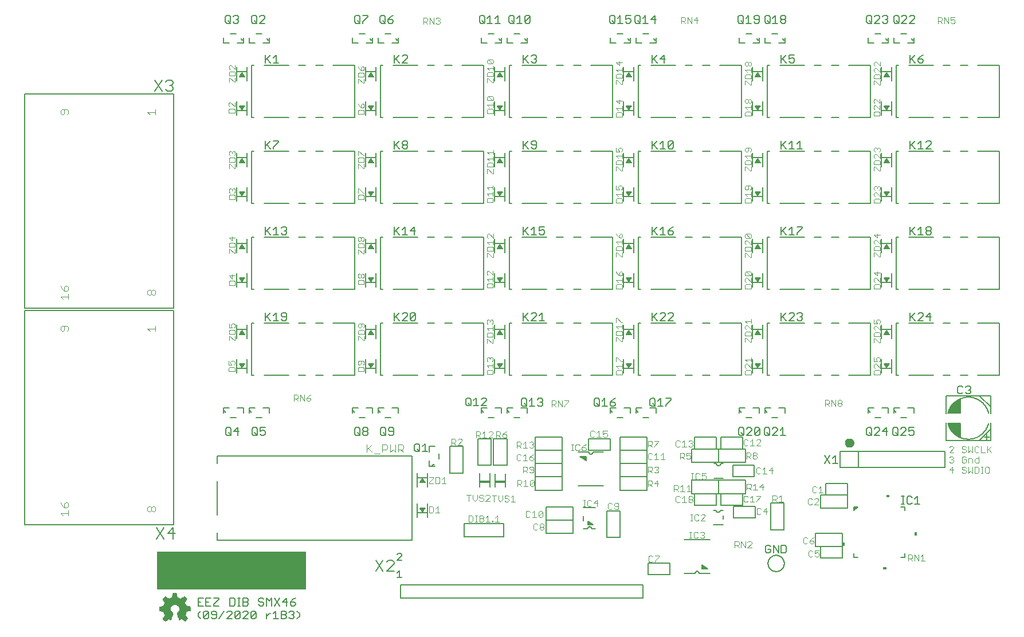
<source format=gto>
G75*
%MOIN*%
%OFA0B0*%
%FSLAX25Y25*%
%IPPOS*%
%LPD*%
%AMOC8*
5,1,8,0,0,1.08239X$1,22.5*
%
%ADD10C,0.00500*%
%ADD11R,0.87000X0.22250*%
%ADD12R,0.01485X0.00015*%
%ADD13R,0.00045X0.00015*%
%ADD14R,0.00105X0.00015*%
%ADD15R,0.00165X0.00015*%
%ADD16R,0.00225X0.00015*%
%ADD17R,0.00285X0.00015*%
%ADD18R,0.00345X0.00015*%
%ADD19R,0.00405X0.00015*%
%ADD20R,0.00435X0.00015*%
%ADD21R,0.00465X0.00015*%
%ADD22R,0.00495X0.00015*%
%ADD23R,0.00540X0.00015*%
%ADD24R,0.00585X0.00015*%
%ADD25R,0.00645X0.00015*%
%ADD26R,0.00150X0.00015*%
%ADD27R,0.00675X0.00015*%
%ADD28R,0.00195X0.00015*%
%ADD29R,0.00705X0.00015*%
%ADD30R,0.00240X0.00015*%
%ADD31R,0.00735X0.00015*%
%ADD32R,0.00270X0.00015*%
%ADD33R,0.00765X0.00015*%
%ADD34R,0.00300X0.00015*%
%ADD35R,0.00810X0.00015*%
%ADD36R,0.00360X0.00015*%
%ADD37R,0.00855X0.00015*%
%ADD38R,0.00435X0.00015*%
%ADD39R,0.00915X0.00015*%
%ADD40R,0.00465X0.00015*%
%ADD41R,0.00945X0.00015*%
%ADD42R,0.00960X0.00015*%
%ADD43R,0.00525X0.00015*%
%ADD44R,0.00990X0.00015*%
%ADD45R,0.00555X0.00015*%
%ADD46R,0.01035X0.00015*%
%ADD47R,0.00600X0.00015*%
%ADD48R,0.01080X0.00015*%
%ADD49R,0.01125X0.00015*%
%ADD50R,0.01170X0.00015*%
%ADD51R,0.00720X0.00015*%
%ADD52R,0.01200X0.00015*%
%ADD53R,0.00750X0.00015*%
%ADD54R,0.01230X0.00015*%
%ADD55R,0.00780X0.00015*%
%ADD56R,0.01260X0.00015*%
%ADD57R,0.00810X0.00015*%
%ADD58R,0.01305X0.00015*%
%ADD59R,0.01365X0.00015*%
%ADD60R,0.00900X0.00015*%
%ADD61R,0.01395X0.00015*%
%ADD62R,0.01440X0.00015*%
%ADD63R,0.01470X0.00015*%
%ADD64R,0.01005X0.00015*%
%ADD65R,0.01500X0.00015*%
%ADD66R,0.01020X0.00015*%
%ADD67R,0.01530X0.00015*%
%ADD68R,0.01065X0.00015*%
%ADD69R,0.01575X0.00015*%
%ADD70R,0.01095X0.00015*%
%ADD71R,0.01635X0.00015*%
%ADD72R,0.01155X0.00015*%
%ADD73R,0.01680X0.00015*%
%ADD74R,0.01200X0.00015*%
%ADD75R,0.01710X0.00015*%
%ADD76R,0.01230X0.00015*%
%ADD77R,0.01725X0.00015*%
%ADD78R,0.01245X0.00015*%
%ADD79R,0.01755X0.00015*%
%ADD80R,0.01275X0.00015*%
%ADD81R,0.01800X0.00015*%
%ADD82R,0.01320X0.00015*%
%ADD83R,0.01860X0.00015*%
%ADD84R,0.01905X0.00015*%
%ADD85R,0.01410X0.00015*%
%ADD86R,0.01935X0.00015*%
%ADD87R,0.01455X0.00015*%
%ADD88R,0.01965X0.00015*%
%ADD89R,0.01485X0.00015*%
%ADD90R,0.01995X0.00015*%
%ADD91R,0.01515X0.00015*%
%ADD92R,0.02040X0.00015*%
%ADD93R,0.01530X0.00015*%
%ADD94R,0.02070X0.00015*%
%ADD95R,0.01575X0.00015*%
%ADD96R,0.02115X0.00015*%
%ADD97R,0.01620X0.00015*%
%ADD98R,0.02160X0.00015*%
%ADD99R,0.01665X0.00015*%
%ADD100R,0.02190X0.00015*%
%ADD101R,0.00075X0.00015*%
%ADD102R,0.01695X0.00015*%
%ADD103R,0.02220X0.00015*%
%ADD104R,0.00105X0.00015*%
%ADD105R,0.02235X0.00015*%
%ADD106R,0.00135X0.00015*%
%ADD107R,0.01755X0.00015*%
%ADD108R,0.02280X0.00015*%
%ADD109R,0.00180X0.00015*%
%ADD110R,0.01785X0.00015*%
%ADD111R,0.02340X0.00015*%
%ADD112R,0.00240X0.00015*%
%ADD113R,0.01830X0.00015*%
%ADD114R,0.02385X0.00015*%
%ADD115R,0.01890X0.00015*%
%ADD116R,0.02415X0.00015*%
%ADD117R,0.00330X0.00015*%
%ADD118R,0.00120X0.00015*%
%ADD119R,0.01920X0.00015*%
%ADD120R,0.02430X0.00015*%
%ADD121R,0.00375X0.00015*%
%ADD122R,0.02460X0.00015*%
%ADD123R,0.00405X0.00015*%
%ADD124R,0.00195X0.00015*%
%ADD125R,0.01965X0.00015*%
%ADD126R,0.02505X0.00015*%
%ADD127R,0.00210X0.00015*%
%ADD128R,0.02010X0.00015*%
%ADD129R,0.02535X0.00015*%
%ADD130R,0.00480X0.00015*%
%ADD131R,0.02580X0.00015*%
%ADD132R,0.00540X0.00015*%
%ADD133R,0.02085X0.00015*%
%ADD134R,0.02625X0.00015*%
%ADD135R,0.02130X0.00015*%
%ADD136R,0.02670X0.00015*%
%ADD137R,0.00630X0.00015*%
%ADD138R,0.02700X0.00015*%
%ADD139R,0.00660X0.00015*%
%ADD140R,0.00450X0.00015*%
%ADD141R,0.02190X0.00015*%
%ADD142R,0.02715X0.00015*%
%ADD143R,0.02205X0.00015*%
%ADD144R,0.02745X0.00015*%
%ADD145R,0.00510X0.00015*%
%ADD146R,0.02235X0.00015*%
%ADD147R,0.02775X0.00015*%
%ADD148R,0.02820X0.00015*%
%ADD149R,0.02310X0.00015*%
%ADD150R,0.02880X0.00015*%
%ADD151R,0.00855X0.00015*%
%ADD152R,0.02355X0.00015*%
%ADD153R,0.02895X0.00015*%
%ADD154R,0.00870X0.00015*%
%ADD155R,0.00660X0.00015*%
%ADD156R,0.02925X0.00015*%
%ADD157R,0.00690X0.00015*%
%ADD158R,0.02970X0.00015*%
%ADD159R,0.03000X0.00015*%
%ADD160R,0.00750X0.00015*%
%ADD161R,0.03045X0.00015*%
%ADD162R,0.01005X0.00015*%
%ADD163R,0.00780X0.00015*%
%ADD164R,0.02505X0.00015*%
%ADD165R,0.03090X0.00015*%
%ADD166R,0.01050X0.00015*%
%ADD167R,0.00825X0.00015*%
%ADD168R,0.02550X0.00015*%
%ADD169R,0.03135X0.00015*%
%ADD170R,0.01095X0.00015*%
%ADD171R,0.00870X0.00015*%
%ADD172R,0.03165X0.00015*%
%ADD173R,0.01125X0.00015*%
%ADD174R,0.02625X0.00015*%
%ADD175R,0.03195X0.00015*%
%ADD176R,0.01140X0.00015*%
%ADD177R,0.00930X0.00015*%
%ADD178R,0.02655X0.00015*%
%ADD179R,0.03210X0.00015*%
%ADD180R,0.00960X0.00015*%
%ADD181R,0.03240X0.00015*%
%ADD182R,0.02700X0.00015*%
%ADD183R,0.03285X0.00015*%
%ADD184R,0.01245X0.00015*%
%ADD185R,0.02745X0.00015*%
%ADD186R,0.03330X0.00015*%
%ADD187R,0.02790X0.00015*%
%ADD188R,0.03360X0.00015*%
%ADD189R,0.01110X0.00015*%
%ADD190R,0.02835X0.00015*%
%ADD191R,0.03390X0.00015*%
%ADD192R,0.01335X0.00015*%
%ADD193R,0.01140X0.00015*%
%ADD194R,0.02865X0.00015*%
%ADD195R,0.03420X0.00015*%
%ADD196R,0.01155X0.00015*%
%ADD197R,0.04905X0.00015*%
%ADD198R,0.04920X0.00015*%
%ADD199R,0.02940X0.00015*%
%ADD200R,0.04950X0.00015*%
%ADD201R,0.02985X0.00015*%
%ADD202R,0.04965X0.00015*%
%ADD203R,0.01275X0.00015*%
%ADD204R,0.03015X0.00015*%
%ADD205R,0.04980X0.00015*%
%ADD206R,0.03045X0.00015*%
%ADD207R,0.05010X0.00015*%
%ADD208R,0.01335X0.00015*%
%ADD209R,0.03075X0.00015*%
%ADD210R,0.01350X0.00015*%
%ADD211R,0.03105X0.00015*%
%ADD212R,0.05040X0.00015*%
%ADD213R,0.01380X0.00015*%
%ADD214R,0.05040X0.00015*%
%ADD215R,0.01410X0.00015*%
%ADD216R,0.03180X0.00015*%
%ADD217R,0.05070X0.00015*%
%ADD218R,0.03225X0.00015*%
%ADD219R,0.03255X0.00015*%
%ADD220R,0.05085X0.00015*%
%ADD221R,0.01515X0.00015*%
%ADD222R,0.03300X0.00015*%
%ADD223R,0.05100X0.00015*%
%ADD224R,0.04935X0.00015*%
%ADD225R,0.05115X0.00015*%
%ADD226R,0.04995X0.00015*%
%ADD227R,0.05130X0.00015*%
%ADD228R,0.05010X0.00015*%
%ADD229R,0.05130X0.00015*%
%ADD230R,0.05010X0.00015*%
%ADD231R,0.05025X0.00015*%
%ADD232R,0.05040X0.00015*%
%ADD233R,0.05055X0.00015*%
%ADD234R,0.05130X0.00015*%
%ADD235R,0.05085X0.00015*%
%ADD236R,0.05115X0.00015*%
%ADD237R,0.05145X0.00015*%
%ADD238R,0.05160X0.00015*%
%ADD239R,0.05130X0.00015*%
%ADD240R,0.05190X0.00015*%
%ADD241R,0.05190X0.00015*%
%ADD242R,0.05205X0.00015*%
%ADD243R,0.05220X0.00015*%
%ADD244R,0.05070X0.00015*%
%ADD245R,0.05085X0.00015*%
%ADD246R,0.05205X0.00015*%
%ADD247R,0.05220X0.00015*%
%ADD248R,0.05055X0.00015*%
%ADD249R,0.05025X0.00015*%
%ADD250R,0.05205X0.00015*%
%ADD251R,0.05025X0.00015*%
%ADD252R,0.05190X0.00015*%
%ADD253R,0.05190X0.00015*%
%ADD254R,0.04995X0.00015*%
%ADD255R,0.05175X0.00015*%
%ADD256R,0.04950X0.00015*%
%ADD257R,0.05145X0.00015*%
%ADD258R,0.05145X0.00015*%
%ADD259R,0.04920X0.00015*%
%ADD260R,0.04905X0.00015*%
%ADD261R,0.04905X0.00015*%
%ADD262R,0.05115X0.00015*%
%ADD263R,0.04890X0.00015*%
%ADD264R,0.04890X0.00015*%
%ADD265R,0.04875X0.00015*%
%ADD266R,0.04845X0.00015*%
%ADD267R,0.04830X0.00015*%
%ADD268R,0.04830X0.00015*%
%ADD269R,0.05070X0.00015*%
%ADD270R,0.04830X0.00015*%
%ADD271R,0.04815X0.00015*%
%ADD272R,0.04800X0.00015*%
%ADD273R,0.04800X0.00015*%
%ADD274R,0.05010X0.00015*%
%ADD275R,0.04785X0.00015*%
%ADD276R,0.04770X0.00015*%
%ADD277R,0.04770X0.00015*%
%ADD278R,0.04755X0.00015*%
%ADD279R,0.04740X0.00015*%
%ADD280R,0.04725X0.00015*%
%ADD281R,0.04725X0.00015*%
%ADD282R,0.04980X0.00015*%
%ADD283R,0.04710X0.00015*%
%ADD284R,0.04725X0.00015*%
%ADD285R,0.04710X0.00015*%
%ADD286R,0.04695X0.00015*%
%ADD287R,0.04680X0.00015*%
%ADD288R,0.04695X0.00015*%
%ADD289R,0.04680X0.00015*%
%ADD290R,0.04905X0.00015*%
%ADD291R,0.04665X0.00015*%
%ADD292R,0.04650X0.00015*%
%ADD293R,0.04635X0.00015*%
%ADD294R,0.04620X0.00015*%
%ADD295R,0.04620X0.00015*%
%ADD296R,0.04890X0.00015*%
%ADD297R,0.04605X0.00015*%
%ADD298R,0.04605X0.00015*%
%ADD299R,0.04590X0.00015*%
%ADD300R,0.04845X0.00015*%
%ADD301R,0.04575X0.00015*%
%ADD302R,0.04590X0.00015*%
%ADD303R,0.04575X0.00015*%
%ADD304R,0.04845X0.00015*%
%ADD305R,0.04560X0.00015*%
%ADD306R,0.04545X0.00015*%
%ADD307R,0.04530X0.00015*%
%ADD308R,0.04515X0.00015*%
%ADD309R,0.04530X0.00015*%
%ADD310R,0.04500X0.00015*%
%ADD311R,0.04515X0.00015*%
%ADD312R,0.04785X0.00015*%
%ADD313R,0.04485X0.00015*%
%ADD314R,0.04755X0.00015*%
%ADD315R,0.04470X0.00015*%
%ADD316R,0.04740X0.00015*%
%ADD317R,0.04485X0.00015*%
%ADD318R,0.04755X0.00015*%
%ADD319R,0.04545X0.00015*%
%ADD320R,0.04695X0.00015*%
%ADD321R,0.04680X0.00015*%
%ADD322R,0.04665X0.00015*%
%ADD323R,0.04725X0.00015*%
%ADD324R,0.04680X0.00015*%
%ADD325R,0.04860X0.00015*%
%ADD326R,0.04740X0.00015*%
%ADD327R,0.04875X0.00015*%
%ADD328R,0.04965X0.00015*%
%ADD329R,0.04860X0.00015*%
%ADD330R,0.04995X0.00015*%
%ADD331R,0.04875X0.00015*%
%ADD332R,0.04980X0.00015*%
%ADD333R,0.05235X0.00015*%
%ADD334R,0.05235X0.00015*%
%ADD335R,0.05250X0.00015*%
%ADD336R,0.05280X0.00015*%
%ADD337R,0.05295X0.00015*%
%ADD338R,0.05325X0.00015*%
%ADD339R,0.05340X0.00015*%
%ADD340R,0.05235X0.00015*%
%ADD341R,0.05355X0.00015*%
%ADD342R,0.05370X0.00015*%
%ADD343R,0.05265X0.00015*%
%ADD344R,0.05370X0.00015*%
%ADD345R,0.05280X0.00015*%
%ADD346R,0.05385X0.00015*%
%ADD347R,0.05295X0.00015*%
%ADD348R,0.05400X0.00015*%
%ADD349R,0.05415X0.00015*%
%ADD350R,0.05310X0.00015*%
%ADD351R,0.05430X0.00015*%
%ADD352R,0.05445X0.00015*%
%ADD353R,0.05460X0.00015*%
%ADD354R,0.05355X0.00015*%
%ADD355R,0.05475X0.00015*%
%ADD356R,0.05505X0.00015*%
%ADD357R,0.05520X0.00015*%
%ADD358R,0.05535X0.00015*%
%ADD359R,0.05550X0.00015*%
%ADD360R,0.05550X0.00015*%
%ADD361R,0.05475X0.00015*%
%ADD362R,0.05490X0.00015*%
%ADD363R,0.05475X0.00015*%
%ADD364R,0.05385X0.00015*%
%ADD365R,0.05370X0.00015*%
%ADD366R,0.05325X0.00015*%
%ADD367R,0.05310X0.00015*%
%ADD368R,0.05265X0.00015*%
%ADD369R,0.05175X0.00015*%
%ADD370R,0.04980X0.00015*%
%ADD371R,0.04965X0.00015*%
%ADD372R,0.04860X0.00015*%
%ADD373R,0.04845X0.00015*%
%ADD374R,0.04815X0.00015*%
%ADD375R,0.04770X0.00015*%
%ADD376R,0.05295X0.00015*%
%ADD377R,0.04635X0.00015*%
%ADD378R,0.05610X0.00015*%
%ADD379R,0.05700X0.00015*%
%ADD380R,0.05760X0.00015*%
%ADD381R,0.05805X0.00015*%
%ADD382R,0.05850X0.00015*%
%ADD383R,0.05895X0.00015*%
%ADD384R,0.06000X0.00015*%
%ADD385R,0.06135X0.00015*%
%ADD386R,0.06225X0.00015*%
%ADD387R,0.06300X0.00015*%
%ADD388R,0.06330X0.00015*%
%ADD389R,0.06375X0.00015*%
%ADD390R,0.06450X0.00015*%
%ADD391R,0.06570X0.00015*%
%ADD392R,0.05565X0.00015*%
%ADD393R,0.06690X0.00015*%
%ADD394R,0.06735X0.00015*%
%ADD395R,0.05790X0.00015*%
%ADD396R,0.06765X0.00015*%
%ADD397R,0.05850X0.00015*%
%ADD398R,0.06780X0.00015*%
%ADD399R,0.05895X0.00015*%
%ADD400R,0.06795X0.00015*%
%ADD401R,0.05955X0.00015*%
%ADD402R,0.06810X0.00015*%
%ADD403R,0.06060X0.00015*%
%ADD404R,0.06195X0.00015*%
%ADD405R,0.06825X0.00015*%
%ADD406R,0.06330X0.00015*%
%ADD407R,0.06840X0.00015*%
%ADD408R,0.06390X0.00015*%
%ADD409R,0.06495X0.00015*%
%ADD410R,0.06840X0.00015*%
%ADD411R,0.06555X0.00015*%
%ADD412R,0.06825X0.00015*%
%ADD413R,0.06645X0.00015*%
%ADD414R,0.06825X0.00015*%
%ADD415R,0.06705X0.00015*%
%ADD416R,0.06705X0.00015*%
%ADD417R,0.06810X0.00015*%
%ADD418R,0.06720X0.00015*%
%ADD419R,0.06795X0.00015*%
%ADD420R,0.06750X0.00015*%
%ADD421R,0.06765X0.00015*%
%ADD422R,0.06795X0.00015*%
%ADD423R,0.06780X0.00015*%
%ADD424R,0.06780X0.00015*%
%ADD425R,0.06750X0.00015*%
%ADD426R,0.06720X0.00015*%
%ADD427R,0.06720X0.00015*%
%ADD428R,0.06705X0.00015*%
%ADD429R,0.06705X0.00015*%
%ADD430R,0.06690X0.00015*%
%ADD431R,0.06675X0.00015*%
%ADD432R,0.06690X0.00015*%
%ADD433R,0.06675X0.00015*%
%ADD434R,0.06675X0.00015*%
%ADD435R,0.06660X0.00015*%
%ADD436R,0.06675X0.00015*%
%ADD437R,0.06660X0.00015*%
%ADD438R,0.06660X0.00015*%
%ADD439R,0.06645X0.00015*%
%ADD440R,0.06630X0.00015*%
%ADD441R,0.06660X0.00015*%
%ADD442R,0.06630X0.00015*%
%ADD443R,0.06645X0.00015*%
%ADD444R,0.06735X0.00015*%
%ADD445R,0.06765X0.00015*%
%ADD446R,0.06780X0.00015*%
%ADD447R,0.06825X0.00015*%
%ADD448R,0.06855X0.00015*%
%ADD449R,0.06855X0.00015*%
%ADD450R,0.06870X0.00015*%
%ADD451R,0.06885X0.00015*%
%ADD452R,0.06525X0.00015*%
%ADD453R,0.06405X0.00015*%
%ADD454R,0.06255X0.00015*%
%ADD455R,0.06165X0.00015*%
%ADD456R,0.06870X0.00015*%
%ADD457R,0.06120X0.00015*%
%ADD458R,0.06885X0.00015*%
%ADD459R,0.06060X0.00015*%
%ADD460R,0.06015X0.00015*%
%ADD461R,0.05910X0.00015*%
%ADD462R,0.05670X0.00015*%
%ADD463R,0.05595X0.00015*%
%ADD464R,0.06585X0.00015*%
%ADD465R,0.05160X0.00015*%
%ADD466R,0.06390X0.00015*%
%ADD467R,0.05025X0.00015*%
%ADD468R,0.06330X0.00015*%
%ADD469R,0.06075X0.00015*%
%ADD470R,0.05820X0.00015*%
%ADD471R,0.05775X0.00015*%
%ADD472R,0.05685X0.00015*%
%ADD473R,0.05460X0.00015*%
%ADD474R,0.04860X0.00015*%
%ADD475R,0.04935X0.00015*%
%ADD476R,0.05160X0.00015*%
%ADD477R,0.05325X0.00015*%
%ADD478R,0.05340X0.00015*%
%ADD479R,0.05355X0.00015*%
%ADD480R,0.05430X0.00015*%
%ADD481R,0.05535X0.00015*%
%ADD482R,0.05595X0.00015*%
%ADD483R,0.05640X0.00015*%
%ADD484R,0.05640X0.00015*%
%ADD485R,0.05670X0.00015*%
%ADD486R,0.05685X0.00015*%
%ADD487R,0.05700X0.00015*%
%ADD488R,0.05715X0.00015*%
%ADD489R,0.05715X0.00015*%
%ADD490R,0.05730X0.00015*%
%ADD491R,0.05745X0.00015*%
%ADD492R,0.05760X0.00015*%
%ADD493R,0.06000X0.00015*%
%ADD494R,0.06105X0.00015*%
%ADD495R,0.06180X0.00015*%
%ADD496R,0.06210X0.00015*%
%ADD497R,0.12690X0.00015*%
%ADD498R,0.12675X0.00015*%
%ADD499R,0.12660X0.00015*%
%ADD500R,0.12660X0.00015*%
%ADD501R,0.12645X0.00015*%
%ADD502R,0.12615X0.00015*%
%ADD503R,0.12600X0.00015*%
%ADD504R,0.12585X0.00015*%
%ADD505R,0.12555X0.00015*%
%ADD506R,0.12540X0.00015*%
%ADD507R,0.12525X0.00015*%
%ADD508R,0.12510X0.00015*%
%ADD509R,0.12510X0.00015*%
%ADD510R,0.12480X0.00015*%
%ADD511R,0.12450X0.00015*%
%ADD512R,0.12435X0.00015*%
%ADD513R,0.12420X0.00015*%
%ADD514R,0.12390X0.00015*%
%ADD515R,0.12375X0.00015*%
%ADD516R,0.12360X0.00015*%
%ADD517R,0.12330X0.00015*%
%ADD518R,0.12300X0.00015*%
%ADD519R,0.12285X0.00015*%
%ADD520R,0.12270X0.00015*%
%ADD521R,0.12255X0.00015*%
%ADD522R,0.12240X0.00015*%
%ADD523R,0.12225X0.00015*%
%ADD524R,0.12195X0.00015*%
%ADD525R,0.12165X0.00015*%
%ADD526R,0.12150X0.00015*%
%ADD527R,0.12135X0.00015*%
%ADD528R,0.12120X0.00015*%
%ADD529R,0.12090X0.00015*%
%ADD530R,0.12075X0.00015*%
%ADD531R,0.12060X0.00015*%
%ADD532R,0.12045X0.00015*%
%ADD533R,0.12015X0.00015*%
%ADD534R,0.12000X0.00015*%
%ADD535R,0.11985X0.00015*%
%ADD536R,0.11955X0.00015*%
%ADD537R,0.11940X0.00015*%
%ADD538R,0.11925X0.00015*%
%ADD539R,0.11910X0.00015*%
%ADD540R,0.11910X0.00015*%
%ADD541R,0.11880X0.00015*%
%ADD542R,0.11850X0.00015*%
%ADD543R,0.11835X0.00015*%
%ADD544R,0.11805X0.00015*%
%ADD545R,0.11775X0.00015*%
%ADD546R,0.11760X0.00015*%
%ADD547R,0.11745X0.00015*%
%ADD548R,0.11730X0.00015*%
%ADD549R,0.11700X0.00015*%
%ADD550R,0.11700X0.00015*%
%ADD551R,0.11685X0.00015*%
%ADD552R,0.11655X0.00015*%
%ADD553R,0.11640X0.00015*%
%ADD554R,0.11625X0.00015*%
%ADD555R,0.11625X0.00015*%
%ADD556R,0.11670X0.00015*%
%ADD557R,0.11715X0.00015*%
%ADD558R,0.11790X0.00015*%
%ADD559R,0.11820X0.00015*%
%ADD560R,0.11820X0.00015*%
%ADD561R,0.11880X0.00015*%
%ADD562R,0.11895X0.00015*%
%ADD563R,0.11970X0.00015*%
%ADD564R,0.12045X0.00015*%
%ADD565R,0.12075X0.00015*%
%ADD566R,0.12105X0.00015*%
%ADD567R,0.12135X0.00015*%
%ADD568R,0.12165X0.00015*%
%ADD569R,0.12180X0.00015*%
%ADD570R,0.12195X0.00015*%
%ADD571R,0.12210X0.00015*%
%ADD572R,0.12225X0.00015*%
%ADD573R,0.12255X0.00015*%
%ADD574R,0.12360X0.00015*%
%ADD575R,0.12390X0.00015*%
%ADD576R,0.12405X0.00015*%
%ADD577R,0.12435X0.00015*%
%ADD578R,0.12480X0.00015*%
%ADD579R,0.12480X0.00015*%
%ADD580R,0.12510X0.00015*%
%ADD581R,0.12570X0.00015*%
%ADD582R,0.12630X0.00015*%
%ADD583R,0.12675X0.00015*%
%ADD584R,0.12705X0.00015*%
%ADD585R,0.12735X0.00015*%
%ADD586R,0.12750X0.00015*%
%ADD587R,0.12780X0.00015*%
%ADD588R,0.12795X0.00015*%
%ADD589R,0.12810X0.00015*%
%ADD590R,0.12840X0.00015*%
%ADD591R,0.12855X0.00015*%
%ADD592R,0.12885X0.00015*%
%ADD593R,0.12900X0.00015*%
%ADD594R,0.12915X0.00015*%
%ADD595R,0.12945X0.00015*%
%ADD596R,0.12960X0.00015*%
%ADD597R,0.12990X0.00015*%
%ADD598R,0.13005X0.00015*%
%ADD599R,0.13020X0.00015*%
%ADD600R,0.13035X0.00015*%
%ADD601R,0.13065X0.00015*%
%ADD602R,0.13080X0.00015*%
%ADD603R,0.13110X0.00015*%
%ADD604R,0.13125X0.00015*%
%ADD605R,0.13155X0.00015*%
%ADD606R,0.13170X0.00015*%
%ADD607R,0.13200X0.00015*%
%ADD608R,0.13230X0.00015*%
%ADD609R,0.13260X0.00015*%
%ADD610R,0.13290X0.00015*%
%ADD611R,0.13320X0.00015*%
%ADD612R,0.13350X0.00015*%
%ADD613R,0.13365X0.00015*%
%ADD614R,0.13395X0.00015*%
%ADD615R,0.13425X0.00015*%
%ADD616R,0.13455X0.00015*%
%ADD617R,0.13470X0.00015*%
%ADD618R,0.13500X0.00015*%
%ADD619R,0.13530X0.00015*%
%ADD620R,0.13560X0.00015*%
%ADD621R,0.13575X0.00015*%
%ADD622R,0.13605X0.00015*%
%ADD623R,0.13635X0.00015*%
%ADD624R,0.13650X0.00015*%
%ADD625R,0.13680X0.00015*%
%ADD626R,0.13695X0.00015*%
%ADD627R,0.13725X0.00015*%
%ADD628R,0.13740X0.00015*%
%ADD629R,0.13770X0.00015*%
%ADD630R,0.13785X0.00015*%
%ADD631R,0.13800X0.00015*%
%ADD632R,0.13830X0.00015*%
%ADD633R,0.13860X0.00015*%
%ADD634R,0.13875X0.00015*%
%ADD635R,0.13905X0.00015*%
%ADD636R,0.13935X0.00015*%
%ADD637R,0.13950X0.00015*%
%ADD638R,0.13980X0.00015*%
%ADD639R,0.14010X0.00015*%
%ADD640R,0.14025X0.00015*%
%ADD641R,0.14055X0.00015*%
%ADD642R,0.14070X0.00015*%
%ADD643R,0.14085X0.00015*%
%ADD644R,0.14115X0.00015*%
%ADD645R,0.14145X0.00015*%
%ADD646R,0.14160X0.00015*%
%ADD647R,0.14190X0.00015*%
%ADD648R,0.14205X0.00015*%
%ADD649R,0.14220X0.00015*%
%ADD650R,0.14235X0.00015*%
%ADD651R,0.14265X0.00015*%
%ADD652R,0.14280X0.00015*%
%ADD653R,0.14295X0.00015*%
%ADD654R,0.14295X0.00015*%
%ADD655R,0.14250X0.00015*%
%ADD656R,0.14205X0.00015*%
%ADD657R,0.14175X0.00015*%
%ADD658R,0.14160X0.00015*%
%ADD659R,0.14130X0.00015*%
%ADD660R,0.14100X0.00015*%
%ADD661R,0.14040X0.00015*%
%ADD662R,0.14010X0.00015*%
%ADD663R,0.03465X0.00015*%
%ADD664R,0.10440X0.00015*%
%ADD665R,0.03420X0.00015*%
%ADD666R,0.10395X0.00015*%
%ADD667R,0.03375X0.00015*%
%ADD668R,0.10335X0.00015*%
%ADD669R,0.03570X0.00015*%
%ADD670R,0.06600X0.00015*%
%ADD671R,0.03525X0.00015*%
%ADD672R,0.03270X0.00015*%
%ADD673R,0.03495X0.00015*%
%ADD674R,0.03210X0.00015*%
%ADD675R,0.06480X0.00015*%
%ADD676R,0.03435X0.00015*%
%ADD677R,0.03165X0.00015*%
%ADD678R,0.03390X0.00015*%
%ADD679R,0.03120X0.00015*%
%ADD680R,0.06315X0.00015*%
%ADD681R,0.03345X0.00015*%
%ADD682R,0.03090X0.00015*%
%ADD683R,0.03075X0.00015*%
%ADD684R,0.06225X0.00015*%
%ADD685R,0.03270X0.00015*%
%ADD686R,0.06180X0.00015*%
%ADD687R,0.02970X0.00015*%
%ADD688R,0.06075X0.00015*%
%ADD689R,0.03195X0.00015*%
%ADD690R,0.02925X0.00015*%
%ADD691R,0.05985X0.00015*%
%ADD692R,0.03135X0.00015*%
%ADD693R,0.02850X0.00015*%
%ADD694R,0.05835X0.00015*%
%ADD695R,0.03030X0.00015*%
%ADD696R,0.02805X0.00015*%
%ADD697R,0.02730X0.00015*%
%ADD698R,0.05625X0.00015*%
%ADD699R,0.02925X0.00015*%
%ADD700R,0.02640X0.00015*%
%ADD701R,0.02595X0.00015*%
%ADD702R,0.02565X0.00015*%
%ADD703R,0.02760X0.00015*%
%ADD704R,0.02520X0.00015*%
%ADD705R,0.02730X0.00015*%
%ADD706R,0.02475X0.00015*%
%ADD707R,0.02685X0.00015*%
%ADD708R,0.02445X0.00015*%
%ADD709R,0.02400X0.00015*%
%ADD710R,0.02370X0.00015*%
%ADD711R,0.02565X0.00015*%
%ADD712R,0.02340X0.00015*%
%ADD713R,0.02325X0.00015*%
%ADD714R,0.02505X0.00015*%
%ADD715R,0.02280X0.00015*%
%ADD716R,0.02460X0.00015*%
%ADD717R,0.04560X0.00015*%
%ADD718R,0.02190X0.00015*%
%ADD719R,0.04440X0.00015*%
%ADD720R,0.02370X0.00015*%
%ADD721R,0.02145X0.00015*%
%ADD722R,0.04365X0.00015*%
%ADD723R,0.04320X0.00015*%
%ADD724R,0.02310X0.00015*%
%ADD725R,0.02100X0.00015*%
%ADD726R,0.04260X0.00015*%
%ADD727R,0.04200X0.00015*%
%ADD728R,0.02265X0.00015*%
%ADD729R,0.02040X0.00015*%
%ADD730R,0.04095X0.00015*%
%ADD731R,0.02220X0.00015*%
%ADD732R,0.03915X0.00015*%
%ADD733R,0.02175X0.00015*%
%ADD734R,0.03765X0.00015*%
%ADD735R,0.03675X0.00015*%
%ADD736R,0.01890X0.00015*%
%ADD737R,0.03615X0.00015*%
%ADD738R,0.02055X0.00015*%
%ADD739R,0.01860X0.00015*%
%ADD740R,0.03555X0.00015*%
%ADD741R,0.01815X0.00015*%
%ADD742R,0.03450X0.00015*%
%ADD743R,0.01725X0.00015*%
%ADD744R,0.03315X0.00015*%
%ADD745R,0.01905X0.00015*%
%ADD746R,0.01680X0.00015*%
%ADD747R,0.01650X0.00015*%
%ADD748R,0.01620X0.00015*%
%ADD749R,0.01590X0.00015*%
%ADD750R,0.01770X0.00015*%
%ADD751R,0.01560X0.00015*%
%ADD752R,0.03240X0.00015*%
%ADD753R,0.01740X0.00015*%
%ADD754R,0.01665X0.00015*%
%ADD755R,0.01455X0.00015*%
%ADD756R,0.01635X0.00015*%
%ADD757R,0.01410X0.00015*%
%ADD758R,0.01395X0.00015*%
%ADD759R,0.01365X0.00015*%
%ADD760R,0.01335X0.00015*%
%ADD761R,0.01290X0.00015*%
%ADD762R,0.03210X0.00015*%
%ADD763R,0.01455X0.00015*%
%ADD764R,0.01185X0.00015*%
%ADD765R,0.01290X0.00015*%
%ADD766R,0.01110X0.00015*%
%ADD767R,0.01260X0.00015*%
%ADD768R,0.03180X0.00015*%
%ADD769R,0.00975X0.00015*%
%ADD770R,0.03150X0.00015*%
%ADD771R,0.00885X0.00015*%
%ADD772R,0.03150X0.00015*%
%ADD773R,0.01050X0.00015*%
%ADD774R,0.00795X0.00015*%
%ADD775R,0.00885X0.00015*%
%ADD776R,0.00690X0.00015*%
%ADD777R,0.00840X0.00015*%
%ADD778R,0.00570X0.00015*%
%ADD779R,0.00525X0.00015*%
%ADD780R,0.03105X0.00015*%
%ADD781R,0.00660X0.00015*%
%ADD782R,0.00615X0.00015*%
%ADD783R,0.00420X0.00015*%
%ADD784R,0.00555X0.00015*%
%ADD785R,0.00390X0.00015*%
%ADD786R,0.00525X0.00015*%
%ADD787R,0.00360X0.00015*%
%ADD788R,0.00495X0.00015*%
%ADD789R,0.03075X0.00015*%
%ADD790R,0.00450X0.00015*%
%ADD791R,0.00225X0.00015*%
%ADD792R,0.00345X0.00015*%
%ADD793R,0.00255X0.00015*%
%ADD794R,0.03060X0.00015*%
%ADD795R,0.00180X0.00015*%
%ADD796R,0.00075X0.00015*%
%ADD797R,0.03000X0.00015*%
%ADD798R,0.02955X0.00015*%
%ADD799R,0.02940X0.00015*%
%ADD800R,0.02940X0.00015*%
%ADD801R,0.02910X0.00015*%
%ADD802R,0.02910X0.00015*%
%ADD803R,0.02865X0.00015*%
%ADD804R,0.02805X0.00015*%
%ADD805R,0.02775X0.00015*%
%ADD806R,0.02760X0.00015*%
%ADD807R,0.02655X0.00015*%
%ADD808R,0.02640X0.00015*%
%ADD809R,0.02610X0.00015*%
%ADD810R,0.02595X0.00015*%
%ADD811R,0.02535X0.00015*%
%ADD812R,0.02475X0.00015*%
%ADD813R,0.02175X0.00015*%
%ADD814R,0.01575X0.00015*%
%ADD815C,0.00400*%
%ADD816C,0.02600*%
%ADD817C,0.00800*%
%ADD818C,0.00700*%
%ADD819C,0.00600*%
%ADD820R,0.05512X0.00787*%
%ADD821R,0.05512X0.01756*%
%ADD822C,0.00100*%
D10*
X0186148Y0080505D02*
X0186148Y0082006D01*
X0187650Y0083508D01*
X0189218Y0082757D02*
X0189218Y0079755D01*
X0192220Y0082757D01*
X0192220Y0079755D01*
X0191469Y0079004D01*
X0189968Y0079004D01*
X0189218Y0079755D01*
X0187650Y0079004D02*
X0186148Y0080505D01*
X0189218Y0082757D02*
X0189968Y0083508D01*
X0191469Y0083508D01*
X0192220Y0082757D01*
X0193821Y0082757D02*
X0193821Y0082006D01*
X0194572Y0081256D01*
X0196824Y0081256D01*
X0196824Y0079755D02*
X0196824Y0082757D01*
X0196073Y0083508D01*
X0194572Y0083508D01*
X0193821Y0082757D01*
X0193821Y0079755D02*
X0194572Y0079004D01*
X0196073Y0079004D01*
X0196824Y0079755D01*
X0198425Y0079004D02*
X0201428Y0083508D01*
X0203029Y0082757D02*
X0203780Y0083508D01*
X0205281Y0083508D01*
X0206032Y0082757D01*
X0206032Y0082006D01*
X0203029Y0079004D01*
X0206032Y0079004D01*
X0207633Y0079755D02*
X0210636Y0082757D01*
X0210636Y0079755D01*
X0209885Y0079004D01*
X0208384Y0079004D01*
X0207633Y0079755D01*
X0207633Y0082757D01*
X0208384Y0083508D01*
X0209885Y0083508D01*
X0210636Y0082757D01*
X0212237Y0082757D02*
X0212988Y0083508D01*
X0214489Y0083508D01*
X0215240Y0082757D01*
X0215240Y0082006D01*
X0212237Y0079004D01*
X0215240Y0079004D01*
X0216841Y0079755D02*
X0219844Y0082757D01*
X0219844Y0079755D01*
X0219093Y0079004D01*
X0217592Y0079004D01*
X0216841Y0079755D01*
X0216841Y0082757D01*
X0217592Y0083508D01*
X0219093Y0083508D01*
X0219844Y0082757D01*
X0222196Y0086504D02*
X0221445Y0087255D01*
X0222196Y0086504D02*
X0223697Y0086504D01*
X0224448Y0087255D01*
X0224448Y0088005D01*
X0223697Y0088756D01*
X0222196Y0088756D01*
X0221445Y0089506D01*
X0221445Y0090257D01*
X0222196Y0091008D01*
X0223697Y0091008D01*
X0224448Y0090257D01*
X0226049Y0091008D02*
X0227550Y0089506D01*
X0229052Y0091008D01*
X0229052Y0086504D01*
X0230653Y0086504D02*
X0233655Y0091008D01*
X0235257Y0088756D02*
X0238259Y0088756D01*
X0239861Y0088756D02*
X0242113Y0088756D01*
X0242863Y0088005D01*
X0242863Y0087255D01*
X0242113Y0086504D01*
X0240611Y0086504D01*
X0239861Y0087255D01*
X0239861Y0088756D01*
X0241362Y0090257D01*
X0242863Y0091008D01*
X0237509Y0091008D02*
X0235257Y0088756D01*
X0233655Y0086504D02*
X0230653Y0091008D01*
X0226049Y0091008D02*
X0226049Y0086504D01*
X0226049Y0082006D02*
X0226049Y0079004D01*
X0226049Y0080505D02*
X0227550Y0082006D01*
X0228301Y0082006D01*
X0229886Y0082006D02*
X0231387Y0083508D01*
X0231387Y0079004D01*
X0229886Y0079004D02*
X0232888Y0079004D01*
X0234489Y0079004D02*
X0236741Y0079004D01*
X0237492Y0079755D01*
X0237492Y0080505D01*
X0236741Y0081256D01*
X0234489Y0081256D01*
X0234489Y0079004D02*
X0234489Y0083508D01*
X0236741Y0083508D01*
X0237492Y0082757D01*
X0237492Y0082006D01*
X0236741Y0081256D01*
X0239093Y0082757D02*
X0239844Y0083508D01*
X0241345Y0083508D01*
X0242096Y0082757D01*
X0242096Y0082006D01*
X0241345Y0081256D01*
X0242096Y0080505D01*
X0242096Y0079755D01*
X0241345Y0079004D01*
X0239844Y0079004D01*
X0239093Y0079755D01*
X0240595Y0081256D02*
X0241345Y0081256D01*
X0243697Y0083508D02*
X0245199Y0082006D01*
X0245199Y0080505D01*
X0243697Y0079004D01*
X0237509Y0086504D02*
X0237509Y0091008D01*
X0215240Y0090257D02*
X0215240Y0089506D01*
X0214489Y0088756D01*
X0212237Y0088756D01*
X0212237Y0086504D02*
X0212237Y0091008D01*
X0214489Y0091008D01*
X0215240Y0090257D01*
X0214489Y0088756D02*
X0215240Y0088005D01*
X0215240Y0087255D01*
X0214489Y0086504D01*
X0212237Y0086504D01*
X0210669Y0086504D02*
X0209168Y0086504D01*
X0209919Y0086504D02*
X0209919Y0091008D01*
X0210669Y0091008D02*
X0209168Y0091008D01*
X0207567Y0090257D02*
X0206816Y0091008D01*
X0204564Y0091008D01*
X0204564Y0086504D01*
X0206816Y0086504D01*
X0207567Y0087255D01*
X0207567Y0090257D01*
X0198359Y0090257D02*
X0198359Y0091008D01*
X0195356Y0091008D01*
X0193755Y0091008D02*
X0190752Y0091008D01*
X0190752Y0086504D01*
X0193755Y0086504D01*
X0195356Y0086504D02*
X0198359Y0086504D01*
X0195356Y0086504D02*
X0195356Y0087255D01*
X0198359Y0090257D01*
X0192253Y0088756D02*
X0190752Y0088756D01*
X0189151Y0091008D02*
X0186148Y0091008D01*
X0186148Y0086504D01*
X0189151Y0086504D01*
X0187650Y0088756D02*
X0186148Y0088756D01*
X0301783Y0102982D02*
X0304452Y0102982D01*
X0303118Y0102982D02*
X0303118Y0106986D01*
X0301783Y0105651D01*
X0301783Y0112982D02*
X0304452Y0115651D01*
X0304452Y0116318D01*
X0303785Y0116986D01*
X0302451Y0116986D01*
X0301783Y0116318D01*
X0301783Y0112982D02*
X0304452Y0112982D01*
X0340930Y0126650D02*
X0340930Y0134390D01*
X0363946Y0134390D01*
X0363946Y0126650D01*
X0340930Y0126650D01*
X0382420Y0153900D02*
X0382420Y0161640D01*
X0397955Y0161640D01*
X0397955Y0153900D01*
X0382420Y0153900D01*
X0382420Y0161650D02*
X0382420Y0169390D01*
X0397955Y0169390D01*
X0397955Y0161650D01*
X0382420Y0161650D01*
X0382420Y0169400D02*
X0382420Y0177140D01*
X0397955Y0177140D01*
X0397955Y0169400D01*
X0382420Y0169400D01*
X0382420Y0177150D02*
X0382420Y0184890D01*
X0397955Y0184890D01*
X0397955Y0177150D01*
X0382420Y0177150D01*
X0365808Y0183787D02*
X0365808Y0168252D01*
X0358068Y0168252D01*
X0358068Y0183787D01*
X0365808Y0183787D01*
X0356558Y0183787D02*
X0356558Y0168252D01*
X0348818Y0168252D01*
X0348818Y0183787D01*
X0356558Y0183787D01*
X0340308Y0179287D02*
X0332568Y0179287D01*
X0332568Y0163752D01*
X0340308Y0163752D01*
X0340308Y0179287D01*
X0319694Y0176270D02*
X0316692Y0176270D01*
X0318193Y0176270D02*
X0318193Y0180774D01*
X0316692Y0179272D01*
X0315090Y0180023D02*
X0315090Y0177020D01*
X0314340Y0176270D01*
X0312838Y0176270D01*
X0312088Y0177020D01*
X0312088Y0180023D01*
X0312838Y0180774D01*
X0314340Y0180774D01*
X0315090Y0180023D01*
X0313589Y0177771D02*
X0315090Y0176270D01*
X0299944Y0186520D02*
X0299944Y0189523D01*
X0299194Y0190274D01*
X0297692Y0190274D01*
X0296942Y0189523D01*
X0296942Y0188772D01*
X0297692Y0188022D01*
X0299944Y0188022D01*
X0299944Y0186520D02*
X0299194Y0185770D01*
X0297692Y0185770D01*
X0296942Y0186520D01*
X0295340Y0186520D02*
X0294590Y0185770D01*
X0293088Y0185770D01*
X0292338Y0186520D01*
X0292338Y0189523D01*
X0293088Y0190274D01*
X0294590Y0190274D01*
X0295340Y0189523D01*
X0295340Y0186520D01*
X0295340Y0185770D02*
X0293839Y0187271D01*
X0284944Y0187271D02*
X0284944Y0186520D01*
X0284194Y0185770D01*
X0282692Y0185770D01*
X0281942Y0186520D01*
X0281942Y0187271D01*
X0282692Y0188022D01*
X0284194Y0188022D01*
X0284944Y0187271D01*
X0284194Y0188022D02*
X0284944Y0188772D01*
X0284944Y0189523D01*
X0284194Y0190274D01*
X0282692Y0190274D01*
X0281942Y0189523D01*
X0281942Y0188772D01*
X0282692Y0188022D01*
X0280340Y0189523D02*
X0280340Y0186520D01*
X0279590Y0185770D01*
X0278088Y0185770D01*
X0277338Y0186520D01*
X0277338Y0189523D01*
X0278088Y0190274D01*
X0279590Y0190274D01*
X0280340Y0189523D01*
X0278839Y0187271D02*
X0280340Y0185770D01*
X0225194Y0186520D02*
X0224444Y0185770D01*
X0222942Y0185770D01*
X0222192Y0186520D01*
X0222192Y0188022D02*
X0223693Y0188772D01*
X0224444Y0188772D01*
X0225194Y0188022D01*
X0225194Y0186520D01*
X0222192Y0188022D02*
X0222192Y0190274D01*
X0225194Y0190274D01*
X0220590Y0189523D02*
X0220590Y0186520D01*
X0219840Y0185770D01*
X0218338Y0185770D01*
X0217588Y0186520D01*
X0217588Y0189523D01*
X0218338Y0190274D01*
X0219840Y0190274D01*
X0220590Y0189523D01*
X0219089Y0187271D02*
X0220590Y0185770D01*
X0209944Y0188022D02*
X0206942Y0188022D01*
X0209194Y0190274D01*
X0209194Y0185770D01*
X0205340Y0185770D02*
X0203839Y0187271D01*
X0205340Y0186520D02*
X0205340Y0189523D01*
X0204590Y0190274D01*
X0203088Y0190274D01*
X0202338Y0189523D01*
X0202338Y0186520D01*
X0203088Y0185770D01*
X0204590Y0185770D01*
X0205340Y0186520D01*
X0225438Y0252520D02*
X0225438Y0257024D01*
X0226188Y0254772D02*
X0228440Y0252520D01*
X0230042Y0252520D02*
X0233044Y0252520D01*
X0231543Y0252520D02*
X0231543Y0257024D01*
X0230042Y0255522D01*
X0228440Y0257024D02*
X0225438Y0254021D01*
X0234646Y0253270D02*
X0235396Y0252520D01*
X0236897Y0252520D01*
X0237648Y0253270D01*
X0237648Y0256273D01*
X0236897Y0257024D01*
X0235396Y0257024D01*
X0234646Y0256273D01*
X0234646Y0255522D01*
X0235396Y0254772D01*
X0237648Y0254772D01*
X0300438Y0254021D02*
X0303440Y0257024D01*
X0305042Y0256273D02*
X0305792Y0257024D01*
X0307294Y0257024D01*
X0308044Y0256273D01*
X0308044Y0255522D01*
X0305042Y0252520D01*
X0308044Y0252520D01*
X0309646Y0253270D02*
X0312648Y0256273D01*
X0312648Y0253270D01*
X0311897Y0252520D01*
X0310396Y0252520D01*
X0309646Y0253270D01*
X0309646Y0256273D01*
X0310396Y0257024D01*
X0311897Y0257024D01*
X0312648Y0256273D01*
X0303440Y0252520D02*
X0301188Y0254772D01*
X0300438Y0257024D02*
X0300438Y0252520D01*
X0342588Y0207524D02*
X0341838Y0206773D01*
X0341838Y0203770D01*
X0342588Y0203020D01*
X0344090Y0203020D01*
X0344840Y0203770D01*
X0344840Y0206773D01*
X0344090Y0207524D01*
X0342588Y0207524D01*
X0343339Y0204521D02*
X0344840Y0203020D01*
X0346442Y0203020D02*
X0349444Y0203020D01*
X0347943Y0203020D02*
X0347943Y0207524D01*
X0346442Y0206022D01*
X0351046Y0206773D02*
X0351796Y0207524D01*
X0353297Y0207524D01*
X0354048Y0206773D01*
X0354048Y0206022D01*
X0351046Y0203020D01*
X0354048Y0203020D01*
X0374338Y0203520D02*
X0375088Y0202770D01*
X0376590Y0202770D01*
X0377340Y0203520D01*
X0377340Y0206523D01*
X0376590Y0207274D01*
X0375088Y0207274D01*
X0374338Y0206523D01*
X0374338Y0203520D01*
X0375839Y0204271D02*
X0377340Y0202770D01*
X0378942Y0202770D02*
X0381944Y0202770D01*
X0380443Y0202770D02*
X0380443Y0207274D01*
X0378942Y0205772D01*
X0383546Y0206523D02*
X0384296Y0207274D01*
X0385797Y0207274D01*
X0386548Y0206523D01*
X0386548Y0205772D01*
X0385797Y0205022D01*
X0386548Y0204271D01*
X0386548Y0203520D01*
X0385797Y0202770D01*
X0384296Y0202770D01*
X0383546Y0203520D01*
X0385047Y0205022D02*
X0385797Y0205022D01*
X0416588Y0203520D02*
X0416588Y0206523D01*
X0417338Y0207274D01*
X0418840Y0207274D01*
X0419590Y0206523D01*
X0419590Y0203520D01*
X0418840Y0202770D01*
X0417338Y0202770D01*
X0416588Y0203520D01*
X0418089Y0204271D02*
X0419590Y0202770D01*
X0421192Y0202770D02*
X0424194Y0202770D01*
X0422693Y0202770D02*
X0422693Y0207274D01*
X0421192Y0205772D01*
X0425796Y0205022D02*
X0428047Y0205022D01*
X0428798Y0204271D01*
X0428798Y0203520D01*
X0428047Y0202770D01*
X0426546Y0202770D01*
X0425796Y0203520D01*
X0425796Y0205022D01*
X0427297Y0206523D01*
X0428798Y0207274D01*
X0449088Y0206523D02*
X0449088Y0203520D01*
X0449838Y0202770D01*
X0451340Y0202770D01*
X0452090Y0203520D01*
X0452090Y0206523D01*
X0451340Y0207274D01*
X0449838Y0207274D01*
X0449088Y0206523D01*
X0450589Y0204271D02*
X0452090Y0202770D01*
X0453692Y0202770D02*
X0456694Y0202770D01*
X0455193Y0202770D02*
X0455193Y0207274D01*
X0453692Y0205772D01*
X0458296Y0207274D02*
X0461298Y0207274D01*
X0461298Y0206523D01*
X0458296Y0203520D01*
X0458296Y0202770D01*
X0447205Y0184890D02*
X0431670Y0184890D01*
X0431670Y0177150D01*
X0447205Y0177150D01*
X0447205Y0184890D01*
X0447205Y0177140D02*
X0447205Y0169400D01*
X0431670Y0169400D01*
X0431670Y0177140D01*
X0447205Y0177140D01*
X0447205Y0169390D02*
X0447205Y0161650D01*
X0431670Y0161650D01*
X0431670Y0169390D01*
X0447205Y0169390D01*
X0447205Y0161640D02*
X0447205Y0153900D01*
X0431670Y0153900D01*
X0431670Y0161640D01*
X0447205Y0161640D01*
X0473420Y0159640D02*
X0473420Y0151900D01*
X0488955Y0151900D01*
X0488955Y0159640D01*
X0473420Y0159640D01*
X0474888Y0151890D02*
X0487487Y0151890D01*
X0487487Y0145150D01*
X0474888Y0145150D01*
X0474888Y0151890D01*
X0488920Y0151900D02*
X0488920Y0159640D01*
X0504455Y0159640D01*
X0504455Y0151900D01*
X0488920Y0151900D01*
X0490388Y0151890D02*
X0490388Y0145150D01*
X0502987Y0145150D01*
X0502987Y0151890D01*
X0490388Y0151890D01*
X0497638Y0144390D02*
X0497638Y0137650D01*
X0510237Y0137650D01*
X0510237Y0144390D01*
X0497638Y0144390D01*
X0497138Y0161650D02*
X0497138Y0168390D01*
X0509737Y0168390D01*
X0509737Y0161650D01*
X0497138Y0161650D01*
X0491638Y0160720D02*
X0486238Y0160720D01*
X0486238Y0169320D02*
X0487738Y0169320D01*
X0487740Y0169251D01*
X0487746Y0169183D01*
X0487756Y0169115D01*
X0487769Y0169048D01*
X0487787Y0168982D01*
X0487808Y0168917D01*
X0487833Y0168853D01*
X0487861Y0168791D01*
X0487893Y0168730D01*
X0487928Y0168671D01*
X0487967Y0168615D01*
X0488009Y0168560D01*
X0488054Y0168509D01*
X0488102Y0168459D01*
X0488152Y0168413D01*
X0488205Y0168370D01*
X0488261Y0168329D01*
X0488318Y0168292D01*
X0488378Y0168259D01*
X0488440Y0168228D01*
X0488503Y0168202D01*
X0488567Y0168179D01*
X0488633Y0168159D01*
X0488700Y0168144D01*
X0488767Y0168132D01*
X0488835Y0168124D01*
X0488904Y0168120D01*
X0488972Y0168120D01*
X0489041Y0168124D01*
X0489109Y0168132D01*
X0489176Y0168144D01*
X0489243Y0168159D01*
X0489309Y0168179D01*
X0489373Y0168202D01*
X0489436Y0168228D01*
X0489498Y0168259D01*
X0489558Y0168292D01*
X0489615Y0168329D01*
X0489671Y0168370D01*
X0489724Y0168413D01*
X0489774Y0168459D01*
X0489822Y0168509D01*
X0489867Y0168560D01*
X0489909Y0168615D01*
X0489948Y0168671D01*
X0489983Y0168730D01*
X0490015Y0168791D01*
X0490043Y0168853D01*
X0490068Y0168917D01*
X0490089Y0168982D01*
X0490107Y0169048D01*
X0490120Y0169115D01*
X0490130Y0169183D01*
X0490136Y0169251D01*
X0490138Y0169320D01*
X0491638Y0169320D01*
X0488955Y0170150D02*
X0473420Y0170150D01*
X0473420Y0177890D01*
X0488955Y0177890D01*
X0488955Y0170150D01*
X0488920Y0170150D02*
X0488920Y0177890D01*
X0504455Y0177890D01*
X0504455Y0170150D01*
X0488920Y0170150D01*
X0487487Y0177900D02*
X0474888Y0177900D01*
X0474888Y0184640D01*
X0487487Y0184640D01*
X0487487Y0177900D01*
X0490388Y0177900D02*
X0490388Y0184640D01*
X0502987Y0184640D01*
X0502987Y0177900D01*
X0490388Y0177900D01*
X0500588Y0186520D02*
X0501338Y0185770D01*
X0502840Y0185770D01*
X0503590Y0186520D01*
X0503590Y0189523D01*
X0502840Y0190274D01*
X0501338Y0190274D01*
X0500588Y0189523D01*
X0500588Y0186520D01*
X0502089Y0187271D02*
X0503590Y0185770D01*
X0505192Y0185770D02*
X0508194Y0188772D01*
X0508194Y0189523D01*
X0507444Y0190274D01*
X0505942Y0190274D01*
X0505192Y0189523D01*
X0505192Y0185770D02*
X0508194Y0185770D01*
X0509796Y0186520D02*
X0512798Y0189523D01*
X0512798Y0186520D01*
X0512047Y0185770D01*
X0510546Y0185770D01*
X0509796Y0186520D01*
X0509796Y0189523D01*
X0510546Y0190274D01*
X0512047Y0190274D01*
X0512798Y0189523D01*
X0515588Y0189523D02*
X0516338Y0190274D01*
X0517840Y0190274D01*
X0518590Y0189523D01*
X0518590Y0186520D01*
X0517840Y0185770D01*
X0516338Y0185770D01*
X0515588Y0186520D01*
X0515588Y0189523D01*
X0517089Y0187271D02*
X0518590Y0185770D01*
X0520192Y0185770D02*
X0523194Y0188772D01*
X0523194Y0189523D01*
X0522444Y0190274D01*
X0520942Y0190274D01*
X0520192Y0189523D01*
X0520192Y0185770D02*
X0523194Y0185770D01*
X0524796Y0185770D02*
X0527798Y0185770D01*
X0526297Y0185770D02*
X0526297Y0190274D01*
X0524796Y0188772D01*
X0550730Y0174024D02*
X0553732Y0169520D01*
X0555334Y0169520D02*
X0558336Y0169520D01*
X0556835Y0169520D02*
X0556835Y0174024D01*
X0555334Y0172522D01*
X0553732Y0174024D02*
X0550730Y0169520D01*
X0551388Y0157890D02*
X0551388Y0151150D01*
X0563987Y0151150D01*
X0563987Y0157890D01*
X0551388Y0157890D01*
X0548420Y0151140D02*
X0548420Y0143400D01*
X0563955Y0143400D01*
X0563955Y0151140D01*
X0548420Y0151140D01*
X0527058Y0146287D02*
X0527058Y0130752D01*
X0519318Y0130752D01*
X0519318Y0146287D01*
X0527058Y0146287D01*
X0545420Y0128890D02*
X0545420Y0121150D01*
X0560955Y0121150D01*
X0560955Y0128890D01*
X0545420Y0128890D01*
X0548388Y0121140D02*
X0560987Y0121140D01*
X0560987Y0114400D01*
X0548388Y0114400D01*
X0548388Y0121140D01*
X0528398Y0121023D02*
X0528398Y0118020D01*
X0527647Y0117270D01*
X0525396Y0117270D01*
X0525396Y0121774D01*
X0527647Y0121774D01*
X0528398Y0121023D01*
X0523794Y0121774D02*
X0523794Y0117270D01*
X0520792Y0121774D01*
X0520792Y0117270D01*
X0519190Y0118020D02*
X0519190Y0119522D01*
X0517689Y0119522D01*
X0519190Y0121023D02*
X0518440Y0121774D01*
X0516938Y0121774D01*
X0516188Y0121023D01*
X0516188Y0118020D01*
X0516938Y0117270D01*
X0518440Y0117270D01*
X0519190Y0118020D01*
X0517714Y0111270D02*
X0517716Y0111407D01*
X0517722Y0111545D01*
X0517732Y0111682D01*
X0517746Y0111818D01*
X0517764Y0111955D01*
X0517786Y0112090D01*
X0517812Y0112225D01*
X0517841Y0112359D01*
X0517875Y0112493D01*
X0517912Y0112625D01*
X0517954Y0112756D01*
X0517999Y0112886D01*
X0518048Y0113014D01*
X0518100Y0113141D01*
X0518157Y0113266D01*
X0518216Y0113390D01*
X0518280Y0113512D01*
X0518347Y0113632D01*
X0518417Y0113750D01*
X0518491Y0113866D01*
X0518568Y0113980D01*
X0518649Y0114091D01*
X0518732Y0114200D01*
X0518819Y0114307D01*
X0518909Y0114410D01*
X0519002Y0114512D01*
X0519098Y0114610D01*
X0519196Y0114706D01*
X0519298Y0114799D01*
X0519401Y0114889D01*
X0519508Y0114976D01*
X0519617Y0115059D01*
X0519728Y0115140D01*
X0519842Y0115217D01*
X0519958Y0115291D01*
X0520076Y0115361D01*
X0520196Y0115428D01*
X0520318Y0115492D01*
X0520442Y0115551D01*
X0520567Y0115608D01*
X0520694Y0115660D01*
X0520822Y0115709D01*
X0520952Y0115754D01*
X0521083Y0115796D01*
X0521215Y0115833D01*
X0521349Y0115867D01*
X0521483Y0115896D01*
X0521618Y0115922D01*
X0521753Y0115944D01*
X0521890Y0115962D01*
X0522026Y0115976D01*
X0522163Y0115986D01*
X0522301Y0115992D01*
X0522438Y0115994D01*
X0522575Y0115992D01*
X0522713Y0115986D01*
X0522850Y0115976D01*
X0522986Y0115962D01*
X0523123Y0115944D01*
X0523258Y0115922D01*
X0523393Y0115896D01*
X0523527Y0115867D01*
X0523661Y0115833D01*
X0523793Y0115796D01*
X0523924Y0115754D01*
X0524054Y0115709D01*
X0524182Y0115660D01*
X0524309Y0115608D01*
X0524434Y0115551D01*
X0524558Y0115492D01*
X0524680Y0115428D01*
X0524800Y0115361D01*
X0524918Y0115291D01*
X0525034Y0115217D01*
X0525148Y0115140D01*
X0525259Y0115059D01*
X0525368Y0114976D01*
X0525475Y0114889D01*
X0525578Y0114799D01*
X0525680Y0114706D01*
X0525778Y0114610D01*
X0525874Y0114512D01*
X0525967Y0114410D01*
X0526057Y0114307D01*
X0526144Y0114200D01*
X0526227Y0114091D01*
X0526308Y0113980D01*
X0526385Y0113866D01*
X0526459Y0113750D01*
X0526529Y0113632D01*
X0526596Y0113512D01*
X0526660Y0113390D01*
X0526719Y0113266D01*
X0526776Y0113141D01*
X0526828Y0113014D01*
X0526877Y0112886D01*
X0526922Y0112756D01*
X0526964Y0112625D01*
X0527001Y0112493D01*
X0527035Y0112359D01*
X0527064Y0112225D01*
X0527090Y0112090D01*
X0527112Y0111955D01*
X0527130Y0111818D01*
X0527144Y0111682D01*
X0527154Y0111545D01*
X0527160Y0111407D01*
X0527162Y0111270D01*
X0527160Y0111133D01*
X0527154Y0110995D01*
X0527144Y0110858D01*
X0527130Y0110722D01*
X0527112Y0110585D01*
X0527090Y0110450D01*
X0527064Y0110315D01*
X0527035Y0110181D01*
X0527001Y0110047D01*
X0526964Y0109915D01*
X0526922Y0109784D01*
X0526877Y0109654D01*
X0526828Y0109526D01*
X0526776Y0109399D01*
X0526719Y0109274D01*
X0526660Y0109150D01*
X0526596Y0109028D01*
X0526529Y0108908D01*
X0526459Y0108790D01*
X0526385Y0108674D01*
X0526308Y0108560D01*
X0526227Y0108449D01*
X0526144Y0108340D01*
X0526057Y0108233D01*
X0525967Y0108130D01*
X0525874Y0108028D01*
X0525778Y0107930D01*
X0525680Y0107834D01*
X0525578Y0107741D01*
X0525475Y0107651D01*
X0525368Y0107564D01*
X0525259Y0107481D01*
X0525148Y0107400D01*
X0525034Y0107323D01*
X0524918Y0107249D01*
X0524800Y0107179D01*
X0524680Y0107112D01*
X0524558Y0107048D01*
X0524434Y0106989D01*
X0524309Y0106932D01*
X0524182Y0106880D01*
X0524054Y0106831D01*
X0523924Y0106786D01*
X0523793Y0106744D01*
X0523661Y0106707D01*
X0523527Y0106673D01*
X0523393Y0106644D01*
X0523258Y0106618D01*
X0523123Y0106596D01*
X0522986Y0106578D01*
X0522850Y0106564D01*
X0522713Y0106554D01*
X0522575Y0106548D01*
X0522438Y0106546D01*
X0522301Y0106548D01*
X0522163Y0106554D01*
X0522026Y0106564D01*
X0521890Y0106578D01*
X0521753Y0106596D01*
X0521618Y0106618D01*
X0521483Y0106644D01*
X0521349Y0106673D01*
X0521215Y0106707D01*
X0521083Y0106744D01*
X0520952Y0106786D01*
X0520822Y0106831D01*
X0520694Y0106880D01*
X0520567Y0106932D01*
X0520442Y0106989D01*
X0520318Y0107048D01*
X0520196Y0107112D01*
X0520076Y0107179D01*
X0519958Y0107249D01*
X0519842Y0107323D01*
X0519728Y0107400D01*
X0519617Y0107481D01*
X0519508Y0107564D01*
X0519401Y0107651D01*
X0519298Y0107741D01*
X0519196Y0107834D01*
X0519098Y0107930D01*
X0519002Y0108028D01*
X0518909Y0108130D01*
X0518819Y0108233D01*
X0518732Y0108340D01*
X0518649Y0108449D01*
X0518568Y0108560D01*
X0518491Y0108674D01*
X0518417Y0108790D01*
X0518347Y0108908D01*
X0518280Y0109028D01*
X0518216Y0109150D01*
X0518157Y0109274D01*
X0518100Y0109399D01*
X0518048Y0109526D01*
X0517999Y0109654D01*
X0517954Y0109784D01*
X0517912Y0109915D01*
X0517875Y0110047D01*
X0517841Y0110181D01*
X0517812Y0110315D01*
X0517786Y0110450D01*
X0517764Y0110585D01*
X0517746Y0110722D01*
X0517732Y0110858D01*
X0517722Y0110995D01*
X0517716Y0111133D01*
X0517714Y0111270D01*
X0460487Y0111390D02*
X0460487Y0104650D01*
X0447888Y0104650D01*
X0447888Y0111390D01*
X0460487Y0111390D01*
X0431558Y0126252D02*
X0423818Y0126252D01*
X0423818Y0141787D01*
X0431558Y0141787D01*
X0431558Y0126252D01*
X0404205Y0128650D02*
X0404205Y0136390D01*
X0388670Y0136390D01*
X0388670Y0128650D01*
X0404205Y0128650D01*
X0404205Y0136400D02*
X0388670Y0136400D01*
X0388670Y0144140D01*
X0404205Y0144140D01*
X0404205Y0136400D01*
X0413388Y0177150D02*
X0413388Y0183890D01*
X0425987Y0183890D01*
X0425987Y0177150D01*
X0413388Y0177150D01*
X0387648Y0252520D02*
X0384646Y0252520D01*
X0386147Y0252520D02*
X0386147Y0257024D01*
X0384646Y0255522D01*
X0383044Y0255522D02*
X0380042Y0252520D01*
X0383044Y0252520D01*
X0383044Y0255522D02*
X0383044Y0256273D01*
X0382294Y0257024D01*
X0380792Y0257024D01*
X0380042Y0256273D01*
X0378440Y0257024D02*
X0375438Y0254021D01*
X0376188Y0254772D02*
X0378440Y0252520D01*
X0375438Y0252520D02*
X0375438Y0257024D01*
X0375438Y0302520D02*
X0375438Y0307024D01*
X0376188Y0304772D02*
X0378440Y0302520D01*
X0380042Y0302520D02*
X0383044Y0302520D01*
X0381543Y0302520D02*
X0381543Y0307024D01*
X0380042Y0305522D01*
X0378440Y0307024D02*
X0375438Y0304021D01*
X0384646Y0304772D02*
X0386147Y0305522D01*
X0386897Y0305522D01*
X0387648Y0304772D01*
X0387648Y0303270D01*
X0386897Y0302520D01*
X0385396Y0302520D01*
X0384646Y0303270D01*
X0384646Y0304772D02*
X0384646Y0307024D01*
X0387648Y0307024D01*
X0382294Y0352520D02*
X0383044Y0353270D01*
X0383044Y0356273D01*
X0382294Y0357024D01*
X0380792Y0357024D01*
X0380042Y0356273D01*
X0380042Y0355522D01*
X0380792Y0354772D01*
X0383044Y0354772D01*
X0382294Y0352520D02*
X0380792Y0352520D01*
X0380042Y0353270D01*
X0378440Y0352520D02*
X0376188Y0354772D01*
X0375438Y0354021D02*
X0378440Y0357024D01*
X0375438Y0357024D02*
X0375438Y0352520D01*
X0308044Y0353270D02*
X0307294Y0352520D01*
X0305792Y0352520D01*
X0305042Y0353270D01*
X0305042Y0354021D01*
X0305792Y0354772D01*
X0307294Y0354772D01*
X0308044Y0354021D01*
X0308044Y0353270D01*
X0307294Y0354772D02*
X0308044Y0355522D01*
X0308044Y0356273D01*
X0307294Y0357024D01*
X0305792Y0357024D01*
X0305042Y0356273D01*
X0305042Y0355522D01*
X0305792Y0354772D01*
X0303440Y0357024D02*
X0300438Y0354021D01*
X0301188Y0354772D02*
X0303440Y0352520D01*
X0300438Y0352520D02*
X0300438Y0357024D01*
X0300438Y0402520D02*
X0300438Y0407024D01*
X0301188Y0404772D02*
X0303440Y0402520D01*
X0305042Y0402520D02*
X0308044Y0405522D01*
X0308044Y0406273D01*
X0307294Y0407024D01*
X0305792Y0407024D01*
X0305042Y0406273D01*
X0303440Y0407024D02*
X0300438Y0404021D01*
X0305042Y0402520D02*
X0308044Y0402520D01*
X0298944Y0425520D02*
X0299694Y0426270D01*
X0299694Y0427021D01*
X0298944Y0427772D01*
X0296692Y0427772D01*
X0296692Y0426270D01*
X0297442Y0425520D01*
X0298944Y0425520D01*
X0296692Y0427772D02*
X0298193Y0429273D01*
X0299694Y0430024D01*
X0295090Y0429273D02*
X0295090Y0426270D01*
X0294340Y0425520D01*
X0292838Y0425520D01*
X0292088Y0426270D01*
X0292088Y0429273D01*
X0292838Y0430024D01*
X0294340Y0430024D01*
X0295090Y0429273D01*
X0293589Y0427021D02*
X0295090Y0425520D01*
X0284944Y0429273D02*
X0281942Y0426270D01*
X0281942Y0425520D01*
X0280340Y0425520D02*
X0278839Y0427021D01*
X0280340Y0426270D02*
X0279590Y0425520D01*
X0278088Y0425520D01*
X0277338Y0426270D01*
X0277338Y0429273D01*
X0278088Y0430024D01*
X0279590Y0430024D01*
X0280340Y0429273D01*
X0280340Y0426270D01*
X0281942Y0430024D02*
X0284944Y0430024D01*
X0284944Y0429273D01*
X0231543Y0407024D02*
X0231543Y0402520D01*
X0230042Y0402520D02*
X0233044Y0402520D01*
X0230042Y0405522D02*
X0231543Y0407024D01*
X0228440Y0407024D02*
X0225438Y0404021D01*
X0226188Y0404772D02*
X0228440Y0402520D01*
X0225438Y0402520D02*
X0225438Y0407024D01*
X0224944Y0425520D02*
X0221942Y0425520D01*
X0224944Y0428522D01*
X0224944Y0429273D01*
X0224194Y0430024D01*
X0222692Y0430024D01*
X0221942Y0429273D01*
X0220340Y0429273D02*
X0220340Y0426270D01*
X0219590Y0425520D01*
X0218088Y0425520D01*
X0217338Y0426270D01*
X0217338Y0429273D01*
X0218088Y0430024D01*
X0219590Y0430024D01*
X0220340Y0429273D01*
X0218839Y0427021D02*
X0220340Y0425520D01*
X0209694Y0426270D02*
X0208944Y0425520D01*
X0207442Y0425520D01*
X0206692Y0426270D01*
X0205090Y0426270D02*
X0204340Y0425520D01*
X0202838Y0425520D01*
X0202088Y0426270D01*
X0202088Y0429273D01*
X0202838Y0430024D01*
X0204340Y0430024D01*
X0205090Y0429273D01*
X0205090Y0426270D01*
X0205090Y0425520D02*
X0203589Y0427021D01*
X0206692Y0429273D02*
X0207442Y0430024D01*
X0208944Y0430024D01*
X0209694Y0429273D01*
X0209694Y0428522D01*
X0208944Y0427772D01*
X0209694Y0427021D01*
X0209694Y0426270D01*
X0208944Y0427772D02*
X0208193Y0427772D01*
X0225438Y0357024D02*
X0225438Y0352520D01*
X0225438Y0354021D02*
X0228440Y0357024D01*
X0230042Y0357024D02*
X0233044Y0357024D01*
X0233044Y0356273D01*
X0230042Y0353270D01*
X0230042Y0352520D01*
X0228440Y0352520D02*
X0226188Y0354772D01*
X0225438Y0307024D02*
X0225438Y0302520D01*
X0225438Y0304021D02*
X0228440Y0307024D01*
X0230042Y0305522D02*
X0231543Y0307024D01*
X0231543Y0302520D01*
X0230042Y0302520D02*
X0233044Y0302520D01*
X0234646Y0303270D02*
X0235396Y0302520D01*
X0236897Y0302520D01*
X0237648Y0303270D01*
X0237648Y0304021D01*
X0236897Y0304772D01*
X0236147Y0304772D01*
X0236897Y0304772D02*
X0237648Y0305522D01*
X0237648Y0306273D01*
X0236897Y0307024D01*
X0235396Y0307024D01*
X0234646Y0306273D01*
X0228440Y0302520D02*
X0226188Y0304772D01*
X0300438Y0304021D02*
X0303440Y0307024D01*
X0305042Y0305522D02*
X0306543Y0307024D01*
X0306543Y0302520D01*
X0305042Y0302520D02*
X0308044Y0302520D01*
X0309646Y0304772D02*
X0312648Y0304772D01*
X0311897Y0307024D02*
X0309646Y0304772D01*
X0311897Y0302520D02*
X0311897Y0307024D01*
X0303440Y0302520D02*
X0301188Y0304772D01*
X0300438Y0307024D02*
X0300438Y0302520D01*
X0375438Y0402520D02*
X0375438Y0407024D01*
X0376188Y0404772D02*
X0378440Y0402520D01*
X0380042Y0403270D02*
X0380792Y0402520D01*
X0382294Y0402520D01*
X0383044Y0403270D01*
X0383044Y0404021D01*
X0382294Y0404772D01*
X0381543Y0404772D01*
X0382294Y0404772D02*
X0383044Y0405522D01*
X0383044Y0406273D01*
X0382294Y0407024D01*
X0380792Y0407024D01*
X0380042Y0406273D01*
X0378440Y0407024D02*
X0375438Y0404021D01*
X0374694Y0425520D02*
X0371692Y0425520D01*
X0373193Y0425520D02*
X0373193Y0430024D01*
X0371692Y0428522D01*
X0370090Y0429273D02*
X0370090Y0426270D01*
X0369340Y0425520D01*
X0367838Y0425520D01*
X0367088Y0426270D01*
X0367088Y0429273D01*
X0367838Y0430024D01*
X0369340Y0430024D01*
X0370090Y0429273D01*
X0368589Y0427021D02*
X0370090Y0425520D01*
X0376296Y0426270D02*
X0379298Y0429273D01*
X0379298Y0426270D01*
X0378547Y0425520D01*
X0377046Y0425520D01*
X0376296Y0426270D01*
X0376296Y0429273D01*
X0377046Y0430024D01*
X0378547Y0430024D01*
X0379298Y0429273D01*
X0362048Y0425520D02*
X0359046Y0425520D01*
X0360547Y0425520D02*
X0360547Y0430024D01*
X0359046Y0428522D01*
X0357444Y0425520D02*
X0354442Y0425520D01*
X0355943Y0425520D02*
X0355943Y0430024D01*
X0354442Y0428522D01*
X0352840Y0429273D02*
X0352840Y0426270D01*
X0352090Y0425520D01*
X0350588Y0425520D01*
X0349838Y0426270D01*
X0349838Y0429273D01*
X0350588Y0430024D01*
X0352090Y0430024D01*
X0352840Y0429273D01*
X0351339Y0427021D02*
X0352840Y0425520D01*
X0425588Y0426270D02*
X0426338Y0425520D01*
X0427840Y0425520D01*
X0428590Y0426270D01*
X0428590Y0429273D01*
X0427840Y0430024D01*
X0426338Y0430024D01*
X0425588Y0429273D01*
X0425588Y0426270D01*
X0427089Y0427021D02*
X0428590Y0425520D01*
X0430192Y0425520D02*
X0433194Y0425520D01*
X0431693Y0425520D02*
X0431693Y0430024D01*
X0430192Y0428522D01*
X0434796Y0427772D02*
X0436297Y0428522D01*
X0437047Y0428522D01*
X0437798Y0427772D01*
X0437798Y0426270D01*
X0437047Y0425520D01*
X0435546Y0425520D01*
X0434796Y0426270D01*
X0434796Y0427772D02*
X0434796Y0430024D01*
X0437798Y0430024D01*
X0440338Y0429273D02*
X0441088Y0430024D01*
X0442590Y0430024D01*
X0443340Y0429273D01*
X0443340Y0426270D01*
X0442590Y0425520D01*
X0441088Y0425520D01*
X0440338Y0426270D01*
X0440338Y0429273D01*
X0441839Y0427021D02*
X0443340Y0425520D01*
X0444942Y0425520D02*
X0447944Y0425520D01*
X0446443Y0425520D02*
X0446443Y0430024D01*
X0444942Y0428522D01*
X0449546Y0427772D02*
X0452548Y0427772D01*
X0451797Y0430024D02*
X0449546Y0427772D01*
X0451797Y0425520D02*
X0451797Y0430024D01*
X0450438Y0407024D02*
X0450438Y0402520D01*
X0450438Y0404021D02*
X0453440Y0407024D01*
X0455042Y0404772D02*
X0458044Y0404772D01*
X0457294Y0407024D02*
X0455042Y0404772D01*
X0453440Y0402520D02*
X0451188Y0404772D01*
X0457294Y0402520D02*
X0457294Y0407024D01*
X0500338Y0426270D02*
X0501088Y0425520D01*
X0502590Y0425520D01*
X0503340Y0426270D01*
X0503340Y0429273D01*
X0502590Y0430024D01*
X0501088Y0430024D01*
X0500338Y0429273D01*
X0500338Y0426270D01*
X0501839Y0427021D02*
X0503340Y0425520D01*
X0504942Y0425520D02*
X0507944Y0425520D01*
X0506443Y0425520D02*
X0506443Y0430024D01*
X0504942Y0428522D01*
X0509546Y0428522D02*
X0510296Y0427772D01*
X0512548Y0427772D01*
X0512548Y0429273D02*
X0511797Y0430024D01*
X0510296Y0430024D01*
X0509546Y0429273D01*
X0509546Y0428522D01*
X0509546Y0426270D02*
X0510296Y0425520D01*
X0511797Y0425520D01*
X0512548Y0426270D01*
X0512548Y0429273D01*
X0515838Y0429273D02*
X0516588Y0430024D01*
X0518090Y0430024D01*
X0518840Y0429273D01*
X0518840Y0426270D01*
X0518090Y0425520D01*
X0516588Y0425520D01*
X0515838Y0426270D01*
X0515838Y0429273D01*
X0517339Y0427021D02*
X0518840Y0425520D01*
X0520442Y0425520D02*
X0523444Y0425520D01*
X0521943Y0425520D02*
X0521943Y0430024D01*
X0520442Y0428522D01*
X0525046Y0428522D02*
X0525046Y0429273D01*
X0525796Y0430024D01*
X0527297Y0430024D01*
X0528048Y0429273D01*
X0528048Y0428522D01*
X0527297Y0427772D01*
X0525796Y0427772D01*
X0525046Y0428522D01*
X0525796Y0427772D02*
X0525046Y0427021D01*
X0525046Y0426270D01*
X0525796Y0425520D01*
X0527297Y0425520D01*
X0528048Y0426270D01*
X0528048Y0427021D01*
X0527297Y0427772D01*
X0528440Y0407024D02*
X0525438Y0404021D01*
X0526188Y0404772D02*
X0528440Y0402520D01*
X0530042Y0403270D02*
X0530792Y0402520D01*
X0532294Y0402520D01*
X0533044Y0403270D01*
X0533044Y0404772D01*
X0532294Y0405522D01*
X0531543Y0405522D01*
X0530042Y0404772D01*
X0530042Y0407024D01*
X0533044Y0407024D01*
X0525438Y0407024D02*
X0525438Y0402520D01*
X0575088Y0426270D02*
X0575838Y0425520D01*
X0577340Y0425520D01*
X0578090Y0426270D01*
X0578090Y0429273D01*
X0577340Y0430024D01*
X0575838Y0430024D01*
X0575088Y0429273D01*
X0575088Y0426270D01*
X0576589Y0427021D02*
X0578090Y0425520D01*
X0579692Y0425520D02*
X0582694Y0428522D01*
X0582694Y0429273D01*
X0581944Y0430024D01*
X0580442Y0430024D01*
X0579692Y0429273D01*
X0579692Y0425520D02*
X0582694Y0425520D01*
X0584296Y0426270D02*
X0585046Y0425520D01*
X0586547Y0425520D01*
X0587298Y0426270D01*
X0587298Y0427021D01*
X0586547Y0427772D01*
X0585797Y0427772D01*
X0586547Y0427772D02*
X0587298Y0428522D01*
X0587298Y0429273D01*
X0586547Y0430024D01*
X0585046Y0430024D01*
X0584296Y0429273D01*
X0590838Y0429273D02*
X0591588Y0430024D01*
X0593090Y0430024D01*
X0593840Y0429273D01*
X0593840Y0426270D01*
X0593090Y0425520D01*
X0591588Y0425520D01*
X0590838Y0426270D01*
X0590838Y0429273D01*
X0592339Y0427021D02*
X0593840Y0425520D01*
X0595442Y0425520D02*
X0598444Y0428522D01*
X0598444Y0429273D01*
X0597694Y0430024D01*
X0596192Y0430024D01*
X0595442Y0429273D01*
X0595442Y0425520D02*
X0598444Y0425520D01*
X0600046Y0425520D02*
X0603048Y0428522D01*
X0603048Y0429273D01*
X0602297Y0430024D01*
X0600796Y0430024D01*
X0600046Y0429273D01*
X0600046Y0425520D02*
X0603048Y0425520D01*
X0603440Y0407024D02*
X0600438Y0404021D01*
X0601188Y0404772D02*
X0603440Y0402520D01*
X0605042Y0403270D02*
X0605792Y0402520D01*
X0607294Y0402520D01*
X0608044Y0403270D01*
X0608044Y0404021D01*
X0607294Y0404772D01*
X0605042Y0404772D01*
X0605042Y0403270D01*
X0605042Y0404772D02*
X0606543Y0406273D01*
X0608044Y0407024D01*
X0600438Y0407024D02*
X0600438Y0402520D01*
X0600438Y0357024D02*
X0600438Y0352520D01*
X0600438Y0354021D02*
X0603440Y0357024D01*
X0605042Y0355522D02*
X0606543Y0357024D01*
X0606543Y0352520D01*
X0605042Y0352520D02*
X0608044Y0352520D01*
X0609646Y0352520D02*
X0612648Y0355522D01*
X0612648Y0356273D01*
X0611897Y0357024D01*
X0610396Y0357024D01*
X0609646Y0356273D01*
X0609646Y0352520D02*
X0612648Y0352520D01*
X0603440Y0352520D02*
X0601188Y0354772D01*
X0537648Y0352520D02*
X0534646Y0352520D01*
X0536147Y0352520D02*
X0536147Y0357024D01*
X0534646Y0355522D01*
X0533044Y0352520D02*
X0530042Y0352520D01*
X0531543Y0352520D02*
X0531543Y0357024D01*
X0530042Y0355522D01*
X0528440Y0357024D02*
X0525438Y0354021D01*
X0526188Y0354772D02*
X0528440Y0352520D01*
X0525438Y0352520D02*
X0525438Y0357024D01*
X0462648Y0356273D02*
X0462648Y0353270D01*
X0461897Y0352520D01*
X0460396Y0352520D01*
X0459646Y0353270D01*
X0462648Y0356273D01*
X0461897Y0357024D01*
X0460396Y0357024D01*
X0459646Y0356273D01*
X0459646Y0353270D01*
X0458044Y0352520D02*
X0455042Y0352520D01*
X0456543Y0352520D02*
X0456543Y0357024D01*
X0455042Y0355522D01*
X0453440Y0357024D02*
X0450438Y0354021D01*
X0451188Y0354772D02*
X0453440Y0352520D01*
X0450438Y0352520D02*
X0450438Y0357024D01*
X0450438Y0307024D02*
X0450438Y0302520D01*
X0450438Y0304021D02*
X0453440Y0307024D01*
X0455042Y0305522D02*
X0456543Y0307024D01*
X0456543Y0302520D01*
X0455042Y0302520D02*
X0458044Y0302520D01*
X0459646Y0303270D02*
X0460396Y0302520D01*
X0461897Y0302520D01*
X0462648Y0303270D01*
X0462648Y0304021D01*
X0461897Y0304772D01*
X0459646Y0304772D01*
X0459646Y0303270D01*
X0459646Y0304772D02*
X0461147Y0306273D01*
X0462648Y0307024D01*
X0453440Y0302520D02*
X0451188Y0304772D01*
X0450438Y0257024D02*
X0450438Y0252520D01*
X0450438Y0254021D02*
X0453440Y0257024D01*
X0455042Y0256273D02*
X0455792Y0257024D01*
X0457294Y0257024D01*
X0458044Y0256273D01*
X0458044Y0255522D01*
X0455042Y0252520D01*
X0458044Y0252520D01*
X0459646Y0252520D02*
X0462648Y0255522D01*
X0462648Y0256273D01*
X0461897Y0257024D01*
X0460396Y0257024D01*
X0459646Y0256273D01*
X0459646Y0252520D02*
X0462648Y0252520D01*
X0453440Y0252520D02*
X0451188Y0254772D01*
X0525438Y0254021D02*
X0528440Y0257024D01*
X0530042Y0256273D02*
X0530792Y0257024D01*
X0532294Y0257024D01*
X0533044Y0256273D01*
X0533044Y0255522D01*
X0530042Y0252520D01*
X0533044Y0252520D01*
X0534646Y0253270D02*
X0535396Y0252520D01*
X0536897Y0252520D01*
X0537648Y0253270D01*
X0537648Y0254021D01*
X0536897Y0254772D01*
X0536147Y0254772D01*
X0536897Y0254772D02*
X0537648Y0255522D01*
X0537648Y0256273D01*
X0536897Y0257024D01*
X0535396Y0257024D01*
X0534646Y0256273D01*
X0528440Y0252520D02*
X0526188Y0254772D01*
X0525438Y0257024D02*
X0525438Y0252520D01*
X0525438Y0302520D02*
X0525438Y0307024D01*
X0526188Y0304772D02*
X0528440Y0302520D01*
X0530042Y0302520D02*
X0533044Y0302520D01*
X0531543Y0302520D02*
X0531543Y0307024D01*
X0530042Y0305522D01*
X0528440Y0307024D02*
X0525438Y0304021D01*
X0534646Y0303270D02*
X0534646Y0302520D01*
X0534646Y0303270D02*
X0537648Y0306273D01*
X0537648Y0307024D01*
X0534646Y0307024D01*
X0600438Y0307024D02*
X0600438Y0302520D01*
X0600438Y0304021D02*
X0603440Y0307024D01*
X0605042Y0305522D02*
X0606543Y0307024D01*
X0606543Y0302520D01*
X0605042Y0302520D02*
X0608044Y0302520D01*
X0609646Y0303270D02*
X0609646Y0304021D01*
X0610396Y0304772D01*
X0611897Y0304772D01*
X0612648Y0304021D01*
X0612648Y0303270D01*
X0611897Y0302520D01*
X0610396Y0302520D01*
X0609646Y0303270D01*
X0610396Y0304772D02*
X0609646Y0305522D01*
X0609646Y0306273D01*
X0610396Y0307024D01*
X0611897Y0307024D01*
X0612648Y0306273D01*
X0612648Y0305522D01*
X0611897Y0304772D01*
X0603440Y0302520D02*
X0601188Y0304772D01*
X0600438Y0257024D02*
X0600438Y0252520D01*
X0600438Y0254021D02*
X0603440Y0257024D01*
X0605042Y0256273D02*
X0605792Y0257024D01*
X0607294Y0257024D01*
X0608044Y0256273D01*
X0608044Y0255522D01*
X0605042Y0252520D01*
X0608044Y0252520D01*
X0609646Y0254772D02*
X0612648Y0254772D01*
X0611897Y0257024D02*
X0609646Y0254772D01*
X0611897Y0252520D02*
X0611897Y0257024D01*
X0603440Y0252520D02*
X0601188Y0254772D01*
X0628788Y0214424D02*
X0628038Y0213673D01*
X0628038Y0210670D01*
X0628788Y0209920D01*
X0630290Y0209920D01*
X0631040Y0210670D01*
X0632642Y0210670D02*
X0633392Y0209920D01*
X0634894Y0209920D01*
X0635644Y0210670D01*
X0635644Y0211421D01*
X0634894Y0212172D01*
X0634143Y0212172D01*
X0634894Y0212172D02*
X0635644Y0212922D01*
X0635644Y0213673D01*
X0634894Y0214424D01*
X0633392Y0214424D01*
X0632642Y0213673D01*
X0631040Y0213673D02*
X0630290Y0214424D01*
X0628788Y0214424D01*
X0629688Y0207020D02*
X0628212Y0206328D01*
X0626845Y0205441D01*
X0625612Y0204375D01*
X0624536Y0203151D01*
X0623638Y0201792D01*
X0622934Y0200322D01*
X0622438Y0198770D01*
X0629688Y0198770D01*
X0629688Y0207020D01*
X0629688Y0206600D02*
X0628792Y0206600D01*
X0629688Y0206101D02*
X0627863Y0206101D01*
X0627095Y0205603D02*
X0629688Y0205603D01*
X0629688Y0205104D02*
X0626456Y0205104D01*
X0625879Y0204606D02*
X0629688Y0204606D01*
X0629688Y0204107D02*
X0625377Y0204107D01*
X0624939Y0203609D02*
X0629688Y0203609D01*
X0629688Y0203110D02*
X0624509Y0203110D01*
X0624180Y0202612D02*
X0629688Y0202612D01*
X0629688Y0202113D02*
X0623851Y0202113D01*
X0623553Y0201615D02*
X0629688Y0201615D01*
X0629688Y0201116D02*
X0623315Y0201116D01*
X0623076Y0200618D02*
X0629688Y0200618D01*
X0629688Y0200119D02*
X0622869Y0200119D01*
X0622710Y0199621D02*
X0629688Y0199621D01*
X0629688Y0199122D02*
X0622550Y0199122D01*
X0622438Y0192770D02*
X0622934Y0191218D01*
X0623638Y0189748D01*
X0624536Y0188388D01*
X0625612Y0187164D01*
X0626845Y0186098D01*
X0628212Y0185211D01*
X0629688Y0184520D01*
X0629688Y0192770D01*
X0622438Y0192770D01*
X0622479Y0192642D02*
X0629688Y0192642D01*
X0629688Y0192143D02*
X0622638Y0192143D01*
X0622798Y0191645D02*
X0629688Y0191645D01*
X0629688Y0191146D02*
X0622968Y0191146D01*
X0623207Y0190648D02*
X0629688Y0190648D01*
X0629688Y0190149D02*
X0623446Y0190149D01*
X0623702Y0189650D02*
X0629688Y0189650D01*
X0629688Y0189152D02*
X0624032Y0189152D01*
X0624361Y0188653D02*
X0629688Y0188653D01*
X0629688Y0188155D02*
X0624741Y0188155D01*
X0625179Y0187656D02*
X0629688Y0187656D01*
X0629688Y0187158D02*
X0625619Y0187158D01*
X0626196Y0186659D02*
X0629688Y0186659D01*
X0629688Y0186161D02*
X0626773Y0186161D01*
X0627517Y0185662D02*
X0629688Y0185662D01*
X0629688Y0185164D02*
X0628314Y0185164D01*
X0629377Y0184665D02*
X0629688Y0184665D01*
X0622438Y0192769D02*
X0622511Y0192483D01*
X0622592Y0192199D01*
X0622679Y0191917D01*
X0622774Y0191637D01*
X0622875Y0191359D01*
X0622983Y0191085D01*
X0623098Y0190812D01*
X0623219Y0190543D01*
X0623347Y0190277D01*
X0623481Y0190014D01*
X0623622Y0189754D01*
X0623769Y0189498D01*
X0623922Y0189245D01*
X0624081Y0188996D01*
X0624247Y0188751D01*
X0624418Y0188511D01*
X0624595Y0188274D01*
X0624778Y0188042D01*
X0624966Y0187815D01*
X0625160Y0187592D01*
X0625359Y0187374D01*
X0625564Y0187161D01*
X0625774Y0186953D01*
X0625988Y0186750D01*
X0626208Y0186552D01*
X0626432Y0186360D01*
X0626661Y0186174D01*
X0626895Y0185993D01*
X0627133Y0185817D01*
X0627375Y0185648D01*
X0627621Y0185485D01*
X0627871Y0185327D01*
X0628125Y0185176D01*
X0628382Y0185031D01*
X0628643Y0184893D01*
X0628907Y0184761D01*
X0629174Y0184635D01*
X0629445Y0184516D01*
X0629718Y0184403D01*
X0629994Y0184297D01*
X0630272Y0184198D01*
X0630553Y0184106D01*
X0630835Y0184021D01*
X0631120Y0183942D01*
X0631407Y0183871D01*
X0631695Y0183807D01*
X0631985Y0183749D01*
X0632276Y0183699D01*
X0632568Y0183656D01*
X0632861Y0183620D01*
X0633155Y0183591D01*
X0633450Y0183570D01*
X0633745Y0183555D01*
X0634040Y0183548D01*
X0634336Y0183548D01*
X0634631Y0183555D01*
X0634926Y0183570D01*
X0635221Y0183591D01*
X0635515Y0183620D01*
X0635808Y0183656D01*
X0636100Y0183699D01*
X0636391Y0183749D01*
X0636681Y0183807D01*
X0636969Y0183871D01*
X0637256Y0183942D01*
X0637541Y0184021D01*
X0637823Y0184106D01*
X0638104Y0184198D01*
X0638382Y0184297D01*
X0638658Y0184403D01*
X0638931Y0184516D01*
X0639202Y0184635D01*
X0639469Y0184761D01*
X0639733Y0184893D01*
X0639994Y0185031D01*
X0640251Y0185176D01*
X0640505Y0185327D01*
X0640755Y0185485D01*
X0641001Y0185648D01*
X0641243Y0185817D01*
X0641481Y0185993D01*
X0641715Y0186174D01*
X0641944Y0186360D01*
X0642168Y0186552D01*
X0642388Y0186750D01*
X0642602Y0186953D01*
X0642812Y0187161D01*
X0643017Y0187374D01*
X0643216Y0187592D01*
X0643410Y0187815D01*
X0643598Y0188042D01*
X0643781Y0188274D01*
X0643958Y0188511D01*
X0644129Y0188751D01*
X0644295Y0188996D01*
X0644454Y0189245D01*
X0644607Y0189498D01*
X0644754Y0189754D01*
X0644895Y0190014D01*
X0645029Y0190277D01*
X0645157Y0190543D01*
X0645278Y0190812D01*
X0645393Y0191085D01*
X0645501Y0191359D01*
X0645602Y0191637D01*
X0645697Y0191917D01*
X0645784Y0192199D01*
X0645865Y0192483D01*
X0645938Y0192769D01*
X0645938Y0198770D02*
X0645865Y0199056D01*
X0645784Y0199340D01*
X0645697Y0199622D01*
X0645602Y0199902D01*
X0645501Y0200180D01*
X0645393Y0200454D01*
X0645278Y0200727D01*
X0645157Y0200996D01*
X0645029Y0201262D01*
X0644895Y0201525D01*
X0644754Y0201785D01*
X0644607Y0202041D01*
X0644454Y0202294D01*
X0644295Y0202543D01*
X0644129Y0202788D01*
X0643958Y0203028D01*
X0643781Y0203265D01*
X0643598Y0203497D01*
X0643410Y0203724D01*
X0643216Y0203947D01*
X0643017Y0204165D01*
X0642812Y0204378D01*
X0642602Y0204586D01*
X0642388Y0204789D01*
X0642168Y0204987D01*
X0641944Y0205179D01*
X0641715Y0205365D01*
X0641481Y0205546D01*
X0641243Y0205722D01*
X0641001Y0205891D01*
X0640755Y0206054D01*
X0640505Y0206212D01*
X0640251Y0206363D01*
X0639994Y0206508D01*
X0639733Y0206646D01*
X0639469Y0206778D01*
X0639202Y0206904D01*
X0638931Y0207023D01*
X0638658Y0207136D01*
X0638382Y0207242D01*
X0638104Y0207341D01*
X0637823Y0207433D01*
X0637541Y0207518D01*
X0637256Y0207597D01*
X0636969Y0207668D01*
X0636681Y0207732D01*
X0636391Y0207790D01*
X0636100Y0207840D01*
X0635808Y0207883D01*
X0635515Y0207919D01*
X0635221Y0207948D01*
X0634926Y0207969D01*
X0634631Y0207984D01*
X0634336Y0207991D01*
X0634040Y0207991D01*
X0633745Y0207984D01*
X0633450Y0207969D01*
X0633155Y0207948D01*
X0632861Y0207919D01*
X0632568Y0207883D01*
X0632276Y0207840D01*
X0631985Y0207790D01*
X0631695Y0207732D01*
X0631407Y0207668D01*
X0631120Y0207597D01*
X0630835Y0207518D01*
X0630553Y0207433D01*
X0630272Y0207341D01*
X0629994Y0207242D01*
X0629718Y0207136D01*
X0629445Y0207023D01*
X0629174Y0206904D01*
X0628907Y0206778D01*
X0628643Y0206646D01*
X0628382Y0206508D01*
X0628125Y0206363D01*
X0627871Y0206212D01*
X0627621Y0206054D01*
X0627375Y0205891D01*
X0627133Y0205722D01*
X0626895Y0205546D01*
X0626661Y0205365D01*
X0626432Y0205179D01*
X0626208Y0204987D01*
X0625988Y0204789D01*
X0625774Y0204586D01*
X0625564Y0204378D01*
X0625359Y0204165D01*
X0625160Y0203947D01*
X0624966Y0203724D01*
X0624778Y0203497D01*
X0624595Y0203265D01*
X0624418Y0203028D01*
X0624247Y0202788D01*
X0624081Y0202543D01*
X0623922Y0202294D01*
X0623769Y0202041D01*
X0623622Y0201785D01*
X0623481Y0201525D01*
X0623347Y0201262D01*
X0623219Y0200996D01*
X0623098Y0200727D01*
X0622983Y0200454D01*
X0622875Y0200180D01*
X0622774Y0199902D01*
X0622679Y0199622D01*
X0622592Y0199340D01*
X0622511Y0199056D01*
X0622438Y0198770D01*
X0602548Y0190274D02*
X0599546Y0190274D01*
X0599546Y0188022D01*
X0601047Y0188772D01*
X0601797Y0188772D01*
X0602548Y0188022D01*
X0602548Y0186520D01*
X0601797Y0185770D01*
X0600296Y0185770D01*
X0599546Y0186520D01*
X0597944Y0185770D02*
X0594942Y0185770D01*
X0597944Y0188772D01*
X0597944Y0189523D01*
X0597194Y0190274D01*
X0595692Y0190274D01*
X0594942Y0189523D01*
X0593340Y0189523D02*
X0593340Y0186520D01*
X0592590Y0185770D01*
X0591088Y0185770D01*
X0590338Y0186520D01*
X0590338Y0189523D01*
X0591088Y0190274D01*
X0592590Y0190274D01*
X0593340Y0189523D01*
X0591839Y0187271D02*
X0593340Y0185770D01*
X0587298Y0188022D02*
X0584296Y0188022D01*
X0586547Y0190274D01*
X0586547Y0185770D01*
X0582694Y0185770D02*
X0579692Y0185770D01*
X0582694Y0188772D01*
X0582694Y0189523D01*
X0581944Y0190274D01*
X0580442Y0190274D01*
X0579692Y0189523D01*
X0578090Y0189523D02*
X0578090Y0186520D01*
X0577340Y0185770D01*
X0575838Y0185770D01*
X0575088Y0186520D01*
X0575088Y0189523D01*
X0575838Y0190274D01*
X0577340Y0190274D01*
X0578090Y0189523D01*
X0576589Y0187271D02*
X0578090Y0185770D01*
X0595438Y0150274D02*
X0596939Y0150274D01*
X0596188Y0150274D02*
X0596188Y0145770D01*
X0595438Y0145770D02*
X0596939Y0145770D01*
X0598507Y0146520D02*
X0599258Y0145770D01*
X0600759Y0145770D01*
X0601509Y0146520D01*
X0603111Y0145770D02*
X0606113Y0145770D01*
X0604612Y0145770D02*
X0604612Y0150274D01*
X0603111Y0148772D01*
X0601509Y0149523D02*
X0600759Y0150274D01*
X0599258Y0150274D01*
X0598507Y0149523D01*
X0598507Y0146520D01*
D11*
X0205688Y0107145D03*
D12*
X0170057Y0082961D03*
D13*
X0167167Y0077251D03*
X0175372Y0078121D03*
X0178552Y0077416D03*
D14*
X0167167Y0077266D03*
D15*
X0167167Y0077281D03*
D16*
X0167167Y0077296D03*
D17*
X0167167Y0077311D03*
X0167257Y0091696D03*
D18*
X0167167Y0077326D03*
X0175417Y0078211D03*
D19*
X0175432Y0078226D03*
X0167167Y0077341D03*
D20*
X0167167Y0077356D03*
D21*
X0167167Y0077371D03*
D22*
X0167167Y0077386D03*
X0178552Y0077551D03*
D23*
X0167175Y0077401D03*
D24*
X0167182Y0077416D03*
X0170197Y0078226D03*
X0175507Y0078316D03*
D25*
X0175522Y0078331D03*
X0178537Y0077611D03*
X0167182Y0077431D03*
D26*
X0175365Y0078151D03*
X0178560Y0077431D03*
D27*
X0178537Y0077626D03*
X0170167Y0078271D03*
X0167182Y0077446D03*
D28*
X0178552Y0077446D03*
D29*
X0175552Y0078376D03*
X0170152Y0078286D03*
X0167182Y0077461D03*
D30*
X0178560Y0077461D03*
D31*
X0167182Y0077476D03*
D32*
X0175395Y0078196D03*
X0178560Y0077476D03*
D33*
X0170137Y0078301D03*
X0167182Y0077491D03*
D34*
X0170295Y0078121D03*
X0178560Y0077491D03*
X0178185Y0091741D03*
D35*
X0167190Y0077506D03*
D36*
X0178560Y0077506D03*
D37*
X0178522Y0077701D03*
X0167197Y0077521D03*
D38*
X0170257Y0078181D03*
X0175447Y0078241D03*
X0178552Y0077521D03*
D39*
X0175612Y0078451D03*
X0170077Y0078376D03*
X0167197Y0077536D03*
X0167287Y0091441D03*
D40*
X0167272Y0091621D03*
X0178552Y0077536D03*
D41*
X0178522Y0077731D03*
X0170062Y0078391D03*
X0167197Y0077551D03*
X0172582Y0093616D03*
X0178162Y0091501D03*
D42*
X0167205Y0077566D03*
D43*
X0178552Y0077566D03*
D44*
X0178515Y0077746D03*
X0175635Y0078496D03*
X0167205Y0077581D03*
X0178155Y0091486D03*
D45*
X0178552Y0077581D03*
D46*
X0167212Y0077596D03*
D47*
X0178545Y0077596D03*
X0167280Y0091576D03*
D48*
X0178155Y0091441D03*
X0175665Y0078526D03*
X0167205Y0077611D03*
D49*
X0167212Y0077626D03*
D50*
X0167220Y0077641D03*
X0169995Y0078481D03*
X0175695Y0078586D03*
X0178140Y0091411D03*
D51*
X0178170Y0091591D03*
X0178530Y0077641D03*
D52*
X0167220Y0077656D03*
D53*
X0178530Y0077656D03*
D54*
X0167220Y0077671D03*
X0167310Y0091321D03*
X0178140Y0091396D03*
D55*
X0178170Y0091561D03*
X0178530Y0077671D03*
D56*
X0167220Y0077686D03*
D57*
X0170115Y0078316D03*
X0178530Y0077686D03*
X0178170Y0091546D03*
D58*
X0175747Y0078646D03*
X0167227Y0077701D03*
D59*
X0167227Y0077716D03*
X0169927Y0078571D03*
X0178492Y0077911D03*
D60*
X0178515Y0077716D03*
X0170085Y0078361D03*
D61*
X0167227Y0077731D03*
D62*
X0167235Y0077746D03*
D63*
X0167235Y0077761D03*
X0175785Y0078736D03*
D64*
X0178507Y0077761D03*
D65*
X0167235Y0077776D03*
X0167325Y0091216D03*
X0178125Y0091291D03*
D66*
X0178155Y0091471D03*
X0167295Y0091411D03*
X0178515Y0077776D03*
D67*
X0167235Y0077791D03*
D68*
X0178507Y0077791D03*
D69*
X0167242Y0077806D03*
D70*
X0178507Y0077806D03*
D71*
X0167242Y0077821D03*
D72*
X0178507Y0077821D03*
D73*
X0167250Y0077836D03*
D74*
X0169995Y0078496D03*
X0175710Y0078601D03*
X0178500Y0077836D03*
D75*
X0167250Y0077851D03*
D76*
X0178500Y0077851D03*
D77*
X0178462Y0078061D03*
X0167257Y0077866D03*
D78*
X0178492Y0077866D03*
D79*
X0167257Y0077881D03*
D80*
X0169957Y0078526D03*
X0178492Y0077881D03*
D81*
X0167250Y0077896D03*
X0178110Y0091171D03*
D82*
X0178140Y0091351D03*
X0178485Y0077896D03*
X0169950Y0078541D03*
D83*
X0167265Y0077911D03*
D84*
X0167272Y0077926D03*
X0167347Y0091051D03*
D85*
X0178485Y0077926D03*
D86*
X0178447Y0078151D03*
X0167272Y0077941D03*
X0167347Y0091036D03*
X0172762Y0093586D03*
D87*
X0175777Y0078721D03*
X0178477Y0077941D03*
D88*
X0167272Y0077956D03*
D89*
X0178477Y0077956D03*
D90*
X0167272Y0077971D03*
X0167347Y0091021D03*
D91*
X0178477Y0077971D03*
D92*
X0178440Y0078196D03*
X0167280Y0077986D03*
X0178095Y0091081D03*
D93*
X0178125Y0091276D03*
X0178470Y0077986D03*
D94*
X0167280Y0078001D03*
X0167355Y0090991D03*
D95*
X0178477Y0078001D03*
D96*
X0167287Y0078016D03*
D97*
X0178470Y0078016D03*
D98*
X0178425Y0078241D03*
X0167295Y0078031D03*
D99*
X0178462Y0078031D03*
D100*
X0167295Y0078046D03*
D101*
X0170347Y0078046D03*
D102*
X0178462Y0078046D03*
D103*
X0167295Y0078061D03*
D104*
X0170347Y0078061D03*
D105*
X0167302Y0078076D03*
X0167362Y0090916D03*
X0172777Y0093541D03*
D106*
X0170347Y0078076D03*
D107*
X0178462Y0078076D03*
D108*
X0178410Y0078301D03*
X0167310Y0078091D03*
D109*
X0170325Y0078091D03*
D110*
X0178462Y0078091D03*
X0167332Y0091111D03*
D111*
X0167310Y0078106D03*
D112*
X0170310Y0078106D03*
D113*
X0178455Y0078106D03*
X0178110Y0091156D03*
D114*
X0178402Y0078346D03*
X0167317Y0078121D03*
D115*
X0178455Y0078121D03*
D116*
X0178402Y0078361D03*
X0167317Y0078136D03*
X0178057Y0090916D03*
D117*
X0167265Y0091681D03*
X0170280Y0078136D03*
D118*
X0175365Y0078136D03*
X0167265Y0091726D03*
D119*
X0178455Y0078136D03*
D120*
X0178395Y0078376D03*
X0167325Y0078151D03*
X0172770Y0093466D03*
D121*
X0170272Y0078151D03*
D122*
X0167325Y0078166D03*
X0178395Y0078391D03*
D123*
X0170272Y0078166D03*
D124*
X0175372Y0078166D03*
D125*
X0178447Y0078166D03*
X0178102Y0091111D03*
D126*
X0167332Y0078181D03*
D127*
X0175380Y0078181D03*
D128*
X0178440Y0078181D03*
X0178095Y0091096D03*
D129*
X0178042Y0090871D03*
X0172762Y0093211D03*
X0172762Y0093226D03*
X0172762Y0093241D03*
X0172762Y0093271D03*
X0167332Y0078196D03*
D130*
X0170250Y0078196D03*
X0175455Y0078271D03*
X0178185Y0091681D03*
D131*
X0178035Y0090841D03*
X0172770Y0093136D03*
X0178380Y0078436D03*
X0167340Y0078211D03*
D132*
X0170220Y0078211D03*
X0175485Y0078301D03*
D133*
X0178432Y0078211D03*
X0178087Y0091051D03*
D134*
X0167347Y0078226D03*
D135*
X0178425Y0078226D03*
X0178080Y0091036D03*
X0167355Y0090961D03*
D136*
X0167415Y0090721D03*
X0172755Y0092926D03*
X0172755Y0092941D03*
X0178365Y0078481D03*
X0167355Y0078241D03*
D137*
X0170190Y0078241D03*
X0167280Y0091561D03*
D138*
X0172755Y0092806D03*
X0167355Y0078256D03*
D139*
X0170175Y0078256D03*
D140*
X0175455Y0078256D03*
D141*
X0178425Y0078256D03*
D142*
X0167362Y0078271D03*
X0172762Y0092701D03*
X0172762Y0092716D03*
X0172762Y0092731D03*
X0172762Y0092746D03*
X0172762Y0092761D03*
D143*
X0178417Y0078271D03*
D144*
X0167362Y0078286D03*
X0172762Y0092626D03*
D145*
X0175470Y0078286D03*
D146*
X0178417Y0078286D03*
D147*
X0167362Y0078301D03*
X0167422Y0090691D03*
X0178012Y0090766D03*
D148*
X0172755Y0092461D03*
X0172755Y0092476D03*
X0167430Y0090661D03*
X0167370Y0078316D03*
D149*
X0178410Y0078316D03*
D150*
X0178350Y0078571D03*
X0167370Y0078331D03*
X0167430Y0090631D03*
X0172755Y0092251D03*
X0172755Y0092266D03*
X0172755Y0092281D03*
X0172755Y0092296D03*
X0172755Y0092311D03*
X0172755Y0092326D03*
X0172755Y0092341D03*
X0178005Y0090721D03*
D151*
X0170092Y0078331D03*
D152*
X0178402Y0078331D03*
D153*
X0178342Y0078586D03*
X0167377Y0078346D03*
D154*
X0170085Y0078346D03*
D155*
X0175530Y0078346D03*
X0167280Y0091546D03*
D156*
X0167377Y0078361D03*
D157*
X0175545Y0078361D03*
D158*
X0167385Y0078376D03*
D159*
X0167385Y0078391D03*
X0177990Y0090676D03*
X0172740Y0091891D03*
X0172740Y0091921D03*
X0172740Y0091936D03*
D160*
X0178170Y0091576D03*
X0167280Y0091516D03*
X0175560Y0078391D03*
D161*
X0167392Y0078406D03*
D162*
X0170047Y0078406D03*
D163*
X0175575Y0078406D03*
D164*
X0178387Y0078406D03*
D165*
X0167400Y0078421D03*
X0172755Y0091651D03*
X0172755Y0091666D03*
X0172755Y0091681D03*
D166*
X0167295Y0091396D03*
X0170025Y0078421D03*
X0175650Y0078511D03*
D167*
X0175597Y0078421D03*
X0167287Y0091486D03*
D168*
X0172770Y0093196D03*
X0178380Y0078421D03*
D169*
X0178312Y0078691D03*
X0167407Y0078436D03*
X0172747Y0091486D03*
X0172747Y0091501D03*
X0172747Y0091516D03*
X0172747Y0091531D03*
X0172747Y0091546D03*
D170*
X0170017Y0078436D03*
D171*
X0175605Y0078436D03*
X0167280Y0091471D03*
D172*
X0172732Y0091426D03*
X0172732Y0091411D03*
X0167407Y0078451D03*
D173*
X0170017Y0078451D03*
X0167302Y0091366D03*
X0178147Y0091426D03*
D174*
X0178027Y0090826D03*
X0172762Y0093031D03*
X0172762Y0093046D03*
X0172762Y0093061D03*
X0167407Y0090751D03*
X0178372Y0078451D03*
D175*
X0167407Y0078466D03*
D176*
X0170010Y0078466D03*
D177*
X0175620Y0078466D03*
D178*
X0178372Y0078466D03*
X0172762Y0092971D03*
X0172762Y0092986D03*
X0172762Y0093001D03*
D179*
X0167415Y0078481D03*
D180*
X0175620Y0078481D03*
D181*
X0167415Y0078496D03*
D182*
X0178365Y0078496D03*
X0172755Y0092776D03*
X0172755Y0092791D03*
X0172755Y0092821D03*
X0172755Y0092836D03*
D183*
X0172747Y0091141D03*
X0167422Y0078511D03*
D184*
X0169972Y0078511D03*
X0175717Y0078616D03*
D185*
X0178357Y0078511D03*
D186*
X0167430Y0078526D03*
X0167475Y0090436D03*
D187*
X0172755Y0092521D03*
X0172755Y0092536D03*
X0178350Y0078526D03*
D188*
X0167430Y0078541D03*
X0172755Y0091111D03*
D189*
X0175680Y0078541D03*
D190*
X0178342Y0078541D03*
X0178012Y0090736D03*
X0172747Y0092431D03*
X0172747Y0092446D03*
D191*
X0167430Y0078556D03*
D192*
X0169942Y0078556D03*
D193*
X0175680Y0078556D03*
D194*
X0178342Y0078556D03*
X0172747Y0092356D03*
D195*
X0167430Y0078571D03*
D196*
X0175687Y0078571D03*
X0167302Y0091351D03*
D197*
X0168337Y0082981D03*
X0168577Y0082711D03*
X0168547Y0079636D03*
X0168157Y0078586D03*
X0176872Y0080326D03*
X0176887Y0080296D03*
X0177487Y0078766D03*
D198*
X0176970Y0080146D03*
X0176955Y0080176D03*
X0176955Y0080191D03*
X0176940Y0080221D03*
X0176895Y0082651D03*
X0176880Y0086416D03*
X0176865Y0086431D03*
X0176850Y0086446D03*
X0168330Y0086086D03*
X0168585Y0082696D03*
X0168600Y0082681D03*
X0168495Y0079561D03*
X0168480Y0079531D03*
X0168465Y0079501D03*
X0168150Y0078601D03*
D199*
X0178335Y0078601D03*
D200*
X0177495Y0078796D03*
X0176985Y0080116D03*
X0176460Y0081511D03*
X0176835Y0086476D03*
X0168675Y0086461D03*
X0168615Y0082651D03*
X0168630Y0082636D03*
X0169125Y0081346D03*
X0169125Y0081331D03*
X0168450Y0079471D03*
X0168150Y0078616D03*
D201*
X0178327Y0078616D03*
X0172747Y0091951D03*
D202*
X0168697Y0086491D03*
X0168682Y0086476D03*
X0168292Y0082996D03*
X0168427Y0079441D03*
X0168427Y0079426D03*
X0168142Y0078631D03*
X0176452Y0081526D03*
X0176992Y0080101D03*
X0177007Y0080086D03*
X0177502Y0078811D03*
X0176812Y0086491D03*
D203*
X0175732Y0078631D03*
D204*
X0178312Y0078631D03*
X0167452Y0090586D03*
D205*
X0168300Y0086071D03*
X0168645Y0082621D03*
X0168420Y0079411D03*
X0168405Y0079381D03*
X0168135Y0078646D03*
X0177015Y0080071D03*
X0177030Y0080041D03*
X0177030Y0080026D03*
X0177045Y0080011D03*
D206*
X0178312Y0078646D03*
X0177982Y0090646D03*
X0172747Y0091801D03*
X0172747Y0091816D03*
X0172747Y0091831D03*
X0167452Y0090571D03*
D207*
X0168720Y0086536D03*
X0176820Y0082561D03*
X0177120Y0079876D03*
X0168135Y0078676D03*
X0168135Y0078661D03*
D208*
X0175747Y0078661D03*
D209*
X0178312Y0078661D03*
D210*
X0175755Y0078676D03*
X0178140Y0091336D03*
D211*
X0172747Y0091561D03*
X0172747Y0091576D03*
X0172747Y0091591D03*
X0172747Y0091621D03*
X0172747Y0091636D03*
X0178312Y0078676D03*
D212*
X0177150Y0079816D03*
X0177135Y0079831D03*
X0168315Y0079231D03*
X0168315Y0079216D03*
X0168300Y0079201D03*
X0168135Y0078691D03*
X0168735Y0086551D03*
X0168750Y0086566D03*
D213*
X0175755Y0078691D03*
D214*
X0168135Y0078706D03*
D215*
X0175770Y0078706D03*
D216*
X0178305Y0078706D03*
D217*
X0168285Y0079171D03*
X0168135Y0078736D03*
X0168135Y0078721D03*
D218*
X0178297Y0078721D03*
X0177967Y0090586D03*
X0172732Y0091246D03*
X0172732Y0091261D03*
X0172732Y0091276D03*
X0172732Y0091291D03*
D219*
X0172732Y0091186D03*
X0167467Y0090481D03*
X0178282Y0078736D03*
D220*
X0168142Y0078751D03*
X0168742Y0082501D03*
D221*
X0175792Y0078751D03*
D222*
X0178275Y0078751D03*
X0177960Y0090541D03*
X0167475Y0090451D03*
D223*
X0168750Y0082486D03*
X0169110Y0081541D03*
X0168255Y0079111D03*
X0168255Y0079096D03*
X0168240Y0079081D03*
X0168240Y0079066D03*
X0168135Y0078781D03*
X0168135Y0078766D03*
X0176460Y0081646D03*
X0176460Y0081661D03*
X0176460Y0081676D03*
X0176460Y0081691D03*
X0176760Y0082471D03*
X0177255Y0079636D03*
X0177255Y0079621D03*
X0177270Y0079591D03*
X0176700Y0086626D03*
D224*
X0176842Y0086461D03*
X0176947Y0086371D03*
X0176887Y0082636D03*
X0176872Y0082621D03*
X0176452Y0081496D03*
X0176962Y0080161D03*
X0176977Y0080131D03*
X0177487Y0078781D03*
X0168487Y0079546D03*
X0168472Y0079516D03*
X0168457Y0079486D03*
X0168607Y0082666D03*
X0172747Y0090841D03*
D225*
X0168142Y0078826D03*
X0168142Y0078811D03*
X0168142Y0078796D03*
D226*
X0169117Y0081391D03*
X0169117Y0081421D03*
X0177052Y0079996D03*
X0177067Y0079981D03*
X0177082Y0079966D03*
X0177082Y0079951D03*
X0177502Y0078826D03*
D227*
X0177300Y0079531D03*
X0177285Y0079546D03*
X0168150Y0078901D03*
X0168150Y0078886D03*
X0168150Y0078871D03*
X0168150Y0078841D03*
X0176685Y0086641D03*
D228*
X0168675Y0082591D03*
X0169110Y0081451D03*
X0169110Y0081436D03*
X0168390Y0079336D03*
X0168375Y0079321D03*
X0177090Y0079936D03*
X0177510Y0078841D03*
D229*
X0168150Y0078856D03*
D230*
X0176460Y0081556D03*
X0177510Y0078856D03*
D231*
X0177517Y0078871D03*
X0169117Y0081466D03*
X0168697Y0082546D03*
X0168697Y0082561D03*
X0168682Y0082576D03*
X0168352Y0079291D03*
X0176767Y0086551D03*
X0176782Y0086536D03*
X0172747Y0090826D03*
D232*
X0176760Y0086566D03*
X0176805Y0082531D03*
X0176790Y0082516D03*
X0176460Y0081586D03*
X0176460Y0081571D03*
X0177510Y0078886D03*
X0169110Y0081481D03*
X0169110Y0081496D03*
X0168345Y0079276D03*
X0168330Y0079261D03*
D233*
X0168712Y0082531D03*
X0177172Y0079771D03*
X0177187Y0079741D03*
X0177202Y0079726D03*
X0177517Y0078901D03*
X0177052Y0086326D03*
X0176752Y0086581D03*
X0176737Y0086596D03*
D234*
X0176460Y0081736D03*
X0176460Y0081721D03*
X0169110Y0081571D03*
X0168780Y0082441D03*
X0168210Y0079021D03*
X0168180Y0078976D03*
X0168165Y0078946D03*
X0168165Y0078931D03*
X0168165Y0078916D03*
X0168810Y0086626D03*
D235*
X0168787Y0086611D03*
X0168217Y0086041D03*
X0168262Y0079126D03*
X0177232Y0079666D03*
X0177232Y0079681D03*
X0177247Y0079651D03*
X0177532Y0078916D03*
X0176767Y0082486D03*
X0177457Y0083221D03*
X0176722Y0086611D03*
D236*
X0176737Y0082441D03*
X0177277Y0079576D03*
X0177277Y0079561D03*
X0177532Y0078946D03*
X0177532Y0078931D03*
X0168232Y0079051D03*
X0168217Y0079036D03*
X0168757Y0082471D03*
D237*
X0168787Y0082426D03*
X0168187Y0078991D03*
X0168172Y0078961D03*
X0176467Y0081751D03*
X0176722Y0082426D03*
X0177322Y0079501D03*
X0177337Y0079471D03*
X0177352Y0079441D03*
X0177367Y0079426D03*
X0177532Y0078961D03*
X0176662Y0086671D03*
X0176647Y0086686D03*
X0172747Y0090811D03*
X0168832Y0086641D03*
D238*
X0168855Y0086671D03*
X0169110Y0081601D03*
X0169110Y0081586D03*
X0176460Y0081766D03*
X0177330Y0079486D03*
X0177375Y0079411D03*
X0177525Y0078991D03*
X0177525Y0078976D03*
D239*
X0169110Y0081556D03*
X0168765Y0082456D03*
X0168195Y0079006D03*
X0176670Y0086656D03*
D240*
X0177525Y0079006D03*
D241*
X0177525Y0079021D03*
X0177525Y0079036D03*
X0169110Y0081631D03*
X0169110Y0081646D03*
X0168810Y0082411D03*
D242*
X0169102Y0081676D03*
X0169102Y0081661D03*
X0176467Y0081796D03*
X0177517Y0083236D03*
X0177517Y0079096D03*
X0177517Y0079081D03*
X0177517Y0079066D03*
X0177517Y0079051D03*
D243*
X0177510Y0079111D03*
X0177510Y0079126D03*
X0177510Y0079141D03*
X0176460Y0081811D03*
X0176610Y0086716D03*
X0168825Y0082396D03*
X0169110Y0081691D03*
D244*
X0169110Y0081526D03*
X0169110Y0081511D03*
X0168225Y0083011D03*
X0168765Y0086596D03*
X0176775Y0082501D03*
X0176460Y0081631D03*
X0176460Y0081616D03*
X0176460Y0081601D03*
X0177165Y0079786D03*
X0177210Y0079711D03*
X0177225Y0079696D03*
X0168270Y0079141D03*
D245*
X0168277Y0079156D03*
D246*
X0177502Y0079156D03*
D247*
X0177495Y0079171D03*
X0177495Y0079186D03*
X0177480Y0079201D03*
X0177480Y0079216D03*
X0177465Y0079231D03*
X0177450Y0079246D03*
X0177435Y0079276D03*
X0176670Y0082381D03*
X0176685Y0082396D03*
X0168900Y0086716D03*
D248*
X0168757Y0086581D03*
X0168727Y0082516D03*
X0168292Y0079186D03*
X0177157Y0079801D03*
D249*
X0177127Y0079846D03*
X0177127Y0079861D03*
X0177112Y0079891D03*
X0176812Y0082546D03*
X0168322Y0079246D03*
D250*
X0177412Y0079321D03*
X0177427Y0079291D03*
X0177442Y0079261D03*
D251*
X0168367Y0079306D03*
D252*
X0177420Y0079306D03*
D253*
X0177405Y0079336D03*
X0177405Y0079351D03*
X0168150Y0083026D03*
X0168885Y0086701D03*
X0177135Y0086311D03*
D254*
X0177007Y0086341D03*
X0176797Y0086521D03*
X0176842Y0082591D03*
X0176827Y0082576D03*
X0177097Y0079921D03*
X0168412Y0079396D03*
X0168397Y0079366D03*
X0168397Y0079351D03*
X0168712Y0086521D03*
D255*
X0169102Y0081616D03*
X0176467Y0081781D03*
X0177382Y0079396D03*
X0177397Y0079381D03*
X0177397Y0079366D03*
X0176632Y0086701D03*
D256*
X0176970Y0086356D03*
X0177375Y0083206D03*
X0168450Y0079456D03*
D257*
X0177352Y0079456D03*
D258*
X0177307Y0079516D03*
D259*
X0176460Y0081466D03*
X0176460Y0081481D03*
X0176910Y0082666D03*
X0169125Y0081316D03*
X0168510Y0079576D03*
X0168660Y0086431D03*
D260*
X0168652Y0086416D03*
X0176902Y0086401D03*
X0176917Y0086386D03*
X0176932Y0082696D03*
X0176917Y0082681D03*
X0176452Y0081451D03*
X0176452Y0081436D03*
X0176902Y0080281D03*
X0176902Y0080266D03*
X0176917Y0080251D03*
X0176932Y0080236D03*
X0169132Y0081301D03*
X0168517Y0079591D03*
D261*
X0168532Y0079606D03*
D262*
X0176467Y0081706D03*
X0176752Y0082456D03*
X0177262Y0079606D03*
D263*
X0176460Y0081421D03*
X0176940Y0082711D03*
X0168540Y0079621D03*
D264*
X0168555Y0079651D03*
X0168555Y0079666D03*
X0168570Y0079696D03*
X0168570Y0082726D03*
X0168630Y0086401D03*
X0176850Y0080371D03*
X0176865Y0080341D03*
X0176880Y0080311D03*
D265*
X0176842Y0080386D03*
X0176842Y0080401D03*
X0168577Y0079711D03*
X0168562Y0079681D03*
X0168562Y0082741D03*
X0168622Y0086386D03*
D266*
X0168592Y0086341D03*
X0168592Y0079726D03*
X0176827Y0080416D03*
D267*
X0176985Y0082771D03*
X0168600Y0079741D03*
X0168585Y0086326D03*
D268*
X0168600Y0079756D03*
D269*
X0177180Y0079756D03*
D270*
X0176820Y0080431D03*
X0176805Y0080461D03*
X0176790Y0080491D03*
X0176775Y0080521D03*
X0176760Y0080536D03*
X0176445Y0081361D03*
X0177315Y0083191D03*
X0169125Y0081226D03*
X0169125Y0081211D03*
X0168630Y0079816D03*
X0168615Y0079786D03*
X0168615Y0079771D03*
X0168525Y0082801D03*
X0168390Y0082951D03*
X0168570Y0086311D03*
X0172755Y0090871D03*
D271*
X0168517Y0082816D03*
X0168667Y0079861D03*
X0168652Y0079846D03*
X0168637Y0079831D03*
X0168622Y0079801D03*
X0176437Y0081331D03*
X0176437Y0081346D03*
X0176722Y0080596D03*
X0176737Y0080581D03*
X0176737Y0080566D03*
X0176752Y0080551D03*
D272*
X0176715Y0080611D03*
X0176715Y0080626D03*
X0177000Y0082801D03*
X0177000Y0082816D03*
X0169125Y0081196D03*
X0169125Y0081181D03*
X0168705Y0079936D03*
X0168690Y0079891D03*
X0168675Y0079876D03*
X0168510Y0082831D03*
X0168495Y0082861D03*
X0168420Y0082936D03*
X0168540Y0086281D03*
X0168555Y0086296D03*
D273*
X0168690Y0079906D03*
X0176700Y0080656D03*
D274*
X0177105Y0079906D03*
D275*
X0176707Y0080641D03*
X0176437Y0081316D03*
X0177007Y0082831D03*
X0177022Y0082846D03*
X0177022Y0082861D03*
X0169132Y0081166D03*
X0168712Y0079966D03*
X0168712Y0079951D03*
X0168697Y0079921D03*
X0168502Y0082846D03*
X0168487Y0082876D03*
X0168517Y0086236D03*
X0168532Y0086251D03*
X0168532Y0086266D03*
D276*
X0168510Y0086221D03*
X0168480Y0082891D03*
X0169140Y0081151D03*
X0168720Y0079981D03*
X0176445Y0081301D03*
X0177030Y0082876D03*
X0172755Y0090886D03*
D277*
X0176685Y0080701D03*
X0168735Y0079996D03*
D278*
X0168742Y0080011D03*
X0168442Y0086116D03*
X0177277Y0083176D03*
D279*
X0168750Y0080026D03*
D280*
X0168757Y0080041D03*
X0168772Y0080071D03*
X0168457Y0086131D03*
X0168472Y0086146D03*
X0176572Y0080881D03*
X0176572Y0080866D03*
D281*
X0168772Y0080056D03*
D282*
X0177015Y0080056D03*
X0176805Y0086506D03*
X0168705Y0086506D03*
D283*
X0169155Y0081091D03*
X0168780Y0080086D03*
X0176550Y0080941D03*
X0176565Y0080911D03*
X0176565Y0080896D03*
D284*
X0176587Y0080851D03*
X0177052Y0082921D03*
X0168787Y0080101D03*
D285*
X0168795Y0080116D03*
X0168810Y0080131D03*
X0176445Y0081226D03*
X0176445Y0081241D03*
X0177060Y0082936D03*
X0177075Y0082951D03*
X0177075Y0082966D03*
X0177240Y0083161D03*
D286*
X0177082Y0082981D03*
X0168832Y0080161D03*
X0168817Y0080146D03*
D287*
X0168840Y0080176D03*
X0168855Y0080221D03*
X0168870Y0080236D03*
X0169155Y0081031D03*
X0169155Y0081046D03*
X0169155Y0081061D03*
X0176445Y0081151D03*
X0176445Y0081181D03*
X0176445Y0081196D03*
X0176505Y0081016D03*
X0176535Y0080971D03*
X0177090Y0082996D03*
D288*
X0176437Y0081211D03*
X0176527Y0080986D03*
X0176557Y0080926D03*
X0169147Y0081076D03*
X0168847Y0080191D03*
X0172762Y0090901D03*
D289*
X0168855Y0080206D03*
D290*
X0176947Y0080206D03*
D291*
X0176512Y0081001D03*
X0176497Y0081031D03*
X0176482Y0081046D03*
X0176452Y0081121D03*
X0176452Y0081136D03*
X0176437Y0081166D03*
X0177097Y0083011D03*
X0177112Y0083026D03*
X0168877Y0080266D03*
X0168877Y0080251D03*
D292*
X0168885Y0080281D03*
X0169155Y0081001D03*
X0169155Y0081016D03*
X0177120Y0083041D03*
X0177135Y0083071D03*
X0177150Y0083086D03*
X0177165Y0083101D03*
X0177180Y0083116D03*
X0177195Y0083131D03*
D293*
X0168907Y0080311D03*
X0168892Y0080296D03*
D294*
X0168915Y0080326D03*
X0168915Y0080341D03*
X0168930Y0080371D03*
X0169155Y0080986D03*
D295*
X0168930Y0080356D03*
D296*
X0176865Y0080356D03*
D297*
X0168937Y0080386D03*
D298*
X0168952Y0080401D03*
X0168967Y0080416D03*
D299*
X0168975Y0080431D03*
X0168990Y0080446D03*
X0168990Y0080461D03*
D300*
X0169132Y0081241D03*
X0168532Y0082786D03*
X0168382Y0086101D03*
X0176797Y0080476D03*
X0176812Y0080446D03*
D301*
X0168997Y0080476D03*
D302*
X0169005Y0080491D03*
X0169155Y0080971D03*
D303*
X0169162Y0080956D03*
X0169012Y0080506D03*
D304*
X0176782Y0080506D03*
D305*
X0169035Y0080536D03*
X0169020Y0080521D03*
D306*
X0169042Y0080551D03*
D307*
X0169050Y0080566D03*
X0169050Y0080581D03*
D308*
X0169057Y0080596D03*
X0169072Y0080626D03*
X0169162Y0080881D03*
X0169162Y0080896D03*
D309*
X0169170Y0080911D03*
X0169065Y0080611D03*
D310*
X0169080Y0080641D03*
X0169095Y0080671D03*
X0169110Y0080686D03*
X0169170Y0080851D03*
X0169170Y0080866D03*
D311*
X0169087Y0080656D03*
D312*
X0168442Y0082921D03*
X0176692Y0080686D03*
X0176692Y0080671D03*
D313*
X0169162Y0080791D03*
X0169162Y0080821D03*
X0169162Y0080836D03*
X0169147Y0080761D03*
X0169147Y0080746D03*
X0169132Y0080716D03*
X0169117Y0080701D03*
D314*
X0176437Y0081286D03*
X0176602Y0080821D03*
X0176632Y0080776D03*
X0176647Y0080746D03*
X0176662Y0080731D03*
X0176662Y0080716D03*
X0177037Y0082891D03*
X0168502Y0086191D03*
X0168487Y0086176D03*
D315*
X0169155Y0080776D03*
X0169140Y0080731D03*
D316*
X0169140Y0081121D03*
X0169140Y0081136D03*
X0168480Y0086161D03*
X0176445Y0081271D03*
X0176595Y0080836D03*
X0176625Y0080791D03*
X0176640Y0080761D03*
D317*
X0169162Y0080806D03*
D318*
X0176617Y0080806D03*
D319*
X0169162Y0080926D03*
X0169162Y0080941D03*
D320*
X0176542Y0080956D03*
D321*
X0176475Y0081061D03*
D322*
X0176467Y0081076D03*
X0176467Y0081091D03*
X0177217Y0083146D03*
D323*
X0169147Y0081106D03*
D324*
X0176460Y0081106D03*
D325*
X0169125Y0081256D03*
X0168555Y0082756D03*
D326*
X0176445Y0081256D03*
X0177045Y0082906D03*
D327*
X0176452Y0081391D03*
X0169132Y0081286D03*
X0169132Y0081271D03*
D328*
X0169117Y0081361D03*
X0169117Y0081376D03*
D329*
X0168540Y0082771D03*
X0168375Y0082966D03*
X0176445Y0081376D03*
X0176955Y0082726D03*
D330*
X0169117Y0081406D03*
D331*
X0176452Y0081406D03*
X0172747Y0090856D03*
D332*
X0176460Y0081541D03*
D333*
X0169102Y0081706D03*
D334*
X0169102Y0081721D03*
X0172747Y0090796D03*
D335*
X0168105Y0083041D03*
X0168840Y0082381D03*
X0169095Y0081736D03*
X0176460Y0081841D03*
X0176655Y0082366D03*
D336*
X0176580Y0086746D03*
X0168945Y0086746D03*
X0168870Y0082351D03*
X0169095Y0081766D03*
X0169095Y0081751D03*
D337*
X0169087Y0081781D03*
X0168877Y0082336D03*
X0176557Y0086761D03*
X0172747Y0090781D03*
D338*
X0168967Y0086791D03*
X0169087Y0081811D03*
X0169087Y0081796D03*
X0176467Y0081961D03*
X0176467Y0081976D03*
X0177247Y0086281D03*
D339*
X0176460Y0081991D03*
X0169095Y0081826D03*
D340*
X0176467Y0081826D03*
D341*
X0176467Y0082021D03*
X0177622Y0083281D03*
X0169087Y0081841D03*
X0168037Y0083071D03*
X0172747Y0090766D03*
D342*
X0169095Y0081856D03*
D343*
X0176467Y0081856D03*
D344*
X0176565Y0082291D03*
X0169095Y0081871D03*
X0168945Y0082291D03*
D345*
X0176460Y0081886D03*
X0176460Y0081871D03*
D346*
X0176467Y0082036D03*
X0176497Y0086821D03*
X0172747Y0090751D03*
X0168007Y0083086D03*
X0169102Y0081901D03*
X0169102Y0081886D03*
D347*
X0168952Y0086761D03*
X0176617Y0082321D03*
X0176467Y0081916D03*
X0176467Y0081901D03*
D348*
X0176475Y0082051D03*
X0176520Y0082246D03*
X0169095Y0081916D03*
X0168990Y0082246D03*
X0168975Y0082261D03*
X0168960Y0082276D03*
X0169020Y0086821D03*
D349*
X0168007Y0085996D03*
X0169102Y0081946D03*
X0169102Y0081931D03*
X0176467Y0082066D03*
X0176512Y0082231D03*
X0177307Y0086251D03*
X0176482Y0086836D03*
D350*
X0176460Y0081946D03*
X0176460Y0081931D03*
X0168960Y0086776D03*
X0168075Y0086011D03*
D351*
X0169005Y0082231D03*
X0169095Y0081976D03*
X0169095Y0081961D03*
D352*
X0169087Y0081991D03*
X0176467Y0082081D03*
X0176467Y0082096D03*
X0176497Y0082216D03*
X0177667Y0083296D03*
X0176467Y0086851D03*
X0172747Y0090736D03*
D353*
X0169095Y0082006D03*
D354*
X0168922Y0082306D03*
X0176467Y0082006D03*
D355*
X0176467Y0082111D03*
X0176467Y0082126D03*
X0176467Y0082141D03*
X0176467Y0082171D03*
X0176482Y0082201D03*
X0169087Y0082036D03*
X0169087Y0082021D03*
D356*
X0169087Y0082051D03*
X0169087Y0082066D03*
X0169057Y0082201D03*
X0167962Y0085981D03*
X0169087Y0086881D03*
D357*
X0169065Y0082186D03*
X0169080Y0082096D03*
X0169080Y0082081D03*
X0176400Y0086896D03*
X0172755Y0090721D03*
D358*
X0169072Y0082171D03*
X0169087Y0082126D03*
X0169087Y0082111D03*
D359*
X0169080Y0082141D03*
X0167925Y0085966D03*
D360*
X0169080Y0082156D03*
D361*
X0176467Y0082156D03*
D362*
X0176475Y0082186D03*
D363*
X0176422Y0086881D03*
X0169072Y0086866D03*
X0169057Y0086851D03*
X0167962Y0083101D03*
X0169027Y0082216D03*
D364*
X0176542Y0082261D03*
D365*
X0176550Y0082276D03*
X0177285Y0086266D03*
D366*
X0176587Y0082306D03*
D367*
X0177585Y0083266D03*
X0176550Y0086776D03*
X0168900Y0082321D03*
D368*
X0168862Y0082366D03*
X0168922Y0086731D03*
X0176587Y0086731D03*
X0177202Y0086296D03*
X0177562Y0083251D03*
X0176647Y0082351D03*
X0176632Y0082336D03*
D369*
X0176707Y0082411D03*
X0168862Y0086686D03*
D370*
X0168660Y0082606D03*
D371*
X0176857Y0082606D03*
D372*
X0176970Y0082741D03*
X0168615Y0086371D03*
D373*
X0176977Y0082756D03*
D374*
X0176992Y0082786D03*
D375*
X0168465Y0082906D03*
X0168510Y0086206D03*
D376*
X0168067Y0083056D03*
D377*
X0177127Y0083056D03*
D378*
X0167880Y0083116D03*
D379*
X0167820Y0083131D03*
X0177825Y0083326D03*
D380*
X0172755Y0090676D03*
X0167790Y0085921D03*
X0167775Y0083146D03*
D381*
X0167737Y0083161D03*
X0172747Y0090661D03*
D382*
X0177600Y0086161D03*
X0167715Y0083176D03*
D383*
X0167677Y0083191D03*
X0172747Y0090631D03*
X0177637Y0086146D03*
D384*
X0167625Y0083206D03*
D385*
X0167542Y0083221D03*
X0172747Y0090586D03*
D386*
X0167497Y0083236D03*
D387*
X0167460Y0083251D03*
X0175950Y0087046D03*
X0177900Y0086071D03*
D388*
X0167430Y0083266D03*
D389*
X0167407Y0083281D03*
D390*
X0167355Y0083296D03*
X0178260Y0083461D03*
X0178005Y0086026D03*
D391*
X0172740Y0090466D03*
X0167280Y0083311D03*
D392*
X0176362Y0086911D03*
X0177397Y0086221D03*
X0177742Y0083311D03*
D393*
X0172755Y0090436D03*
X0166965Y0085111D03*
X0166965Y0085096D03*
X0166965Y0085081D03*
X0166965Y0085066D03*
X0166965Y0085051D03*
X0166965Y0085036D03*
X0166950Y0084946D03*
X0166950Y0084931D03*
X0166950Y0084916D03*
X0166950Y0084166D03*
X0166950Y0084151D03*
X0166950Y0084136D03*
X0166950Y0084121D03*
X0166950Y0084091D03*
X0166950Y0084076D03*
X0166950Y0084061D03*
X0166950Y0084046D03*
X0166950Y0084031D03*
X0167220Y0083326D03*
D394*
X0167182Y0083341D03*
X0166972Y0083836D03*
X0166972Y0083851D03*
X0166972Y0083866D03*
X0166987Y0085231D03*
X0166987Y0085246D03*
X0167197Y0085741D03*
X0178507Y0085336D03*
X0178522Y0085291D03*
X0178537Y0083791D03*
X0178537Y0083776D03*
X0178477Y0083581D03*
X0178462Y0083566D03*
D395*
X0177885Y0083341D03*
D396*
X0167152Y0083356D03*
X0167002Y0085306D03*
D397*
X0177915Y0083356D03*
D398*
X0178500Y0083626D03*
X0178500Y0083641D03*
X0178515Y0083671D03*
X0178515Y0083686D03*
X0178515Y0083701D03*
X0178440Y0085576D03*
X0178215Y0085966D03*
X0167145Y0085711D03*
X0167145Y0083371D03*
D399*
X0177952Y0083371D03*
D400*
X0167122Y0083386D03*
X0167047Y0085531D03*
D401*
X0177682Y0086131D03*
X0177982Y0083386D03*
D402*
X0167115Y0083401D03*
X0167100Y0083416D03*
X0167055Y0085546D03*
X0167100Y0085636D03*
X0167115Y0085681D03*
X0167130Y0085696D03*
D403*
X0178035Y0083401D03*
D404*
X0178117Y0083416D03*
X0177817Y0086101D03*
D405*
X0167107Y0085666D03*
X0167107Y0085651D03*
X0167092Y0085621D03*
X0167077Y0085591D03*
X0167077Y0085576D03*
X0167062Y0085561D03*
X0167092Y0083431D03*
D406*
X0178185Y0083431D03*
D407*
X0167085Y0083446D03*
X0167070Y0083461D03*
X0167070Y0083476D03*
D408*
X0178230Y0083446D03*
D409*
X0178297Y0083476D03*
D410*
X0178395Y0085726D03*
X0178260Y0085936D03*
X0167055Y0083491D03*
D411*
X0178342Y0083491D03*
D412*
X0167047Y0083506D03*
D413*
X0178402Y0083506D03*
X0178597Y0084706D03*
X0178582Y0084856D03*
D414*
X0178417Y0085651D03*
X0178417Y0085666D03*
X0178402Y0085696D03*
X0178402Y0085711D03*
X0167047Y0083521D03*
X0167032Y0083536D03*
D415*
X0178432Y0083521D03*
X0178552Y0083851D03*
X0178552Y0083866D03*
X0178552Y0083881D03*
X0178567Y0083926D03*
X0178567Y0083941D03*
X0178567Y0083971D03*
X0178567Y0083986D03*
X0178567Y0084001D03*
X0178552Y0085141D03*
X0178552Y0085171D03*
X0178552Y0085186D03*
D416*
X0178537Y0085216D03*
X0178537Y0085231D03*
X0178537Y0085246D03*
X0178447Y0083536D03*
X0166957Y0083941D03*
X0166957Y0083971D03*
X0166957Y0083986D03*
X0166957Y0084001D03*
X0166957Y0084016D03*
X0166972Y0085126D03*
X0166972Y0085141D03*
X0166972Y0085171D03*
X0166972Y0085186D03*
D417*
X0167040Y0085516D03*
X0167025Y0083581D03*
X0167025Y0083566D03*
X0167025Y0083551D03*
X0178245Y0085951D03*
X0178410Y0085681D03*
X0178425Y0085636D03*
X0178425Y0085621D03*
D418*
X0178530Y0085276D03*
X0178530Y0085261D03*
X0178545Y0083836D03*
X0178545Y0083821D03*
X0178455Y0083551D03*
X0166965Y0083881D03*
X0166965Y0083896D03*
X0166965Y0083911D03*
X0166965Y0083926D03*
X0166980Y0085201D03*
X0166980Y0085216D03*
D419*
X0167032Y0085486D03*
X0167032Y0085501D03*
X0167017Y0083641D03*
X0167017Y0083626D03*
X0167017Y0083611D03*
X0167017Y0083596D03*
X0178432Y0085591D03*
D420*
X0178470Y0085516D03*
X0178470Y0085501D03*
X0178470Y0085486D03*
X0178485Y0085471D03*
X0178485Y0085441D03*
X0178485Y0085426D03*
X0178485Y0085411D03*
X0178500Y0085396D03*
X0178500Y0085381D03*
X0178500Y0085366D03*
X0178500Y0085351D03*
X0178515Y0085321D03*
X0178185Y0085981D03*
X0178530Y0083761D03*
X0178530Y0083746D03*
X0178485Y0083596D03*
X0166995Y0083776D03*
X0166980Y0083821D03*
X0166995Y0085261D03*
X0166995Y0085276D03*
X0167010Y0085321D03*
X0167175Y0085726D03*
D421*
X0167002Y0085291D03*
X0166987Y0083791D03*
X0167002Y0083761D03*
X0167002Y0083746D03*
X0167002Y0083731D03*
X0178492Y0083611D03*
X0178522Y0083716D03*
X0178522Y0083731D03*
X0178462Y0085531D03*
X0178462Y0085546D03*
X0178447Y0085561D03*
D422*
X0178432Y0085606D03*
X0167017Y0083656D03*
D423*
X0178515Y0083656D03*
D424*
X0167010Y0083671D03*
X0167010Y0083686D03*
X0167010Y0083701D03*
X0167010Y0083716D03*
X0167025Y0085411D03*
X0167025Y0085426D03*
X0167025Y0085441D03*
X0167025Y0085471D03*
D425*
X0166980Y0083806D03*
X0178485Y0085456D03*
D426*
X0178545Y0083806D03*
X0167220Y0085756D03*
D427*
X0178560Y0083911D03*
X0178560Y0083896D03*
D428*
X0166957Y0083956D03*
X0166972Y0085156D03*
D429*
X0178552Y0085156D03*
X0178567Y0083956D03*
D430*
X0178575Y0084016D03*
X0178575Y0084031D03*
X0178575Y0084046D03*
X0178575Y0084061D03*
X0178575Y0084076D03*
X0178560Y0085066D03*
X0178560Y0085081D03*
X0178560Y0085096D03*
X0178560Y0085111D03*
X0178560Y0085126D03*
X0178545Y0085201D03*
D431*
X0178567Y0085051D03*
X0178567Y0085036D03*
X0178567Y0085021D03*
X0178567Y0084991D03*
X0178567Y0084976D03*
X0178582Y0084181D03*
X0178582Y0084166D03*
X0178582Y0084151D03*
X0178582Y0084136D03*
X0178582Y0084121D03*
X0178582Y0084091D03*
X0178147Y0085996D03*
D432*
X0166950Y0084106D03*
D433*
X0178582Y0084106D03*
X0178567Y0085006D03*
D434*
X0167242Y0085771D03*
X0166957Y0085021D03*
X0166957Y0084991D03*
X0166957Y0084976D03*
X0166957Y0084961D03*
X0166942Y0084901D03*
X0166942Y0084886D03*
X0166942Y0084871D03*
X0166942Y0084841D03*
X0166942Y0084826D03*
X0166942Y0084811D03*
X0166942Y0084796D03*
X0166942Y0084271D03*
X0166942Y0084241D03*
X0166942Y0084226D03*
X0166942Y0084211D03*
X0166942Y0084196D03*
X0166942Y0084181D03*
D435*
X0178590Y0084196D03*
X0178590Y0084211D03*
X0178590Y0084226D03*
X0178590Y0084241D03*
X0178590Y0084271D03*
X0178590Y0084781D03*
X0178590Y0084796D03*
X0178590Y0084811D03*
X0178575Y0084871D03*
X0178575Y0084886D03*
X0178575Y0084901D03*
X0178575Y0084916D03*
X0178575Y0084931D03*
X0178575Y0084946D03*
X0178575Y0084961D03*
D436*
X0166957Y0085006D03*
X0166942Y0084856D03*
X0166942Y0084256D03*
D437*
X0178590Y0084256D03*
D438*
X0166935Y0084286D03*
X0166935Y0084301D03*
X0166935Y0084316D03*
X0166935Y0084331D03*
X0166935Y0084346D03*
X0166935Y0084361D03*
X0166920Y0084376D03*
X0166920Y0084391D03*
X0166920Y0084421D03*
X0166920Y0084436D03*
X0166920Y0084451D03*
X0166920Y0084466D03*
X0166935Y0084691D03*
X0166935Y0084721D03*
X0166935Y0084736D03*
X0166935Y0084751D03*
X0166935Y0084766D03*
X0166935Y0084781D03*
D439*
X0166912Y0084511D03*
X0166912Y0084496D03*
X0166912Y0084481D03*
X0178582Y0084826D03*
X0178582Y0084841D03*
X0178597Y0084766D03*
X0178597Y0084751D03*
X0178597Y0084736D03*
X0178597Y0084721D03*
X0178597Y0084691D03*
X0178597Y0084676D03*
X0178597Y0084376D03*
X0178597Y0084361D03*
X0178597Y0084346D03*
X0178597Y0084331D03*
X0178597Y0084316D03*
X0178597Y0084301D03*
X0178597Y0084286D03*
D440*
X0178605Y0084391D03*
X0178605Y0084421D03*
X0178605Y0084436D03*
X0178605Y0084451D03*
X0178605Y0084466D03*
X0178605Y0084481D03*
X0178605Y0084496D03*
X0178605Y0084511D03*
X0178605Y0084526D03*
X0178605Y0084541D03*
X0178605Y0084571D03*
X0178605Y0084586D03*
X0178605Y0084601D03*
X0178605Y0084616D03*
X0178605Y0084631D03*
X0178605Y0084646D03*
X0178605Y0084661D03*
X0167280Y0085786D03*
X0166920Y0084586D03*
X0166920Y0084571D03*
X0166920Y0084541D03*
X0166920Y0084526D03*
D441*
X0166920Y0084406D03*
X0166935Y0084706D03*
D442*
X0166920Y0084556D03*
X0178605Y0084556D03*
X0178605Y0084406D03*
D443*
X0166927Y0084601D03*
X0166927Y0084616D03*
X0166927Y0084631D03*
X0166927Y0084646D03*
X0166927Y0084661D03*
X0166927Y0084676D03*
D444*
X0178522Y0085306D03*
D445*
X0167017Y0085336D03*
X0167017Y0085351D03*
X0167017Y0085366D03*
X0167017Y0085381D03*
X0167017Y0085396D03*
D446*
X0167025Y0085456D03*
D447*
X0167092Y0085606D03*
D448*
X0178282Y0085921D03*
X0178387Y0085741D03*
D449*
X0178387Y0085756D03*
X0178297Y0085906D03*
D450*
X0178320Y0085891D03*
X0178365Y0085801D03*
X0178380Y0085771D03*
D451*
X0178372Y0085786D03*
X0178357Y0085816D03*
X0178357Y0085831D03*
D452*
X0172747Y0090481D03*
X0167332Y0085801D03*
D453*
X0167407Y0085816D03*
X0172747Y0090511D03*
D454*
X0172747Y0090541D03*
X0177862Y0086086D03*
X0167482Y0085831D03*
D455*
X0167527Y0085846D03*
D456*
X0178335Y0085876D03*
X0178350Y0085846D03*
D457*
X0167565Y0085861D03*
D458*
X0178342Y0085861D03*
D459*
X0167595Y0085876D03*
D460*
X0167632Y0085891D03*
D461*
X0167700Y0085906D03*
D462*
X0167850Y0085936D03*
D463*
X0167902Y0085951D03*
D464*
X0178087Y0086011D03*
D465*
X0168165Y0086026D03*
D466*
X0177960Y0086041D03*
D467*
X0168262Y0086056D03*
D468*
X0177930Y0086056D03*
D469*
X0177742Y0086116D03*
D470*
X0177570Y0086176D03*
X0176205Y0087001D03*
X0169305Y0087001D03*
D471*
X0177532Y0086191D03*
D472*
X0177472Y0086206D03*
D473*
X0177345Y0086236D03*
X0176445Y0086866D03*
D474*
X0168600Y0086356D03*
D475*
X0168667Y0086446D03*
D476*
X0168840Y0086656D03*
D477*
X0176542Y0086791D03*
D478*
X0168990Y0086806D03*
D479*
X0176527Y0086806D03*
D480*
X0169035Y0086836D03*
D481*
X0169117Y0086896D03*
D482*
X0169147Y0086911D03*
D483*
X0169185Y0086926D03*
D484*
X0176310Y0086926D03*
D485*
X0169215Y0086941D03*
D486*
X0176287Y0086941D03*
D487*
X0169230Y0086956D03*
D488*
X0176272Y0086956D03*
D489*
X0172747Y0090691D03*
X0169252Y0086971D03*
D490*
X0176250Y0086971D03*
D491*
X0169267Y0086986D03*
D492*
X0176235Y0086986D03*
D493*
X0176115Y0087016D03*
X0169395Y0087016D03*
D494*
X0169462Y0087031D03*
D495*
X0176010Y0087031D03*
D496*
X0169515Y0087046D03*
D497*
X0172755Y0087061D03*
D498*
X0172747Y0087076D03*
D499*
X0172755Y0087091D03*
X0172725Y0088891D03*
D500*
X0172755Y0087106D03*
D501*
X0172747Y0087121D03*
D502*
X0172747Y0087136D03*
X0172717Y0088861D03*
D503*
X0172725Y0088846D03*
X0172740Y0087151D03*
D504*
X0172747Y0087166D03*
X0172717Y0088831D03*
D505*
X0172747Y0087196D03*
X0172747Y0087181D03*
D506*
X0172755Y0087211D03*
X0172725Y0088801D03*
D507*
X0172747Y0087226D03*
D508*
X0172755Y0087241D03*
X0172755Y0087271D03*
D509*
X0172755Y0087256D03*
D510*
X0172755Y0087286D03*
X0172755Y0087301D03*
X0172755Y0087316D03*
D511*
X0172755Y0087331D03*
X0172725Y0088741D03*
D512*
X0172747Y0087346D03*
D513*
X0172755Y0087361D03*
D514*
X0172755Y0087376D03*
D515*
X0172747Y0087391D03*
X0172717Y0088681D03*
D516*
X0172755Y0087406D03*
D517*
X0172755Y0087421D03*
X0172755Y0087436D03*
X0172725Y0088651D03*
D518*
X0172725Y0088636D03*
X0172755Y0087481D03*
X0172755Y0087466D03*
X0172755Y0087451D03*
D519*
X0172747Y0087496D03*
X0172717Y0088621D03*
D520*
X0172755Y0087511D03*
D521*
X0172747Y0087526D03*
D522*
X0172755Y0087541D03*
D523*
X0172747Y0087556D03*
D524*
X0172747Y0087571D03*
X0172747Y0087586D03*
D525*
X0172747Y0087601D03*
D526*
X0172755Y0087616D03*
D527*
X0172747Y0087631D03*
D528*
X0172755Y0087646D03*
X0172755Y0087661D03*
D529*
X0172755Y0087676D03*
X0172755Y0087691D03*
D530*
X0172747Y0087706D03*
D531*
X0172755Y0087721D03*
D532*
X0172747Y0087736D03*
X0172717Y0088471D03*
D533*
X0172717Y0088441D03*
X0172747Y0087751D03*
D534*
X0172740Y0087766D03*
X0172710Y0088426D03*
D535*
X0172717Y0088411D03*
X0172747Y0087781D03*
D536*
X0172747Y0087796D03*
X0172717Y0088381D03*
D537*
X0172755Y0087811D03*
D538*
X0172747Y0087826D03*
X0172717Y0088366D03*
D539*
X0172755Y0087841D03*
D540*
X0172755Y0087856D03*
D541*
X0172755Y0087871D03*
X0172755Y0087886D03*
D542*
X0172755Y0087901D03*
X0172710Y0088321D03*
D543*
X0172747Y0087916D03*
D544*
X0172747Y0087931D03*
D545*
X0172747Y0087946D03*
D546*
X0172755Y0087961D03*
X0172710Y0088246D03*
D547*
X0172717Y0088231D03*
X0172747Y0087976D03*
D548*
X0172755Y0087991D03*
D549*
X0172755Y0088006D03*
D550*
X0172755Y0088021D03*
D551*
X0172747Y0088036D03*
X0172747Y0088051D03*
D552*
X0172747Y0088066D03*
X0172747Y0088081D03*
X0172717Y0088186D03*
D553*
X0172710Y0088171D03*
X0172725Y0088126D03*
X0172725Y0088111D03*
X0172740Y0088096D03*
D554*
X0172717Y0088141D03*
D555*
X0172717Y0088156D03*
D556*
X0172710Y0088201D03*
D557*
X0172717Y0088216D03*
D558*
X0172710Y0088261D03*
X0172710Y0088276D03*
D559*
X0172710Y0088291D03*
D560*
X0172710Y0088306D03*
D561*
X0172710Y0088336D03*
D562*
X0172717Y0088351D03*
D563*
X0172710Y0088396D03*
D564*
X0172717Y0088456D03*
D565*
X0172717Y0088486D03*
D566*
X0172717Y0088501D03*
D567*
X0172717Y0088516D03*
D568*
X0172717Y0088531D03*
D569*
X0172710Y0088546D03*
D570*
X0172717Y0088561D03*
D571*
X0172710Y0088576D03*
D572*
X0172717Y0088591D03*
D573*
X0172717Y0088606D03*
D574*
X0172725Y0088666D03*
D575*
X0172725Y0088696D03*
D576*
X0172717Y0088711D03*
D577*
X0172717Y0088726D03*
D578*
X0172725Y0088756D03*
D579*
X0172725Y0088771D03*
D580*
X0172725Y0088786D03*
D581*
X0172725Y0088816D03*
D582*
X0172725Y0088876D03*
D583*
X0172732Y0088906D03*
D584*
X0172732Y0088921D03*
D585*
X0172732Y0088936D03*
D586*
X0172725Y0088951D03*
D587*
X0172725Y0088966D03*
D588*
X0172717Y0088981D03*
D589*
X0172725Y0088996D03*
D590*
X0172725Y0089011D03*
D591*
X0172732Y0089026D03*
D592*
X0172732Y0089041D03*
D593*
X0172740Y0089056D03*
D594*
X0172732Y0089071D03*
D595*
X0172732Y0089086D03*
D596*
X0172725Y0089101D03*
D597*
X0172725Y0089116D03*
D598*
X0172732Y0089131D03*
D599*
X0172725Y0089146D03*
D600*
X0172732Y0089161D03*
D601*
X0172732Y0089176D03*
D602*
X0172740Y0089191D03*
D603*
X0172740Y0089206D03*
D604*
X0172732Y0089221D03*
D605*
X0172732Y0089236D03*
D606*
X0172725Y0089251D03*
D607*
X0172725Y0089266D03*
X0172725Y0089281D03*
D608*
X0172725Y0089296D03*
D609*
X0172740Y0089311D03*
D610*
X0172740Y0089326D03*
X0172740Y0089341D03*
D611*
X0172740Y0089356D03*
D612*
X0172740Y0089371D03*
D613*
X0172732Y0089386D03*
D614*
X0172732Y0089401D03*
X0172732Y0089416D03*
D615*
X0172732Y0089431D03*
D616*
X0172732Y0089446D03*
D617*
X0172740Y0089461D03*
D618*
X0172740Y0089476D03*
X0172740Y0089491D03*
D619*
X0172740Y0089506D03*
D620*
X0172740Y0089521D03*
D621*
X0172732Y0089536D03*
D622*
X0172732Y0089551D03*
X0172732Y0089566D03*
D623*
X0172732Y0089581D03*
D624*
X0172740Y0089596D03*
D625*
X0172740Y0089611D03*
D626*
X0172747Y0089626D03*
D627*
X0172747Y0089641D03*
D628*
X0172740Y0089656D03*
D629*
X0172740Y0089671D03*
D630*
X0172732Y0089686D03*
D631*
X0172740Y0089701D03*
D632*
X0172740Y0089716D03*
D633*
X0172740Y0089731D03*
D634*
X0172747Y0089746D03*
D635*
X0172747Y0089761D03*
X0172747Y0089776D03*
D636*
X0172747Y0089791D03*
D637*
X0172740Y0089806D03*
D638*
X0172740Y0089821D03*
D639*
X0172740Y0089836D03*
D640*
X0172747Y0089851D03*
D641*
X0172747Y0089866D03*
X0172762Y0090346D03*
D642*
X0172755Y0089881D03*
D643*
X0172747Y0089896D03*
X0172762Y0090331D03*
D644*
X0172747Y0089926D03*
X0172747Y0089911D03*
D645*
X0172747Y0089941D03*
D646*
X0172740Y0089956D03*
D647*
X0172740Y0089971D03*
D648*
X0172747Y0089986D03*
D649*
X0172740Y0090001D03*
X0172755Y0090241D03*
D650*
X0172747Y0090016D03*
D651*
X0172747Y0090031D03*
X0172762Y0090211D03*
D652*
X0172755Y0090196D03*
X0172755Y0090181D03*
X0172755Y0090091D03*
X0172755Y0090076D03*
X0172755Y0090061D03*
X0172755Y0090046D03*
D653*
X0172762Y0090106D03*
D654*
X0172762Y0090121D03*
X0172762Y0090136D03*
X0172762Y0090151D03*
X0172762Y0090166D03*
D655*
X0172755Y0090226D03*
D656*
X0172762Y0090256D03*
D657*
X0172762Y0090271D03*
D658*
X0172755Y0090286D03*
D659*
X0172755Y0090301D03*
D660*
X0172755Y0090316D03*
D661*
X0172755Y0090361D03*
D662*
X0172755Y0090376D03*
D663*
X0177937Y0090481D03*
X0167497Y0090391D03*
D664*
X0174525Y0090391D03*
D665*
X0167490Y0090406D03*
D666*
X0174532Y0090406D03*
D667*
X0167482Y0090421D03*
D668*
X0174547Y0090421D03*
D669*
X0177915Y0090436D03*
D670*
X0172740Y0090451D03*
D671*
X0177937Y0090451D03*
D672*
X0177960Y0090571D03*
X0172740Y0091171D03*
X0167475Y0090466D03*
D673*
X0177937Y0090466D03*
D674*
X0167475Y0090496D03*
D675*
X0172740Y0090496D03*
D676*
X0177937Y0090496D03*
D677*
X0167467Y0090511D03*
D678*
X0177945Y0090511D03*
D679*
X0167460Y0090526D03*
D680*
X0172747Y0090526D03*
D681*
X0177952Y0090526D03*
D682*
X0177975Y0090631D03*
X0167460Y0090541D03*
D683*
X0167452Y0090556D03*
X0172747Y0091756D03*
D684*
X0172747Y0090556D03*
D685*
X0172740Y0091156D03*
X0177960Y0090556D03*
D686*
X0172740Y0090571D03*
D687*
X0172740Y0091966D03*
X0172740Y0091981D03*
X0172740Y0091996D03*
X0177990Y0090691D03*
X0167445Y0090601D03*
D688*
X0172747Y0090601D03*
D689*
X0172732Y0091321D03*
X0172732Y0091336D03*
X0172732Y0091351D03*
X0172732Y0091366D03*
X0172732Y0091381D03*
X0177967Y0090601D03*
D690*
X0172747Y0092086D03*
X0172747Y0092101D03*
X0172747Y0092116D03*
X0167437Y0090616D03*
D691*
X0172747Y0090616D03*
D692*
X0177967Y0090616D03*
D693*
X0172755Y0092386D03*
X0172755Y0092401D03*
X0172755Y0092416D03*
X0167430Y0090646D03*
D694*
X0172747Y0090646D03*
D695*
X0172740Y0091846D03*
X0172740Y0091861D03*
X0172740Y0091876D03*
X0177990Y0090661D03*
D696*
X0178012Y0090751D03*
X0172747Y0092491D03*
X0167422Y0090676D03*
D697*
X0167415Y0090706D03*
X0172755Y0092656D03*
D698*
X0172747Y0090706D03*
D699*
X0177997Y0090706D03*
D700*
X0167415Y0090736D03*
D701*
X0167407Y0090766D03*
X0172762Y0093091D03*
X0172762Y0093121D03*
D702*
X0172762Y0093151D03*
X0172762Y0093166D03*
X0172762Y0093181D03*
X0167407Y0090781D03*
D703*
X0178020Y0090781D03*
D704*
X0172770Y0093286D03*
X0167400Y0090796D03*
D705*
X0172755Y0092641D03*
X0172755Y0092671D03*
X0172755Y0092686D03*
X0178020Y0090796D03*
D706*
X0172762Y0093421D03*
X0167392Y0090811D03*
D707*
X0172762Y0092851D03*
X0172762Y0092866D03*
X0172762Y0092881D03*
X0172762Y0092896D03*
X0172762Y0092911D03*
X0178027Y0090811D03*
D708*
X0167392Y0090826D03*
D709*
X0167385Y0090841D03*
X0172770Y0093481D03*
D710*
X0167385Y0090856D03*
D711*
X0178042Y0090856D03*
D712*
X0178065Y0090946D03*
X0167385Y0090871D03*
D713*
X0167377Y0090886D03*
X0172762Y0093511D03*
D714*
X0172762Y0093391D03*
X0172762Y0093376D03*
X0172762Y0093361D03*
X0172762Y0093346D03*
X0172762Y0093331D03*
X0172762Y0093316D03*
X0172762Y0093301D03*
X0178042Y0090886D03*
D715*
X0178065Y0090976D03*
X0172770Y0093526D03*
X0167370Y0090901D03*
D716*
X0172770Y0093436D03*
X0172770Y0093451D03*
X0178050Y0090901D03*
D717*
X0172755Y0090916D03*
D718*
X0167370Y0090931D03*
D719*
X0172755Y0090931D03*
D720*
X0172770Y0093496D03*
X0178065Y0090931D03*
D721*
X0167362Y0090946D03*
D722*
X0172747Y0090946D03*
D723*
X0172755Y0090961D03*
D724*
X0178065Y0090961D03*
D725*
X0172785Y0093571D03*
X0167355Y0090976D03*
D726*
X0172755Y0090976D03*
D727*
X0172755Y0090991D03*
D728*
X0178072Y0090991D03*
D729*
X0167355Y0091006D03*
D730*
X0172747Y0091006D03*
D731*
X0178080Y0091006D03*
D732*
X0172762Y0091021D03*
D733*
X0178087Y0091021D03*
D734*
X0172762Y0091036D03*
D735*
X0172762Y0091051D03*
D736*
X0167340Y0091066D03*
D737*
X0172762Y0091066D03*
D738*
X0178087Y0091066D03*
D739*
X0178110Y0091141D03*
X0167340Y0091081D03*
D740*
X0172762Y0091081D03*
D741*
X0167332Y0091096D03*
D742*
X0172755Y0091096D03*
D743*
X0167332Y0091126D03*
D744*
X0172747Y0091126D03*
D745*
X0178102Y0091126D03*
D746*
X0167325Y0091141D03*
D747*
X0167325Y0091156D03*
D748*
X0167325Y0091171D03*
D749*
X0167325Y0091186D03*
X0178125Y0091246D03*
D750*
X0178110Y0091186D03*
D751*
X0178125Y0091261D03*
X0167325Y0091201D03*
D752*
X0172740Y0091201D03*
X0172740Y0091216D03*
X0172740Y0091231D03*
D753*
X0178110Y0091201D03*
D754*
X0178117Y0091216D03*
D755*
X0167317Y0091231D03*
D756*
X0178117Y0091231D03*
D757*
X0167310Y0091246D03*
D758*
X0167317Y0091261D03*
X0178132Y0091321D03*
D759*
X0167317Y0091276D03*
D760*
X0167317Y0091291D03*
D761*
X0167310Y0091306D03*
D762*
X0172725Y0091306D03*
D763*
X0178132Y0091306D03*
D764*
X0167302Y0091336D03*
D765*
X0178140Y0091366D03*
D766*
X0167295Y0091381D03*
D767*
X0178140Y0091381D03*
D768*
X0172740Y0091396D03*
D769*
X0167287Y0091426D03*
D770*
X0172740Y0091441D03*
X0172740Y0091471D03*
D771*
X0167287Y0091456D03*
D772*
X0172740Y0091456D03*
D773*
X0178155Y0091456D03*
D774*
X0167287Y0091501D03*
D775*
X0178162Y0091516D03*
D776*
X0167280Y0091531D03*
D777*
X0178170Y0091531D03*
D778*
X0167280Y0091591D03*
D779*
X0167272Y0091606D03*
D780*
X0172747Y0091606D03*
D781*
X0178170Y0091606D03*
D782*
X0178177Y0091621D03*
D783*
X0167265Y0091636D03*
D784*
X0178177Y0091636D03*
D785*
X0178185Y0091711D03*
X0167265Y0091651D03*
D786*
X0178177Y0091651D03*
D787*
X0167265Y0091666D03*
D788*
X0178177Y0091666D03*
D789*
X0172747Y0091696D03*
X0172747Y0091711D03*
X0172747Y0091726D03*
X0172747Y0091741D03*
X0172747Y0091771D03*
D790*
X0178185Y0091696D03*
D791*
X0178192Y0091771D03*
X0167257Y0091711D03*
D792*
X0178192Y0091726D03*
D793*
X0178192Y0091756D03*
D794*
X0172740Y0091786D03*
D795*
X0178200Y0091786D03*
D796*
X0178222Y0091801D03*
D797*
X0172740Y0091906D03*
D798*
X0172747Y0092011D03*
X0172747Y0092026D03*
X0172747Y0092041D03*
D799*
X0172755Y0092056D03*
D800*
X0172755Y0092071D03*
D801*
X0172755Y0092131D03*
X0172755Y0092146D03*
X0172755Y0092161D03*
X0172755Y0092176D03*
X0172755Y0092191D03*
X0172755Y0092221D03*
X0172755Y0092236D03*
D802*
X0172755Y0092206D03*
D803*
X0172747Y0092371D03*
D804*
X0172747Y0092506D03*
D805*
X0172747Y0092551D03*
D806*
X0172755Y0092566D03*
X0172755Y0092581D03*
X0172755Y0092596D03*
X0172755Y0092611D03*
D807*
X0172762Y0092956D03*
D808*
X0172755Y0093016D03*
D809*
X0172770Y0093076D03*
D810*
X0172762Y0093106D03*
D811*
X0172762Y0093256D03*
D812*
X0172762Y0093406D03*
D813*
X0172777Y0093556D03*
D814*
X0172687Y0093601D03*
D815*
X0160564Y0141339D02*
X0159797Y0141339D01*
X0159030Y0142106D01*
X0159030Y0143641D01*
X0159797Y0144408D01*
X0160564Y0144408D01*
X0161332Y0143641D01*
X0161332Y0142106D01*
X0160564Y0141339D01*
X0159030Y0142106D02*
X0158262Y0141339D01*
X0157495Y0141339D01*
X0156728Y0142106D01*
X0156728Y0143641D01*
X0157495Y0144408D01*
X0158262Y0144408D01*
X0159030Y0143641D01*
X0110732Y0144408D02*
X0110732Y0145943D01*
X0109964Y0146710D01*
X0109197Y0146710D01*
X0108430Y0145943D01*
X0108430Y0143641D01*
X0109964Y0143641D01*
X0110732Y0144408D01*
X0110732Y0142106D02*
X0110732Y0139037D01*
X0110732Y0140572D02*
X0106128Y0140572D01*
X0107662Y0139037D01*
X0108430Y0143641D02*
X0106895Y0145176D01*
X0106128Y0146710D01*
X0203885Y0222970D02*
X0203885Y0224771D01*
X0204485Y0225372D01*
X0206887Y0225372D01*
X0207488Y0224771D01*
X0207488Y0222970D01*
X0203885Y0222970D01*
X0203885Y0226653D02*
X0205686Y0226653D01*
X0205086Y0227854D01*
X0205086Y0228454D01*
X0205686Y0229055D01*
X0206887Y0229055D01*
X0207488Y0228454D01*
X0207488Y0227253D01*
X0206887Y0226653D01*
X0203885Y0226653D02*
X0203885Y0229055D01*
X0204135Y0240970D02*
X0204135Y0243372D01*
X0204735Y0243372D01*
X0207137Y0240970D01*
X0207738Y0240970D01*
X0207738Y0243372D01*
X0207738Y0244653D02*
X0207738Y0246454D01*
X0207137Y0247055D01*
X0204735Y0247055D01*
X0204135Y0246454D01*
X0204135Y0244653D01*
X0207738Y0244653D01*
X0207137Y0248336D02*
X0207738Y0248936D01*
X0207738Y0250138D01*
X0207137Y0250738D01*
X0205936Y0250738D01*
X0205336Y0250138D01*
X0205336Y0249537D01*
X0205936Y0248336D01*
X0204135Y0248336D01*
X0204135Y0250738D01*
X0204135Y0273220D02*
X0204135Y0275021D01*
X0204735Y0275622D01*
X0207137Y0275622D01*
X0207738Y0275021D01*
X0207738Y0273220D01*
X0204135Y0273220D01*
X0205936Y0276903D02*
X0205936Y0279305D01*
X0204135Y0278704D02*
X0205936Y0276903D01*
X0204135Y0278704D02*
X0207738Y0278704D01*
X0207738Y0291720D02*
X0207738Y0294122D01*
X0207738Y0295403D02*
X0207738Y0297204D01*
X0207137Y0297805D01*
X0204735Y0297805D01*
X0204135Y0297204D01*
X0204135Y0295403D01*
X0207738Y0295403D01*
X0204735Y0294122D02*
X0207137Y0291720D01*
X0207738Y0291720D01*
X0204135Y0291720D02*
X0204135Y0294122D01*
X0204735Y0294122D01*
X0205936Y0299086D02*
X0205936Y0301488D01*
X0204135Y0300888D02*
X0205936Y0299086D01*
X0204135Y0300888D02*
X0207738Y0300888D01*
X0207738Y0323220D02*
X0207738Y0325021D01*
X0207137Y0325622D01*
X0204735Y0325622D01*
X0204135Y0325021D01*
X0204135Y0323220D01*
X0207738Y0323220D01*
X0207137Y0326903D02*
X0207738Y0327503D01*
X0207738Y0328704D01*
X0207137Y0329305D01*
X0206537Y0329305D01*
X0205936Y0328704D01*
X0205936Y0328104D01*
X0205936Y0328704D02*
X0205336Y0329305D01*
X0204735Y0329305D01*
X0204135Y0328704D01*
X0204135Y0327503D01*
X0204735Y0326903D01*
X0204135Y0341220D02*
X0204135Y0343622D01*
X0204735Y0343622D01*
X0207137Y0341220D01*
X0207738Y0341220D01*
X0207738Y0343622D01*
X0207738Y0344903D02*
X0207738Y0346704D01*
X0207137Y0347305D01*
X0204735Y0347305D01*
X0204135Y0346704D01*
X0204135Y0344903D01*
X0207738Y0344903D01*
X0207137Y0348586D02*
X0207738Y0349186D01*
X0207738Y0350388D01*
X0207137Y0350988D01*
X0206537Y0350988D01*
X0205936Y0350388D01*
X0205936Y0349787D01*
X0205936Y0350388D02*
X0205336Y0350988D01*
X0204735Y0350988D01*
X0204135Y0350388D01*
X0204135Y0349186D01*
X0204735Y0348586D01*
X0203885Y0373470D02*
X0203885Y0375271D01*
X0204485Y0375872D01*
X0206887Y0375872D01*
X0207488Y0375271D01*
X0207488Y0373470D01*
X0203885Y0373470D01*
X0204485Y0377153D02*
X0203885Y0377753D01*
X0203885Y0378954D01*
X0204485Y0379555D01*
X0205086Y0379555D01*
X0207488Y0377153D01*
X0207488Y0379555D01*
X0207738Y0391470D02*
X0207738Y0393872D01*
X0207738Y0395153D02*
X0207738Y0396954D01*
X0207137Y0397555D01*
X0204735Y0397555D01*
X0204135Y0396954D01*
X0204135Y0395153D01*
X0207738Y0395153D01*
X0204735Y0393872D02*
X0207137Y0391470D01*
X0207738Y0391470D01*
X0204135Y0391470D02*
X0204135Y0393872D01*
X0204735Y0393872D01*
X0204735Y0398836D02*
X0204135Y0399436D01*
X0204135Y0400638D01*
X0204735Y0401238D01*
X0205336Y0401238D01*
X0207738Y0398836D01*
X0207738Y0401238D01*
X0161332Y0375393D02*
X0161332Y0372323D01*
X0161332Y0373858D02*
X0156728Y0373858D01*
X0158262Y0372323D01*
X0110732Y0373091D02*
X0110732Y0374625D01*
X0109964Y0375393D01*
X0106895Y0375393D01*
X0106128Y0374625D01*
X0106128Y0373091D01*
X0106895Y0372323D01*
X0107662Y0372323D01*
X0108430Y0373091D01*
X0108430Y0375393D01*
X0110732Y0373091D02*
X0109964Y0372323D01*
X0109964Y0272694D02*
X0109197Y0272694D01*
X0108430Y0271927D01*
X0108430Y0269625D01*
X0109964Y0269625D01*
X0110732Y0270392D01*
X0110732Y0271927D01*
X0109964Y0272694D01*
X0106895Y0271160D02*
X0108430Y0269625D01*
X0106895Y0271160D02*
X0106128Y0272694D01*
X0106128Y0266556D02*
X0110732Y0266556D01*
X0110732Y0265021D02*
X0110732Y0268091D01*
X0107662Y0265021D02*
X0106128Y0266556D01*
X0106895Y0249408D02*
X0106128Y0248641D01*
X0106128Y0247106D01*
X0106895Y0246339D01*
X0107662Y0246339D01*
X0108430Y0247106D01*
X0108430Y0249408D01*
X0109964Y0249408D02*
X0106895Y0249408D01*
X0109964Y0249408D02*
X0110732Y0248641D01*
X0110732Y0247106D01*
X0109964Y0246339D01*
X0156728Y0247874D02*
X0161332Y0247874D01*
X0161332Y0249408D02*
X0161332Y0246339D01*
X0158262Y0246339D02*
X0156728Y0247874D01*
X0157495Y0267323D02*
X0158262Y0267323D01*
X0159030Y0268091D01*
X0159030Y0269625D01*
X0159797Y0270393D01*
X0160564Y0270393D01*
X0161332Y0269625D01*
X0161332Y0268091D01*
X0160564Y0267323D01*
X0159797Y0267323D01*
X0159030Y0268091D01*
X0159030Y0269625D02*
X0158262Y0270393D01*
X0157495Y0270393D01*
X0156728Y0269625D01*
X0156728Y0268091D01*
X0157495Y0267323D01*
X0241888Y0209323D02*
X0243689Y0209323D01*
X0244290Y0208722D01*
X0244290Y0207521D01*
X0243689Y0206921D01*
X0241888Y0206921D01*
X0243089Y0206921D02*
X0244290Y0205720D01*
X0245571Y0205720D02*
X0245571Y0209323D01*
X0247973Y0205720D01*
X0247973Y0209323D01*
X0249254Y0207521D02*
X0251055Y0207521D01*
X0251656Y0206921D01*
X0251656Y0206320D01*
X0251055Y0205720D01*
X0249854Y0205720D01*
X0249254Y0206320D01*
X0249254Y0207521D01*
X0250455Y0208722D01*
X0251656Y0209323D01*
X0241888Y0209323D02*
X0241888Y0205720D01*
X0279135Y0222970D02*
X0279135Y0224771D01*
X0279735Y0225372D01*
X0282137Y0225372D01*
X0282738Y0224771D01*
X0282738Y0222970D01*
X0279135Y0222970D01*
X0279735Y0226653D02*
X0279135Y0227253D01*
X0279135Y0228454D01*
X0279735Y0229055D01*
X0282137Y0229055D01*
X0282738Y0228454D01*
X0282738Y0227253D01*
X0282137Y0226653D01*
X0280936Y0227253D02*
X0280936Y0229055D01*
X0280936Y0227253D02*
X0280336Y0226653D01*
X0279735Y0226653D01*
X0279385Y0240970D02*
X0279385Y0243372D01*
X0279985Y0243372D01*
X0282387Y0240970D01*
X0282988Y0240970D01*
X0282988Y0243372D01*
X0282988Y0244653D02*
X0282988Y0246454D01*
X0282387Y0247055D01*
X0279985Y0247055D01*
X0279385Y0246454D01*
X0279385Y0244653D01*
X0282988Y0244653D01*
X0282387Y0248336D02*
X0282988Y0248936D01*
X0282988Y0250138D01*
X0282387Y0250738D01*
X0279985Y0250738D01*
X0279385Y0250138D01*
X0279385Y0248936D01*
X0279985Y0248336D01*
X0280586Y0248336D01*
X0281186Y0248936D01*
X0281186Y0250738D01*
X0282738Y0273720D02*
X0279135Y0273720D01*
X0279135Y0275521D01*
X0279735Y0276122D01*
X0282137Y0276122D01*
X0282738Y0275521D01*
X0282738Y0273720D01*
X0282137Y0277403D02*
X0281537Y0277403D01*
X0280936Y0278003D01*
X0280936Y0279204D01*
X0281537Y0279805D01*
X0282137Y0279805D01*
X0282738Y0279204D01*
X0282738Y0278003D01*
X0282137Y0277403D01*
X0280936Y0278003D02*
X0280336Y0277403D01*
X0279735Y0277403D01*
X0279135Y0278003D01*
X0279135Y0279204D01*
X0279735Y0279805D01*
X0280336Y0279805D01*
X0280936Y0279204D01*
X0282137Y0291470D02*
X0282738Y0291470D01*
X0282738Y0293872D01*
X0282738Y0295153D02*
X0282738Y0296954D01*
X0282137Y0297555D01*
X0279735Y0297555D01*
X0279135Y0296954D01*
X0279135Y0295153D01*
X0282738Y0295153D01*
X0279735Y0293872D02*
X0282137Y0291470D01*
X0279135Y0291470D02*
X0279135Y0293872D01*
X0279735Y0293872D01*
X0279735Y0298836D02*
X0279135Y0299436D01*
X0279135Y0300638D01*
X0279735Y0301238D01*
X0280336Y0301238D01*
X0280936Y0300638D01*
X0280936Y0299436D01*
X0280336Y0298836D01*
X0279735Y0298836D01*
X0280936Y0299436D02*
X0281537Y0298836D01*
X0282137Y0298836D01*
X0282738Y0299436D01*
X0282738Y0300638D01*
X0282137Y0301238D01*
X0281537Y0301238D01*
X0280936Y0300638D01*
X0279135Y0323220D02*
X0279135Y0325021D01*
X0279735Y0325622D01*
X0282137Y0325622D01*
X0282738Y0325021D01*
X0282738Y0323220D01*
X0279135Y0323220D01*
X0279135Y0326903D02*
X0279135Y0329305D01*
X0279735Y0329305D01*
X0282137Y0326903D01*
X0282738Y0326903D01*
X0282738Y0341220D02*
X0282738Y0343622D01*
X0282738Y0344903D02*
X0279135Y0344903D01*
X0279135Y0346704D01*
X0279735Y0347305D01*
X0282137Y0347305D01*
X0282738Y0346704D01*
X0282738Y0344903D01*
X0279735Y0343622D02*
X0279135Y0343622D01*
X0279135Y0341220D01*
X0279735Y0343622D02*
X0282137Y0341220D01*
X0282738Y0341220D01*
X0282738Y0348586D02*
X0282137Y0348586D01*
X0279735Y0350988D01*
X0279135Y0350988D01*
X0279135Y0348586D01*
X0279135Y0372720D02*
X0279135Y0374521D01*
X0279735Y0375122D01*
X0282137Y0375122D01*
X0282738Y0374521D01*
X0282738Y0372720D01*
X0279135Y0372720D01*
X0280936Y0376403D02*
X0280936Y0378204D01*
X0281537Y0378805D01*
X0282137Y0378805D01*
X0282738Y0378204D01*
X0282738Y0377003D01*
X0282137Y0376403D01*
X0280936Y0376403D01*
X0279735Y0377604D01*
X0279135Y0378805D01*
X0279135Y0390720D02*
X0279135Y0393122D01*
X0279735Y0393122D01*
X0282137Y0390720D01*
X0282738Y0390720D01*
X0282738Y0393122D01*
X0282738Y0394403D02*
X0282738Y0396204D01*
X0282137Y0396805D01*
X0279735Y0396805D01*
X0279135Y0396204D01*
X0279135Y0394403D01*
X0282738Y0394403D01*
X0282137Y0398086D02*
X0282738Y0398686D01*
X0282738Y0399888D01*
X0282137Y0400488D01*
X0281537Y0400488D01*
X0280936Y0399888D01*
X0280936Y0398086D01*
X0282137Y0398086D01*
X0280936Y0398086D02*
X0279735Y0399287D01*
X0279135Y0400488D01*
X0317138Y0425220D02*
X0317138Y0428823D01*
X0318939Y0428823D01*
X0319540Y0428222D01*
X0319540Y0427021D01*
X0318939Y0426421D01*
X0317138Y0426421D01*
X0318339Y0426421D02*
X0319540Y0425220D01*
X0320821Y0425220D02*
X0320821Y0428823D01*
X0323223Y0425220D01*
X0323223Y0428823D01*
X0324504Y0428222D02*
X0325104Y0428823D01*
X0326305Y0428823D01*
X0326906Y0428222D01*
X0326906Y0427622D01*
X0326305Y0427021D01*
X0326906Y0426421D01*
X0326906Y0425820D01*
X0326305Y0425220D01*
X0325104Y0425220D01*
X0324504Y0425820D01*
X0325705Y0427021D02*
X0326305Y0427021D01*
X0354385Y0403821D02*
X0354985Y0404421D01*
X0357387Y0402019D01*
X0357988Y0402620D01*
X0357988Y0403821D01*
X0357387Y0404421D01*
X0354985Y0404421D01*
X0354385Y0403821D02*
X0354385Y0402620D01*
X0354985Y0402019D01*
X0357387Y0402019D01*
X0357988Y0400738D02*
X0357988Y0398336D01*
X0357988Y0399537D02*
X0354385Y0399537D01*
X0355586Y0398336D01*
X0354985Y0397055D02*
X0354385Y0396454D01*
X0354385Y0394653D01*
X0357988Y0394653D01*
X0357988Y0396454D01*
X0357387Y0397055D01*
X0354985Y0397055D01*
X0354985Y0393372D02*
X0357387Y0390970D01*
X0357988Y0390970D01*
X0357988Y0393372D01*
X0354985Y0393372D02*
X0354385Y0393372D01*
X0354385Y0390970D01*
X0354985Y0382988D02*
X0357387Y0380586D01*
X0357988Y0381186D01*
X0357988Y0382388D01*
X0357387Y0382988D01*
X0354985Y0382988D01*
X0354385Y0382388D01*
X0354385Y0381186D01*
X0354985Y0380586D01*
X0357387Y0380586D01*
X0357988Y0379305D02*
X0357988Y0376903D01*
X0357988Y0378104D02*
X0354385Y0378104D01*
X0355586Y0376903D01*
X0354985Y0375622D02*
X0354385Y0375021D01*
X0354385Y0373220D01*
X0357988Y0373220D01*
X0357988Y0375021D01*
X0357387Y0375622D01*
X0354985Y0375622D01*
X0357988Y0351689D02*
X0357988Y0349287D01*
X0357988Y0350488D02*
X0354385Y0350488D01*
X0355586Y0349287D01*
X0357988Y0348005D02*
X0357988Y0345603D01*
X0357988Y0346804D02*
X0354385Y0346804D01*
X0355586Y0345603D01*
X0354985Y0344322D02*
X0354385Y0343722D01*
X0354385Y0341920D01*
X0357988Y0341920D01*
X0357988Y0343722D01*
X0357387Y0344322D01*
X0354985Y0344322D01*
X0354985Y0340639D02*
X0357387Y0338237D01*
X0357988Y0338237D01*
X0357988Y0340639D01*
X0354985Y0340639D02*
X0354385Y0340639D01*
X0354385Y0338237D01*
X0357738Y0331238D02*
X0357738Y0328836D01*
X0357738Y0330037D02*
X0354135Y0330037D01*
X0355336Y0328836D01*
X0357738Y0327555D02*
X0357738Y0325153D01*
X0357738Y0326354D02*
X0354135Y0326354D01*
X0355336Y0325153D01*
X0354735Y0323872D02*
X0354135Y0323271D01*
X0354135Y0321470D01*
X0357738Y0321470D01*
X0357738Y0323271D01*
X0357137Y0323872D01*
X0354735Y0323872D01*
X0354985Y0302921D02*
X0354385Y0302321D01*
X0354385Y0301120D01*
X0354985Y0300519D01*
X0354985Y0302921D02*
X0355586Y0302921D01*
X0357988Y0300519D01*
X0357988Y0302921D01*
X0357988Y0299238D02*
X0357988Y0296836D01*
X0357988Y0298037D02*
X0354385Y0298037D01*
X0355586Y0296836D01*
X0354985Y0295555D02*
X0354385Y0294954D01*
X0354385Y0293153D01*
X0357988Y0293153D01*
X0357988Y0294954D01*
X0357387Y0295555D01*
X0354985Y0295555D01*
X0354985Y0291872D02*
X0357387Y0289470D01*
X0357988Y0289470D01*
X0357988Y0291872D01*
X0354985Y0291872D02*
X0354385Y0291872D01*
X0354385Y0289470D01*
X0354735Y0281488D02*
X0354135Y0280888D01*
X0354135Y0279686D01*
X0354735Y0279086D01*
X0354735Y0281488D02*
X0355336Y0281488D01*
X0357738Y0279086D01*
X0357738Y0281488D01*
X0357738Y0277805D02*
X0357738Y0275403D01*
X0357738Y0276604D02*
X0354135Y0276604D01*
X0355336Y0275403D01*
X0354735Y0274122D02*
X0354135Y0273521D01*
X0354135Y0271720D01*
X0357738Y0271720D01*
X0357738Y0273521D01*
X0357137Y0274122D01*
X0354735Y0274122D01*
X0354735Y0252921D02*
X0355336Y0252921D01*
X0355936Y0252321D01*
X0356537Y0252921D01*
X0357137Y0252921D01*
X0357738Y0252321D01*
X0357738Y0251120D01*
X0357137Y0250519D01*
X0357738Y0249238D02*
X0357738Y0246836D01*
X0357738Y0248037D02*
X0354135Y0248037D01*
X0355336Y0246836D01*
X0354735Y0245555D02*
X0354135Y0244954D01*
X0354135Y0243153D01*
X0357738Y0243153D01*
X0357738Y0244954D01*
X0357137Y0245555D01*
X0354735Y0245555D01*
X0354735Y0241872D02*
X0357137Y0239470D01*
X0357738Y0239470D01*
X0357738Y0241872D01*
X0354735Y0241872D02*
X0354135Y0241872D01*
X0354135Y0239470D01*
X0354735Y0231238D02*
X0355336Y0231238D01*
X0355936Y0230638D01*
X0356537Y0231238D01*
X0357137Y0231238D01*
X0357738Y0230638D01*
X0357738Y0229436D01*
X0357137Y0228836D01*
X0357738Y0227555D02*
X0357738Y0225153D01*
X0357738Y0226354D02*
X0354135Y0226354D01*
X0355336Y0225153D01*
X0354735Y0223872D02*
X0354135Y0223271D01*
X0354135Y0221470D01*
X0357738Y0221470D01*
X0357738Y0223271D01*
X0357137Y0223872D01*
X0354735Y0223872D01*
X0354735Y0228836D02*
X0354135Y0229436D01*
X0354135Y0230638D01*
X0354735Y0231238D01*
X0355936Y0230638D02*
X0355936Y0230037D01*
X0354735Y0250519D02*
X0354135Y0251120D01*
X0354135Y0252321D01*
X0354735Y0252921D01*
X0355936Y0252321D02*
X0355936Y0251720D01*
X0391888Y0206073D02*
X0393689Y0206073D01*
X0394290Y0205472D01*
X0394290Y0204271D01*
X0393689Y0203671D01*
X0391888Y0203671D01*
X0393089Y0203671D02*
X0394290Y0202470D01*
X0395571Y0202470D02*
X0395571Y0206073D01*
X0397973Y0202470D01*
X0397973Y0206073D01*
X0399254Y0206073D02*
X0401656Y0206073D01*
X0401656Y0205472D01*
X0399254Y0203070D01*
X0399254Y0202470D01*
X0391888Y0202470D02*
X0391888Y0206073D01*
X0414388Y0187722D02*
X0414388Y0185320D01*
X0414988Y0184720D01*
X0416189Y0184720D01*
X0416790Y0185320D01*
X0418071Y0184720D02*
X0420473Y0184720D01*
X0419272Y0184720D02*
X0419272Y0188323D01*
X0418071Y0187122D01*
X0416790Y0187722D02*
X0416189Y0188323D01*
X0414988Y0188323D01*
X0414388Y0187722D01*
X0421754Y0188323D02*
X0421754Y0186521D01*
X0422955Y0187122D01*
X0423555Y0187122D01*
X0424156Y0186521D01*
X0424156Y0185320D01*
X0423555Y0184720D01*
X0422354Y0184720D01*
X0421754Y0185320D01*
X0421754Y0188323D02*
X0424156Y0188323D01*
X0411828Y0180573D02*
X0410627Y0179972D01*
X0409426Y0178771D01*
X0411228Y0178771D01*
X0411828Y0178171D01*
X0411828Y0177570D01*
X0411228Y0176970D01*
X0410027Y0176970D01*
X0409426Y0177570D01*
X0409426Y0178771D01*
X0408145Y0177570D02*
X0407545Y0176970D01*
X0406344Y0176970D01*
X0405743Y0177570D01*
X0405743Y0179972D01*
X0406344Y0180573D01*
X0407545Y0180573D01*
X0408145Y0179972D01*
X0404489Y0180573D02*
X0403288Y0180573D01*
X0403888Y0180573D02*
X0403888Y0176970D01*
X0403288Y0176970D02*
X0404489Y0176970D01*
X0381357Y0179070D02*
X0380756Y0178470D01*
X0379555Y0178470D01*
X0378955Y0179070D01*
X0377673Y0178470D02*
X0375271Y0178470D01*
X0376472Y0178470D02*
X0376472Y0182073D01*
X0375271Y0180872D01*
X0373990Y0181472D02*
X0373990Y0180271D01*
X0373390Y0179671D01*
X0371588Y0179671D01*
X0372789Y0179671D02*
X0373990Y0178470D01*
X0371588Y0178470D02*
X0371588Y0182073D01*
X0373390Y0182073D01*
X0373990Y0181472D01*
X0378955Y0181472D02*
X0379555Y0182073D01*
X0380756Y0182073D01*
X0381357Y0181472D01*
X0381357Y0180872D01*
X0380756Y0180271D01*
X0381357Y0179671D01*
X0381357Y0179070D01*
X0380756Y0180271D02*
X0380156Y0180271D01*
X0381357Y0174823D02*
X0380156Y0174222D01*
X0378955Y0173021D01*
X0380756Y0173021D01*
X0381357Y0172421D01*
X0381357Y0171820D01*
X0380756Y0171220D01*
X0379555Y0171220D01*
X0378955Y0171820D01*
X0378955Y0173021D01*
X0377673Y0171220D02*
X0375271Y0171220D01*
X0376472Y0171220D02*
X0376472Y0174823D01*
X0375271Y0173622D01*
X0373990Y0174222D02*
X0373390Y0174823D01*
X0372189Y0174823D01*
X0371588Y0174222D01*
X0371588Y0171820D01*
X0372189Y0171220D01*
X0373390Y0171220D01*
X0373990Y0171820D01*
X0375271Y0167573D02*
X0377073Y0167573D01*
X0377673Y0166972D01*
X0377673Y0165771D01*
X0377073Y0165171D01*
X0375271Y0165171D01*
X0375271Y0163970D02*
X0375271Y0167573D01*
X0376472Y0165171D02*
X0377673Y0163970D01*
X0378955Y0164570D02*
X0379555Y0163970D01*
X0380756Y0163970D01*
X0381357Y0164570D01*
X0381357Y0166972D01*
X0380756Y0167573D01*
X0379555Y0167573D01*
X0378955Y0166972D01*
X0378955Y0166372D01*
X0379555Y0165771D01*
X0381357Y0165771D01*
X0381006Y0159823D02*
X0381607Y0159222D01*
X0379205Y0156820D01*
X0379805Y0156220D01*
X0381006Y0156220D01*
X0381607Y0156820D01*
X0381607Y0159222D01*
X0381006Y0159823D02*
X0379805Y0159823D01*
X0379205Y0159222D01*
X0379205Y0156820D01*
X0377923Y0156220D02*
X0375521Y0156220D01*
X0376722Y0156220D02*
X0376722Y0159823D01*
X0375521Y0158622D01*
X0374240Y0159222D02*
X0374240Y0158021D01*
X0373640Y0157421D01*
X0371838Y0157421D01*
X0373039Y0157421D02*
X0374240Y0156220D01*
X0371838Y0156220D02*
X0371838Y0159823D01*
X0373640Y0159823D01*
X0374240Y0159222D01*
X0369388Y0150823D02*
X0369388Y0147220D01*
X0368187Y0147220D02*
X0370589Y0147220D01*
X0368187Y0149622D02*
X0369388Y0150823D01*
X0366906Y0150222D02*
X0366305Y0150823D01*
X0365104Y0150823D01*
X0364504Y0150222D01*
X0364504Y0149622D01*
X0365104Y0149021D01*
X0366305Y0149021D01*
X0366906Y0148421D01*
X0366906Y0147820D01*
X0366305Y0147220D01*
X0365104Y0147220D01*
X0364504Y0147820D01*
X0363223Y0148421D02*
X0363223Y0150823D01*
X0360821Y0150823D02*
X0360821Y0148421D01*
X0362022Y0147220D01*
X0363223Y0148421D01*
X0359540Y0150823D02*
X0357138Y0150823D01*
X0358339Y0150823D02*
X0358339Y0147220D01*
X0355839Y0147470D02*
X0353437Y0147470D01*
X0355839Y0149872D01*
X0355839Y0150472D01*
X0355239Y0151073D01*
X0354038Y0151073D01*
X0353437Y0150472D01*
X0352156Y0150472D02*
X0351555Y0151073D01*
X0350354Y0151073D01*
X0349754Y0150472D01*
X0349754Y0149872D01*
X0350354Y0149271D01*
X0351555Y0149271D01*
X0352156Y0148671D01*
X0352156Y0148070D01*
X0351555Y0147470D01*
X0350354Y0147470D01*
X0349754Y0148070D01*
X0348473Y0148671D02*
X0348473Y0151073D01*
X0346071Y0151073D02*
X0346071Y0148671D01*
X0347272Y0147470D01*
X0348473Y0148671D01*
X0344790Y0151073D02*
X0342388Y0151073D01*
X0343589Y0151073D02*
X0343589Y0147470D01*
X0343648Y0139073D02*
X0345449Y0139073D01*
X0346050Y0138472D01*
X0346050Y0136070D01*
X0345449Y0135470D01*
X0343648Y0135470D01*
X0343648Y0139073D01*
X0347331Y0139073D02*
X0348532Y0139073D01*
X0347931Y0139073D02*
X0347931Y0135470D01*
X0347331Y0135470D02*
X0348532Y0135470D01*
X0349786Y0135470D02*
X0349786Y0139073D01*
X0351588Y0139073D01*
X0352188Y0138472D01*
X0352188Y0137872D01*
X0351588Y0137271D01*
X0349786Y0137271D01*
X0349786Y0135470D02*
X0351588Y0135470D01*
X0352188Y0136070D01*
X0352188Y0136671D01*
X0351588Y0137271D01*
X0353469Y0137872D02*
X0354670Y0139073D01*
X0354670Y0135470D01*
X0353469Y0135470D02*
X0355871Y0135470D01*
X0357152Y0135470D02*
X0357753Y0135470D01*
X0357753Y0136070D01*
X0357152Y0136070D01*
X0357152Y0135470D01*
X0358994Y0135470D02*
X0361396Y0135470D01*
X0360195Y0135470D02*
X0360195Y0139073D01*
X0358994Y0137872D01*
X0376838Y0138820D02*
X0377439Y0138220D01*
X0378640Y0138220D01*
X0379240Y0138820D01*
X0380521Y0138220D02*
X0382923Y0138220D01*
X0381722Y0138220D02*
X0381722Y0141823D01*
X0380521Y0140622D01*
X0379240Y0141222D02*
X0378640Y0141823D01*
X0377439Y0141823D01*
X0376838Y0141222D01*
X0376838Y0138820D01*
X0381872Y0134323D02*
X0381271Y0133722D01*
X0381271Y0131320D01*
X0381872Y0130720D01*
X0383073Y0130720D01*
X0383673Y0131320D01*
X0384955Y0131320D02*
X0384955Y0131921D01*
X0385555Y0132521D01*
X0386756Y0132521D01*
X0387357Y0131921D01*
X0387357Y0131320D01*
X0386756Y0130720D01*
X0385555Y0130720D01*
X0384955Y0131320D01*
X0385555Y0132521D02*
X0384955Y0133122D01*
X0384955Y0133722D01*
X0385555Y0134323D01*
X0386756Y0134323D01*
X0387357Y0133722D01*
X0387357Y0133122D01*
X0386756Y0132521D01*
X0383673Y0133722D02*
X0383073Y0134323D01*
X0381872Y0134323D01*
X0384805Y0138220D02*
X0384205Y0138820D01*
X0386607Y0141222D01*
X0386607Y0138820D01*
X0386006Y0138220D01*
X0384805Y0138220D01*
X0384205Y0138820D02*
X0384205Y0141222D01*
X0384805Y0141823D01*
X0386006Y0141823D01*
X0386607Y0141222D01*
X0410188Y0144570D02*
X0411389Y0144570D01*
X0410788Y0144570D02*
X0410788Y0148173D01*
X0410188Y0148173D02*
X0411389Y0148173D01*
X0412643Y0147572D02*
X0412643Y0145170D01*
X0413244Y0144570D01*
X0414445Y0144570D01*
X0415045Y0145170D01*
X0416326Y0146371D02*
X0418728Y0146371D01*
X0418128Y0144570D02*
X0418128Y0148173D01*
X0416326Y0146371D01*
X0415045Y0147572D02*
X0414445Y0148173D01*
X0413244Y0148173D01*
X0412643Y0147572D01*
X0424638Y0145722D02*
X0424638Y0143320D01*
X0425238Y0142720D01*
X0426439Y0142720D01*
X0427040Y0143320D01*
X0428321Y0143320D02*
X0428921Y0142720D01*
X0430122Y0142720D01*
X0430723Y0143320D01*
X0430723Y0145722D01*
X0430122Y0146323D01*
X0428921Y0146323D01*
X0428321Y0145722D01*
X0428321Y0145122D01*
X0428921Y0144521D01*
X0430723Y0144521D01*
X0427040Y0145722D02*
X0426439Y0146323D01*
X0425238Y0146323D01*
X0424638Y0145722D01*
X0447888Y0155970D02*
X0447888Y0159573D01*
X0449689Y0159573D01*
X0450290Y0158972D01*
X0450290Y0157771D01*
X0449689Y0157171D01*
X0447888Y0157171D01*
X0449089Y0157171D02*
X0450290Y0155970D01*
X0451571Y0157771D02*
X0453973Y0157771D01*
X0453372Y0155970D02*
X0453372Y0159573D01*
X0451571Y0157771D01*
X0452171Y0163970D02*
X0451571Y0164570D01*
X0452171Y0163970D02*
X0453372Y0163970D01*
X0453973Y0164570D01*
X0453973Y0165171D01*
X0453372Y0165771D01*
X0452772Y0165771D01*
X0453372Y0165771D02*
X0453973Y0166372D01*
X0453973Y0166972D01*
X0453372Y0167573D01*
X0452171Y0167573D01*
X0451571Y0166972D01*
X0450290Y0166972D02*
X0450290Y0165771D01*
X0449689Y0165171D01*
X0447888Y0165171D01*
X0449089Y0165171D02*
X0450290Y0163970D01*
X0447888Y0163970D02*
X0447888Y0167573D01*
X0449689Y0167573D01*
X0450290Y0166972D01*
X0449689Y0171720D02*
X0450290Y0172320D01*
X0449689Y0171720D02*
X0448488Y0171720D01*
X0447888Y0172320D01*
X0447888Y0174722D01*
X0448488Y0175323D01*
X0449689Y0175323D01*
X0450290Y0174722D01*
X0451571Y0174122D02*
X0452772Y0175323D01*
X0452772Y0171720D01*
X0451571Y0171720D02*
X0453973Y0171720D01*
X0455254Y0171720D02*
X0457656Y0171720D01*
X0456455Y0171720D02*
X0456455Y0175323D01*
X0455254Y0174122D01*
X0451571Y0178970D02*
X0451571Y0179570D01*
X0453973Y0181972D01*
X0453973Y0182573D01*
X0451571Y0182573D01*
X0450290Y0181972D02*
X0450290Y0180771D01*
X0449689Y0180171D01*
X0447888Y0180171D01*
X0449089Y0180171D02*
X0450290Y0178970D01*
X0447888Y0178970D02*
X0447888Y0182573D01*
X0449689Y0182573D01*
X0450290Y0181972D01*
X0464088Y0182222D02*
X0464088Y0179820D01*
X0464689Y0179220D01*
X0465890Y0179220D01*
X0466490Y0179820D01*
X0467771Y0179220D02*
X0470173Y0179220D01*
X0468972Y0179220D02*
X0468972Y0182823D01*
X0467771Y0181622D01*
X0466490Y0182222D02*
X0465890Y0182823D01*
X0464689Y0182823D01*
X0464088Y0182222D01*
X0471455Y0182222D02*
X0472055Y0182823D01*
X0473256Y0182823D01*
X0473857Y0182222D01*
X0473857Y0181622D01*
X0473256Y0181021D01*
X0473857Y0180421D01*
X0473857Y0179820D01*
X0473256Y0179220D01*
X0472055Y0179220D01*
X0471455Y0179820D01*
X0472656Y0181021D02*
X0473256Y0181021D01*
X0472607Y0175573D02*
X0470205Y0175573D01*
X0470205Y0173771D01*
X0471406Y0174372D01*
X0472006Y0174372D01*
X0472607Y0173771D01*
X0472607Y0172570D01*
X0472006Y0171970D01*
X0470805Y0171970D01*
X0470205Y0172570D01*
X0468923Y0171970D02*
X0467722Y0173171D01*
X0468323Y0173171D02*
X0466521Y0173171D01*
X0466521Y0171970D02*
X0466521Y0175573D01*
X0468323Y0175573D01*
X0468923Y0174972D01*
X0468923Y0173771D01*
X0468323Y0173171D01*
X0473038Y0163823D02*
X0474239Y0163823D01*
X0473638Y0163823D02*
X0473638Y0160220D01*
X0473038Y0160220D02*
X0474239Y0160220D01*
X0475493Y0160820D02*
X0475493Y0163222D01*
X0476094Y0163823D01*
X0477295Y0163823D01*
X0477895Y0163222D01*
X0479176Y0163823D02*
X0479176Y0162021D01*
X0480377Y0162622D01*
X0480978Y0162622D01*
X0481578Y0162021D01*
X0481578Y0160820D01*
X0480978Y0160220D01*
X0479777Y0160220D01*
X0479176Y0160820D01*
X0477895Y0160820D02*
X0477295Y0160220D01*
X0476094Y0160220D01*
X0475493Y0160820D01*
X0479176Y0163823D02*
X0481578Y0163823D01*
X0471656Y0156823D02*
X0471656Y0153220D01*
X0470455Y0153220D02*
X0472857Y0153220D01*
X0473256Y0150323D02*
X0473857Y0149722D01*
X0473857Y0149122D01*
X0473256Y0148521D01*
X0472055Y0148521D01*
X0471455Y0149122D01*
X0471455Y0149722D01*
X0472055Y0150323D01*
X0473256Y0150323D01*
X0473256Y0148521D02*
X0473857Y0147921D01*
X0473857Y0147320D01*
X0473256Y0146720D01*
X0472055Y0146720D01*
X0471455Y0147320D01*
X0471455Y0147921D01*
X0472055Y0148521D01*
X0470173Y0146720D02*
X0467771Y0146720D01*
X0468972Y0146720D02*
X0468972Y0150323D01*
X0467771Y0149122D01*
X0466490Y0149722D02*
X0465890Y0150323D01*
X0464689Y0150323D01*
X0464088Y0149722D01*
X0464088Y0147320D01*
X0464689Y0146720D01*
X0465890Y0146720D01*
X0466490Y0147320D01*
X0472538Y0139823D02*
X0473739Y0139823D01*
X0473138Y0139823D02*
X0473138Y0136220D01*
X0472538Y0136220D02*
X0473739Y0136220D01*
X0474993Y0136820D02*
X0474993Y0139222D01*
X0475594Y0139823D01*
X0476795Y0139823D01*
X0477395Y0139222D01*
X0478676Y0139222D02*
X0479277Y0139823D01*
X0480478Y0139823D01*
X0481078Y0139222D01*
X0481078Y0138622D01*
X0478676Y0136220D01*
X0481078Y0136220D01*
X0477395Y0136820D02*
X0476795Y0136220D01*
X0475594Y0136220D01*
X0474993Y0136820D01*
X0475094Y0129573D02*
X0474493Y0128972D01*
X0474493Y0126570D01*
X0475094Y0125970D01*
X0476295Y0125970D01*
X0476895Y0126570D01*
X0478176Y0126570D02*
X0478777Y0125970D01*
X0479978Y0125970D01*
X0480578Y0126570D01*
X0480578Y0127171D01*
X0479978Y0127771D01*
X0479377Y0127771D01*
X0479978Y0127771D02*
X0480578Y0128372D01*
X0480578Y0128972D01*
X0479978Y0129573D01*
X0478777Y0129573D01*
X0478176Y0128972D01*
X0476895Y0128972D02*
X0476295Y0129573D01*
X0475094Y0129573D01*
X0473239Y0129573D02*
X0472038Y0129573D01*
X0472638Y0129573D02*
X0472638Y0125970D01*
X0472038Y0125970D02*
X0473239Y0125970D01*
X0454223Y0115823D02*
X0454223Y0115222D01*
X0451821Y0112820D01*
X0451821Y0112220D01*
X0450540Y0112820D02*
X0449939Y0112220D01*
X0448738Y0112220D01*
X0448138Y0112820D01*
X0448138Y0115222D01*
X0448738Y0115823D01*
X0449939Y0115823D01*
X0450540Y0115222D01*
X0451821Y0115823D02*
X0454223Y0115823D01*
X0498388Y0120470D02*
X0498388Y0124073D01*
X0500189Y0124073D01*
X0500790Y0123472D01*
X0500790Y0122271D01*
X0500189Y0121671D01*
X0498388Y0121671D01*
X0499589Y0121671D02*
X0500790Y0120470D01*
X0502071Y0120470D02*
X0502071Y0124073D01*
X0504473Y0120470D01*
X0504473Y0124073D01*
X0505754Y0123472D02*
X0506354Y0124073D01*
X0507555Y0124073D01*
X0508156Y0123472D01*
X0508156Y0122872D01*
X0505754Y0120470D01*
X0508156Y0120470D01*
X0511738Y0139720D02*
X0512939Y0139720D01*
X0513540Y0140320D01*
X0514821Y0141521D02*
X0517223Y0141521D01*
X0516622Y0139720D02*
X0516622Y0143323D01*
X0514821Y0141521D01*
X0513540Y0142722D02*
X0512939Y0143323D01*
X0511738Y0143323D01*
X0511138Y0142722D01*
X0511138Y0140320D01*
X0511738Y0139720D01*
X0511004Y0146970D02*
X0511004Y0147570D01*
X0513406Y0149972D01*
X0513406Y0150573D01*
X0511004Y0150573D01*
X0508522Y0150573D02*
X0508522Y0146970D01*
X0507321Y0146970D02*
X0509723Y0146970D01*
X0507321Y0149372D02*
X0508522Y0150573D01*
X0506040Y0149972D02*
X0505439Y0150573D01*
X0504238Y0150573D01*
X0503638Y0149972D01*
X0503638Y0147570D01*
X0504238Y0146970D01*
X0505439Y0146970D01*
X0506040Y0147570D01*
X0505388Y0153970D02*
X0505388Y0157573D01*
X0507189Y0157573D01*
X0507790Y0156972D01*
X0507790Y0155771D01*
X0507189Y0155171D01*
X0505388Y0155171D01*
X0506589Y0155171D02*
X0507790Y0153970D01*
X0509071Y0153970D02*
X0511473Y0153970D01*
X0510272Y0153970D02*
X0510272Y0157573D01*
X0509071Y0156372D01*
X0512754Y0155771D02*
X0515156Y0155771D01*
X0514555Y0153970D02*
X0514555Y0157573D01*
X0512754Y0155771D01*
X0520388Y0150823D02*
X0522189Y0150823D01*
X0522790Y0150222D01*
X0522790Y0149021D01*
X0522189Y0148421D01*
X0520388Y0148421D01*
X0521589Y0148421D02*
X0522790Y0147220D01*
X0524071Y0147220D02*
X0526473Y0147220D01*
X0525272Y0147220D02*
X0525272Y0150823D01*
X0524071Y0149622D01*
X0520388Y0150823D02*
X0520388Y0147220D01*
X0541021Y0146070D02*
X0541622Y0145470D01*
X0542823Y0145470D01*
X0543423Y0146070D01*
X0544705Y0145470D02*
X0547107Y0147872D01*
X0547107Y0148472D01*
X0546506Y0149073D01*
X0545305Y0149073D01*
X0544705Y0148472D01*
X0543423Y0148472D02*
X0542823Y0149073D01*
X0541622Y0149073D01*
X0541021Y0148472D01*
X0541021Y0146070D01*
X0544705Y0145470D02*
X0547107Y0145470D01*
X0547205Y0152470D02*
X0549607Y0152470D01*
X0548406Y0152470D02*
X0548406Y0156073D01*
X0547205Y0154872D01*
X0545923Y0155472D02*
X0545323Y0156073D01*
X0544122Y0156073D01*
X0543521Y0155472D01*
X0543521Y0153070D01*
X0544122Y0152470D01*
X0545323Y0152470D01*
X0545923Y0153070D01*
X0520055Y0163470D02*
X0520055Y0167073D01*
X0518254Y0165271D01*
X0520656Y0165271D01*
X0516973Y0163470D02*
X0514571Y0163470D01*
X0515772Y0163470D02*
X0515772Y0167073D01*
X0514571Y0165872D01*
X0513290Y0166472D02*
X0512689Y0167073D01*
X0511488Y0167073D01*
X0510888Y0166472D01*
X0510888Y0164070D01*
X0511488Y0163470D01*
X0512689Y0163470D01*
X0513290Y0164070D01*
X0510622Y0172220D02*
X0509421Y0172220D01*
X0508821Y0172820D01*
X0508821Y0173421D01*
X0509421Y0174021D01*
X0510622Y0174021D01*
X0511223Y0173421D01*
X0511223Y0172820D01*
X0510622Y0172220D01*
X0510622Y0174021D02*
X0511223Y0174622D01*
X0511223Y0175222D01*
X0510622Y0175823D01*
X0509421Y0175823D01*
X0508821Y0175222D01*
X0508821Y0174622D01*
X0509421Y0174021D01*
X0507540Y0174021D02*
X0506939Y0173421D01*
X0505138Y0173421D01*
X0506339Y0173421D02*
X0507540Y0172220D01*
X0507540Y0174021D02*
X0507540Y0175222D01*
X0506939Y0175823D01*
X0505138Y0175823D01*
X0505138Y0172220D01*
X0505439Y0179720D02*
X0506040Y0180320D01*
X0505439Y0179720D02*
X0504238Y0179720D01*
X0503638Y0180320D01*
X0503638Y0182722D01*
X0504238Y0183323D01*
X0505439Y0183323D01*
X0506040Y0182722D01*
X0507321Y0182122D02*
X0508522Y0183323D01*
X0508522Y0179720D01*
X0507321Y0179720D02*
X0509723Y0179720D01*
X0511004Y0179720D02*
X0513406Y0182122D01*
X0513406Y0182722D01*
X0512805Y0183323D01*
X0511604Y0183323D01*
X0511004Y0182722D01*
X0511004Y0179720D02*
X0513406Y0179720D01*
X0550888Y0202720D02*
X0550888Y0206323D01*
X0552689Y0206323D01*
X0553290Y0205722D01*
X0553290Y0204521D01*
X0552689Y0203921D01*
X0550888Y0203921D01*
X0552089Y0203921D02*
X0553290Y0202720D01*
X0554571Y0202720D02*
X0554571Y0206323D01*
X0556973Y0202720D01*
X0556973Y0206323D01*
X0558254Y0205722D02*
X0558254Y0205122D01*
X0558854Y0204521D01*
X0560055Y0204521D01*
X0560656Y0203921D01*
X0560656Y0203320D01*
X0560055Y0202720D01*
X0558854Y0202720D01*
X0558254Y0203320D01*
X0558254Y0203921D01*
X0558854Y0204521D01*
X0560055Y0204521D02*
X0560656Y0205122D01*
X0560656Y0205722D01*
X0560055Y0206323D01*
X0558854Y0206323D01*
X0558254Y0205722D01*
X0579385Y0221220D02*
X0579385Y0223021D01*
X0579985Y0223622D01*
X0582387Y0223622D01*
X0582988Y0223021D01*
X0582988Y0221220D01*
X0579385Y0221220D01*
X0579985Y0224903D02*
X0579385Y0225503D01*
X0579385Y0226704D01*
X0579985Y0227305D01*
X0580586Y0227305D01*
X0582988Y0224903D01*
X0582988Y0227305D01*
X0582387Y0228586D02*
X0582988Y0229186D01*
X0582988Y0230388D01*
X0582387Y0230988D01*
X0581186Y0230988D01*
X0580586Y0230388D01*
X0580586Y0229787D01*
X0581186Y0228586D01*
X0579385Y0228586D01*
X0579385Y0230988D01*
X0579385Y0239720D02*
X0579385Y0242122D01*
X0579985Y0242122D01*
X0582387Y0239720D01*
X0582988Y0239720D01*
X0582988Y0242122D01*
X0582988Y0243403D02*
X0582988Y0245204D01*
X0582387Y0245805D01*
X0579985Y0245805D01*
X0579385Y0245204D01*
X0579385Y0243403D01*
X0582988Y0243403D01*
X0582988Y0247086D02*
X0580586Y0249488D01*
X0579985Y0249488D01*
X0579385Y0248888D01*
X0579385Y0247686D01*
X0579985Y0247086D01*
X0582988Y0247086D02*
X0582988Y0249488D01*
X0582387Y0250769D02*
X0582988Y0251370D01*
X0582988Y0252571D01*
X0582387Y0253171D01*
X0581186Y0253171D01*
X0580586Y0252571D01*
X0580586Y0251970D01*
X0581186Y0250769D01*
X0579385Y0250769D01*
X0579385Y0253171D01*
X0579385Y0271220D02*
X0579385Y0273021D01*
X0579985Y0273622D01*
X0582387Y0273622D01*
X0582988Y0273021D01*
X0582988Y0271220D01*
X0579385Y0271220D01*
X0579985Y0274903D02*
X0579385Y0275503D01*
X0579385Y0276704D01*
X0579985Y0277305D01*
X0580586Y0277305D01*
X0582988Y0274903D01*
X0582988Y0277305D01*
X0581186Y0278586D02*
X0579385Y0280388D01*
X0582988Y0280388D01*
X0581186Y0280988D02*
X0581186Y0278586D01*
X0582387Y0289720D02*
X0582988Y0289720D01*
X0582988Y0292122D01*
X0582988Y0293403D02*
X0582988Y0295204D01*
X0582387Y0295805D01*
X0579985Y0295805D01*
X0579385Y0295204D01*
X0579385Y0293403D01*
X0582988Y0293403D01*
X0579985Y0292122D02*
X0582387Y0289720D01*
X0579385Y0289720D02*
X0579385Y0292122D01*
X0579985Y0292122D01*
X0579985Y0297086D02*
X0579385Y0297686D01*
X0579385Y0298888D01*
X0579985Y0299488D01*
X0580586Y0299488D01*
X0582988Y0297086D01*
X0582988Y0299488D01*
X0581186Y0300769D02*
X0581186Y0303171D01*
X0579385Y0302571D02*
X0582988Y0302571D01*
X0581186Y0300769D02*
X0579385Y0302571D01*
X0579385Y0320970D02*
X0579385Y0322771D01*
X0579985Y0323372D01*
X0582387Y0323372D01*
X0582988Y0322771D01*
X0582988Y0320970D01*
X0579385Y0320970D01*
X0579985Y0324653D02*
X0579385Y0325253D01*
X0579385Y0326454D01*
X0579985Y0327055D01*
X0580586Y0327055D01*
X0582988Y0324653D01*
X0582988Y0327055D01*
X0582387Y0328336D02*
X0582988Y0328936D01*
X0582988Y0330138D01*
X0582387Y0330738D01*
X0581787Y0330738D01*
X0581186Y0330138D01*
X0581186Y0329537D01*
X0581186Y0330138D02*
X0580586Y0330738D01*
X0579985Y0330738D01*
X0579385Y0330138D01*
X0579385Y0328936D01*
X0579985Y0328336D01*
X0579385Y0339720D02*
X0579385Y0342122D01*
X0579985Y0342122D01*
X0582387Y0339720D01*
X0582988Y0339720D01*
X0582988Y0342122D01*
X0582988Y0343403D02*
X0582988Y0345204D01*
X0582387Y0345805D01*
X0579985Y0345805D01*
X0579385Y0345204D01*
X0579385Y0343403D01*
X0582988Y0343403D01*
X0582988Y0347086D02*
X0580586Y0349488D01*
X0579985Y0349488D01*
X0579385Y0348888D01*
X0579385Y0347686D01*
X0579985Y0347086D01*
X0582988Y0347086D02*
X0582988Y0349488D01*
X0582387Y0350769D02*
X0582988Y0351370D01*
X0582988Y0352571D01*
X0582387Y0353171D01*
X0581787Y0353171D01*
X0581186Y0352571D01*
X0581186Y0351970D01*
X0581186Y0352571D02*
X0580586Y0353171D01*
X0579985Y0353171D01*
X0579385Y0352571D01*
X0579385Y0351370D01*
X0579985Y0350769D01*
X0579135Y0371720D02*
X0579135Y0373521D01*
X0579735Y0374122D01*
X0582137Y0374122D01*
X0582738Y0373521D01*
X0582738Y0371720D01*
X0579135Y0371720D01*
X0579735Y0375403D02*
X0579135Y0376003D01*
X0579135Y0377204D01*
X0579735Y0377805D01*
X0580336Y0377805D01*
X0582738Y0375403D01*
X0582738Y0377805D01*
X0582738Y0379086D02*
X0580336Y0381488D01*
X0579735Y0381488D01*
X0579135Y0380888D01*
X0579135Y0379686D01*
X0579735Y0379086D01*
X0582738Y0379086D02*
X0582738Y0381488D01*
X0582988Y0389720D02*
X0582988Y0392122D01*
X0582988Y0393403D02*
X0579385Y0393403D01*
X0579385Y0395204D01*
X0579985Y0395805D01*
X0582387Y0395805D01*
X0582988Y0395204D01*
X0582988Y0393403D01*
X0579985Y0392122D02*
X0579385Y0392122D01*
X0579385Y0389720D01*
X0579985Y0392122D02*
X0582387Y0389720D01*
X0582988Y0389720D01*
X0582988Y0397086D02*
X0580586Y0399488D01*
X0579985Y0399488D01*
X0579385Y0398888D01*
X0579385Y0397686D01*
X0579985Y0397086D01*
X0582988Y0397086D02*
X0582988Y0399488D01*
X0582988Y0400769D02*
X0580586Y0403171D01*
X0579985Y0403171D01*
X0579385Y0402571D01*
X0579385Y0401370D01*
X0579985Y0400769D01*
X0582988Y0400769D02*
X0582988Y0403171D01*
X0616638Y0425470D02*
X0616638Y0429073D01*
X0618439Y0429073D01*
X0619040Y0428472D01*
X0619040Y0427271D01*
X0618439Y0426671D01*
X0616638Y0426671D01*
X0617839Y0426671D02*
X0619040Y0425470D01*
X0620321Y0425470D02*
X0620321Y0429073D01*
X0622723Y0425470D01*
X0622723Y0429073D01*
X0624004Y0429073D02*
X0624004Y0427271D01*
X0625205Y0427872D01*
X0625805Y0427872D01*
X0626406Y0427271D01*
X0626406Y0426070D01*
X0625805Y0425470D01*
X0624604Y0425470D01*
X0624004Y0426070D01*
X0624004Y0429073D02*
X0626406Y0429073D01*
X0507988Y0402571D02*
X0507988Y0401370D01*
X0507387Y0400769D01*
X0506787Y0400769D01*
X0506186Y0401370D01*
X0506186Y0402571D01*
X0506787Y0403171D01*
X0507387Y0403171D01*
X0507988Y0402571D01*
X0506186Y0402571D02*
X0505586Y0403171D01*
X0504985Y0403171D01*
X0504385Y0402571D01*
X0504385Y0401370D01*
X0504985Y0400769D01*
X0505586Y0400769D01*
X0506186Y0401370D01*
X0507988Y0399488D02*
X0507988Y0397086D01*
X0507988Y0398287D02*
X0504385Y0398287D01*
X0505586Y0397086D01*
X0504985Y0395805D02*
X0504385Y0395204D01*
X0504385Y0393403D01*
X0507988Y0393403D01*
X0507988Y0395204D01*
X0507387Y0395805D01*
X0504985Y0395805D01*
X0504985Y0392122D02*
X0507387Y0389720D01*
X0507988Y0389720D01*
X0507988Y0392122D01*
X0504985Y0392122D02*
X0504385Y0392122D01*
X0504385Y0389720D01*
X0504985Y0381488D02*
X0505586Y0381488D01*
X0506186Y0380888D01*
X0506186Y0379686D01*
X0505586Y0379086D01*
X0504985Y0379086D01*
X0504385Y0379686D01*
X0504385Y0380888D01*
X0504985Y0381488D01*
X0506186Y0380888D02*
X0506787Y0381488D01*
X0507387Y0381488D01*
X0507988Y0380888D01*
X0507988Y0379686D01*
X0507387Y0379086D01*
X0506787Y0379086D01*
X0506186Y0379686D01*
X0507988Y0377805D02*
X0507988Y0375403D01*
X0507988Y0376604D02*
X0504385Y0376604D01*
X0505586Y0375403D01*
X0504985Y0374122D02*
X0504385Y0373521D01*
X0504385Y0371720D01*
X0507988Y0371720D01*
X0507988Y0373521D01*
X0507387Y0374122D01*
X0504985Y0374122D01*
X0504985Y0353171D02*
X0504385Y0352571D01*
X0504385Y0351370D01*
X0504985Y0350769D01*
X0505586Y0350769D01*
X0506186Y0351370D01*
X0506186Y0353171D01*
X0507387Y0353171D02*
X0504985Y0353171D01*
X0507387Y0353171D02*
X0507988Y0352571D01*
X0507988Y0351370D01*
X0507387Y0350769D01*
X0507988Y0349488D02*
X0507988Y0347086D01*
X0507988Y0348287D02*
X0504385Y0348287D01*
X0505586Y0347086D01*
X0504985Y0345805D02*
X0504385Y0345204D01*
X0504385Y0343403D01*
X0507988Y0343403D01*
X0507988Y0345204D01*
X0507387Y0345805D01*
X0504985Y0345805D01*
X0504985Y0342122D02*
X0507387Y0339720D01*
X0507988Y0339720D01*
X0507988Y0342122D01*
X0504985Y0342122D02*
X0504385Y0342122D01*
X0504385Y0339720D01*
X0504985Y0330988D02*
X0504385Y0330388D01*
X0504385Y0329186D01*
X0504985Y0328586D01*
X0505586Y0328586D01*
X0506186Y0329186D01*
X0506186Y0330988D01*
X0507387Y0330988D02*
X0504985Y0330988D01*
X0507387Y0330988D02*
X0507988Y0330388D01*
X0507988Y0329186D01*
X0507387Y0328586D01*
X0507988Y0327305D02*
X0507988Y0324903D01*
X0507988Y0326104D02*
X0504385Y0326104D01*
X0505586Y0324903D01*
X0504985Y0323622D02*
X0504385Y0323021D01*
X0504385Y0321220D01*
X0507988Y0321220D01*
X0507988Y0323021D01*
X0507387Y0323622D01*
X0504985Y0323622D01*
X0504985Y0302921D02*
X0507387Y0300519D01*
X0507988Y0301120D01*
X0507988Y0302321D01*
X0507387Y0302921D01*
X0504985Y0302921D01*
X0504385Y0302321D01*
X0504385Y0301120D01*
X0504985Y0300519D01*
X0507387Y0300519D01*
X0507988Y0299238D02*
X0507988Y0296836D01*
X0505586Y0299238D01*
X0504985Y0299238D01*
X0504385Y0298638D01*
X0504385Y0297436D01*
X0504985Y0296836D01*
X0504985Y0295555D02*
X0504385Y0294954D01*
X0504385Y0293153D01*
X0507988Y0293153D01*
X0507988Y0294954D01*
X0507387Y0295555D01*
X0504985Y0295555D01*
X0504985Y0291872D02*
X0507387Y0289470D01*
X0507988Y0289470D01*
X0507988Y0291872D01*
X0504985Y0291872D02*
X0504385Y0291872D01*
X0504385Y0289470D01*
X0504985Y0280988D02*
X0507387Y0278586D01*
X0507988Y0279186D01*
X0507988Y0280388D01*
X0507387Y0280988D01*
X0504985Y0280988D01*
X0504385Y0280388D01*
X0504385Y0279186D01*
X0504985Y0278586D01*
X0507387Y0278586D01*
X0507988Y0277305D02*
X0507988Y0274903D01*
X0505586Y0277305D01*
X0504985Y0277305D01*
X0504385Y0276704D01*
X0504385Y0275503D01*
X0504985Y0274903D01*
X0504985Y0273622D02*
X0504385Y0273021D01*
X0504385Y0271220D01*
X0507988Y0271220D01*
X0507988Y0273021D01*
X0507387Y0273622D01*
X0504985Y0273622D01*
X0507988Y0253421D02*
X0507988Y0251019D01*
X0507988Y0252220D02*
X0504385Y0252220D01*
X0505586Y0251019D01*
X0505586Y0249738D02*
X0504985Y0249738D01*
X0504385Y0249138D01*
X0504385Y0247936D01*
X0504985Y0247336D01*
X0504985Y0246055D02*
X0504385Y0245454D01*
X0504385Y0243653D01*
X0507988Y0243653D01*
X0507988Y0245454D01*
X0507387Y0246055D01*
X0504985Y0246055D01*
X0507988Y0247336D02*
X0505586Y0249738D01*
X0507988Y0249738D02*
X0507988Y0247336D01*
X0507988Y0242372D02*
X0507988Y0239970D01*
X0507387Y0239970D01*
X0504985Y0242372D01*
X0504385Y0242372D01*
X0504385Y0239970D01*
X0507988Y0230988D02*
X0507988Y0228586D01*
X0507988Y0229787D02*
X0504385Y0229787D01*
X0505586Y0228586D01*
X0505586Y0227305D02*
X0504985Y0227305D01*
X0504385Y0226704D01*
X0504385Y0225503D01*
X0504985Y0224903D01*
X0504985Y0223622D02*
X0504385Y0223021D01*
X0504385Y0221220D01*
X0507988Y0221220D01*
X0507988Y0223021D01*
X0507387Y0223622D01*
X0504985Y0223622D01*
X0507988Y0224903D02*
X0505586Y0227305D01*
X0507988Y0227305D02*
X0507988Y0224903D01*
X0432988Y0224903D02*
X0432988Y0227305D01*
X0432988Y0226104D02*
X0429385Y0226104D01*
X0430586Y0224903D01*
X0429985Y0223622D02*
X0429385Y0223021D01*
X0429385Y0221220D01*
X0432988Y0221220D01*
X0432988Y0223021D01*
X0432387Y0223622D01*
X0429985Y0223622D01*
X0429385Y0228586D02*
X0429385Y0230988D01*
X0429985Y0230988D01*
X0432387Y0228586D01*
X0432988Y0228586D01*
X0432988Y0240470D02*
X0432387Y0240470D01*
X0429985Y0242872D01*
X0429385Y0242872D01*
X0429385Y0240470D01*
X0432988Y0240470D02*
X0432988Y0242872D01*
X0432988Y0244153D02*
X0429385Y0244153D01*
X0429385Y0245954D01*
X0429985Y0246555D01*
X0432387Y0246555D01*
X0432988Y0245954D01*
X0432988Y0244153D01*
X0432988Y0247836D02*
X0432988Y0250238D01*
X0432988Y0249037D02*
X0429385Y0249037D01*
X0430586Y0247836D01*
X0429385Y0251519D02*
X0429385Y0253921D01*
X0429985Y0253921D01*
X0432387Y0251519D01*
X0432988Y0251519D01*
X0432988Y0271220D02*
X0429385Y0271220D01*
X0429385Y0273021D01*
X0429985Y0273622D01*
X0432387Y0273622D01*
X0432988Y0273021D01*
X0432988Y0271220D01*
X0432988Y0274903D02*
X0432988Y0277305D01*
X0432988Y0276104D02*
X0429385Y0276104D01*
X0430586Y0274903D01*
X0431186Y0278586D02*
X0431186Y0280388D01*
X0431787Y0280988D01*
X0432387Y0280988D01*
X0432988Y0280388D01*
X0432988Y0279186D01*
X0432387Y0278586D01*
X0431186Y0278586D01*
X0429985Y0279787D01*
X0429385Y0280988D01*
X0429385Y0289720D02*
X0429385Y0292122D01*
X0429985Y0292122D01*
X0432387Y0289720D01*
X0432988Y0289720D01*
X0432988Y0292122D01*
X0432988Y0293403D02*
X0432988Y0295204D01*
X0432387Y0295805D01*
X0429985Y0295805D01*
X0429385Y0295204D01*
X0429385Y0293403D01*
X0432988Y0293403D01*
X0432988Y0297086D02*
X0432988Y0299488D01*
X0432988Y0298287D02*
X0429385Y0298287D01*
X0430586Y0297086D01*
X0431186Y0300769D02*
X0431186Y0302571D01*
X0431787Y0303171D01*
X0432387Y0303171D01*
X0432988Y0302571D01*
X0432988Y0301370D01*
X0432387Y0300769D01*
X0431186Y0300769D01*
X0429985Y0301970D01*
X0429385Y0303171D01*
X0429385Y0321220D02*
X0429385Y0323021D01*
X0429985Y0323622D01*
X0432387Y0323622D01*
X0432988Y0323021D01*
X0432988Y0321220D01*
X0429385Y0321220D01*
X0430586Y0324903D02*
X0429385Y0326104D01*
X0432988Y0326104D01*
X0432988Y0324903D02*
X0432988Y0327305D01*
X0432387Y0328586D02*
X0432988Y0329186D01*
X0432988Y0330388D01*
X0432387Y0330988D01*
X0431186Y0330988D01*
X0430586Y0330388D01*
X0430586Y0329787D01*
X0431186Y0328586D01*
X0429385Y0328586D01*
X0429385Y0330988D01*
X0429385Y0339720D02*
X0429385Y0342122D01*
X0429985Y0342122D01*
X0432387Y0339720D01*
X0432988Y0339720D01*
X0432988Y0342122D01*
X0432988Y0343403D02*
X0432988Y0345204D01*
X0432387Y0345805D01*
X0429985Y0345805D01*
X0429385Y0345204D01*
X0429385Y0343403D01*
X0432988Y0343403D01*
X0432988Y0347086D02*
X0432988Y0349488D01*
X0432988Y0348287D02*
X0429385Y0348287D01*
X0430586Y0347086D01*
X0431186Y0350769D02*
X0430586Y0351970D01*
X0430586Y0352571D01*
X0431186Y0353171D01*
X0432387Y0353171D01*
X0432988Y0352571D01*
X0432988Y0351370D01*
X0432387Y0350769D01*
X0431186Y0350769D02*
X0429385Y0350769D01*
X0429385Y0353171D01*
X0429385Y0371220D02*
X0429385Y0373021D01*
X0429985Y0373622D01*
X0432387Y0373622D01*
X0432988Y0373021D01*
X0432988Y0371220D01*
X0429385Y0371220D01*
X0430586Y0374903D02*
X0429385Y0376104D01*
X0432988Y0376104D01*
X0432988Y0374903D02*
X0432988Y0377305D01*
X0431186Y0378586D02*
X0431186Y0380988D01*
X0429385Y0380388D02*
X0431186Y0378586D01*
X0429385Y0380388D02*
X0432988Y0380388D01*
X0432988Y0389970D02*
X0432387Y0389970D01*
X0429985Y0392372D01*
X0429385Y0392372D01*
X0429385Y0389970D01*
X0432988Y0389970D02*
X0432988Y0392372D01*
X0432988Y0393653D02*
X0429385Y0393653D01*
X0429385Y0395454D01*
X0429985Y0396055D01*
X0432387Y0396055D01*
X0432988Y0395454D01*
X0432988Y0393653D01*
X0432988Y0397336D02*
X0432988Y0399738D01*
X0432988Y0398537D02*
X0429385Y0398537D01*
X0430586Y0397336D01*
X0431186Y0401019D02*
X0431186Y0403421D01*
X0429385Y0402821D02*
X0431186Y0401019D01*
X0429385Y0402821D02*
X0432988Y0402821D01*
X0467138Y0425470D02*
X0467138Y0429073D01*
X0468939Y0429073D01*
X0469540Y0428472D01*
X0469540Y0427271D01*
X0468939Y0426671D01*
X0467138Y0426671D01*
X0468339Y0426671D02*
X0469540Y0425470D01*
X0470821Y0425470D02*
X0470821Y0429073D01*
X0473223Y0425470D01*
X0473223Y0429073D01*
X0474504Y0427271D02*
X0476906Y0427271D01*
X0476305Y0425470D02*
X0476305Y0429073D01*
X0474504Y0427271D01*
X0365723Y0188073D02*
X0364522Y0187472D01*
X0363321Y0186271D01*
X0365122Y0186271D01*
X0365723Y0185671D01*
X0365723Y0185070D01*
X0365122Y0184470D01*
X0363921Y0184470D01*
X0363321Y0185070D01*
X0363321Y0186271D01*
X0362040Y0186271D02*
X0362040Y0187472D01*
X0361439Y0188073D01*
X0359638Y0188073D01*
X0359638Y0184470D01*
X0359638Y0185671D02*
X0361439Y0185671D01*
X0362040Y0186271D01*
X0360839Y0185671D02*
X0362040Y0184470D01*
X0357656Y0184470D02*
X0355254Y0184470D01*
X0357656Y0186872D01*
X0357656Y0187472D01*
X0357055Y0188073D01*
X0355854Y0188073D01*
X0355254Y0187472D01*
X0352772Y0188073D02*
X0352772Y0184470D01*
X0351571Y0184470D02*
X0353973Y0184470D01*
X0351571Y0186872D02*
X0352772Y0188073D01*
X0350290Y0187472D02*
X0350290Y0186271D01*
X0349689Y0185671D01*
X0347888Y0185671D01*
X0349089Y0185671D02*
X0350290Y0184470D01*
X0347888Y0184470D02*
X0347888Y0188073D01*
X0349689Y0188073D01*
X0350290Y0187472D01*
X0339723Y0183222D02*
X0339122Y0183823D01*
X0337921Y0183823D01*
X0337321Y0183222D01*
X0336040Y0183222D02*
X0336040Y0182021D01*
X0335439Y0181421D01*
X0333638Y0181421D01*
X0334839Y0181421D02*
X0336040Y0180220D01*
X0337321Y0180220D02*
X0339723Y0182622D01*
X0339723Y0183222D01*
X0339723Y0180220D02*
X0337321Y0180220D01*
X0336040Y0183222D02*
X0335439Y0183823D01*
X0333638Y0183823D01*
X0333638Y0180220D01*
X0329205Y0161323D02*
X0328004Y0160122D01*
X0326723Y0160722D02*
X0326122Y0161323D01*
X0324321Y0161323D01*
X0324321Y0157720D01*
X0326122Y0157720D01*
X0326723Y0158320D01*
X0326723Y0160722D01*
X0329205Y0161323D02*
X0329205Y0157720D01*
X0328004Y0157720D02*
X0330406Y0157720D01*
X0323040Y0157720D02*
X0320638Y0157720D01*
X0320638Y0158320D01*
X0323040Y0160722D01*
X0323040Y0161323D01*
X0320638Y0161323D01*
X0320638Y0144323D02*
X0322439Y0144323D01*
X0323040Y0143722D01*
X0323040Y0141320D01*
X0322439Y0140720D01*
X0320638Y0140720D01*
X0320638Y0144323D01*
X0324321Y0143122D02*
X0325522Y0144323D01*
X0325522Y0140720D01*
X0324321Y0140720D02*
X0326723Y0140720D01*
X0305623Y0175970D02*
X0304088Y0177504D01*
X0304855Y0177504D02*
X0302553Y0177504D01*
X0302553Y0175970D02*
X0302553Y0180574D01*
X0304855Y0180574D01*
X0305623Y0179806D01*
X0305623Y0178272D01*
X0304855Y0177504D01*
X0301019Y0175970D02*
X0301019Y0180574D01*
X0297949Y0180574D02*
X0297949Y0175970D01*
X0299484Y0177504D01*
X0301019Y0175970D01*
X0296415Y0178272D02*
X0295647Y0177504D01*
X0293346Y0177504D01*
X0293346Y0175970D02*
X0293346Y0180574D01*
X0295647Y0180574D01*
X0296415Y0179806D01*
X0296415Y0178272D01*
X0291811Y0175202D02*
X0288742Y0175202D01*
X0287207Y0175970D02*
X0284905Y0178272D01*
X0284138Y0177504D02*
X0287207Y0180574D01*
X0284138Y0180574D02*
X0284138Y0175970D01*
X0463088Y0156823D02*
X0464890Y0156823D01*
X0465490Y0156222D01*
X0465490Y0155021D01*
X0464890Y0154421D01*
X0463088Y0154421D01*
X0464289Y0154421D02*
X0465490Y0153220D01*
X0466771Y0153220D02*
X0469173Y0153220D01*
X0467972Y0153220D02*
X0467972Y0156823D01*
X0466771Y0155622D01*
X0470455Y0155622D02*
X0471656Y0156823D01*
X0463088Y0156823D02*
X0463088Y0153220D01*
X0538271Y0125722D02*
X0538271Y0123320D01*
X0538872Y0122720D01*
X0540073Y0122720D01*
X0540673Y0123320D01*
X0541955Y0123320D02*
X0542555Y0122720D01*
X0543756Y0122720D01*
X0544357Y0123320D01*
X0544357Y0123921D01*
X0543756Y0124521D01*
X0541955Y0124521D01*
X0541955Y0123320D01*
X0541955Y0124521D02*
X0543156Y0125722D01*
X0544357Y0126323D01*
X0540673Y0125722D02*
X0540073Y0126323D01*
X0538872Y0126323D01*
X0538271Y0125722D01*
X0541872Y0118823D02*
X0541271Y0118222D01*
X0541271Y0115820D01*
X0541872Y0115220D01*
X0543073Y0115220D01*
X0543673Y0115820D01*
X0544955Y0115820D02*
X0545555Y0115220D01*
X0546756Y0115220D01*
X0547357Y0115820D01*
X0547357Y0117021D01*
X0546756Y0117622D01*
X0546156Y0117622D01*
X0544955Y0117021D01*
X0544955Y0118823D01*
X0547357Y0118823D01*
X0543673Y0118222D02*
X0543073Y0118823D01*
X0541872Y0118823D01*
X0599138Y0116323D02*
X0599138Y0112720D01*
X0599138Y0113921D02*
X0600939Y0113921D01*
X0601540Y0114521D01*
X0601540Y0115722D01*
X0600939Y0116323D01*
X0599138Y0116323D01*
X0600339Y0113921D02*
X0601540Y0112720D01*
X0602821Y0112720D02*
X0602821Y0116323D01*
X0605223Y0112720D01*
X0605223Y0116323D01*
X0606504Y0115122D02*
X0607705Y0116323D01*
X0607705Y0112720D01*
X0606504Y0112720D02*
X0608906Y0112720D01*
X0624950Y0163882D02*
X0624950Y0167485D01*
X0623148Y0165683D01*
X0625550Y0165683D01*
X0624950Y0169882D02*
X0623749Y0169882D01*
X0623148Y0170482D01*
X0624349Y0171683D02*
X0624950Y0171683D01*
X0625550Y0171083D01*
X0625550Y0170482D01*
X0624950Y0169882D01*
X0624950Y0171683D02*
X0625550Y0172284D01*
X0625550Y0172884D01*
X0624950Y0173485D01*
X0623749Y0173485D01*
X0623148Y0172884D01*
X0623148Y0175882D02*
X0625550Y0178284D01*
X0625550Y0178884D01*
X0624950Y0179485D01*
X0623749Y0179485D01*
X0623148Y0178884D01*
X0623148Y0175882D02*
X0625550Y0175882D01*
X0630515Y0176482D02*
X0631115Y0175882D01*
X0632316Y0175882D01*
X0632917Y0176482D01*
X0632917Y0177083D01*
X0632316Y0177683D01*
X0631115Y0177683D01*
X0630515Y0178284D01*
X0630515Y0178884D01*
X0631115Y0179485D01*
X0632316Y0179485D01*
X0632917Y0178884D01*
X0634198Y0179485D02*
X0634198Y0175882D01*
X0635399Y0177083D01*
X0636600Y0175882D01*
X0636600Y0179485D01*
X0637881Y0178884D02*
X0637881Y0176482D01*
X0638481Y0175882D01*
X0639682Y0175882D01*
X0640283Y0176482D01*
X0641564Y0175882D02*
X0643966Y0175882D01*
X0645247Y0175882D02*
X0645247Y0179485D01*
X0645848Y0177683D02*
X0647649Y0175882D01*
X0645247Y0177083D02*
X0647649Y0179485D01*
X0641564Y0179485D02*
X0641564Y0175882D01*
X0640283Y0173485D02*
X0640283Y0169882D01*
X0638481Y0169882D01*
X0637881Y0170482D01*
X0637881Y0171683D01*
X0638481Y0172284D01*
X0640283Y0172284D01*
X0636600Y0171683D02*
X0636600Y0169882D01*
X0636600Y0171683D02*
X0635999Y0172284D01*
X0634198Y0172284D01*
X0634198Y0169882D01*
X0632917Y0170482D02*
X0632917Y0171683D01*
X0631716Y0171683D01*
X0632917Y0170482D02*
X0632316Y0169882D01*
X0631115Y0169882D01*
X0630515Y0170482D01*
X0630515Y0172884D01*
X0631115Y0173485D01*
X0632316Y0173485D01*
X0632917Y0172884D01*
X0637881Y0178884D02*
X0638481Y0179485D01*
X0639682Y0179485D01*
X0640283Y0178884D01*
X0639682Y0167485D02*
X0637881Y0167485D01*
X0637881Y0163882D01*
X0639682Y0163882D01*
X0640283Y0164482D01*
X0640283Y0166884D01*
X0639682Y0167485D01*
X0641564Y0167485D02*
X0642765Y0167485D01*
X0642165Y0167485D02*
X0642165Y0163882D01*
X0642765Y0163882D02*
X0641564Y0163882D01*
X0644019Y0164482D02*
X0644620Y0163882D01*
X0645821Y0163882D01*
X0646421Y0164482D01*
X0646421Y0166884D01*
X0645821Y0167485D01*
X0644620Y0167485D01*
X0644019Y0166884D01*
X0644019Y0164482D01*
X0636600Y0163882D02*
X0636600Y0167485D01*
X0634198Y0167485D02*
X0634198Y0163882D01*
X0635399Y0165083D01*
X0636600Y0163882D01*
X0632917Y0164482D02*
X0632316Y0163882D01*
X0631115Y0163882D01*
X0630515Y0164482D01*
X0631115Y0165683D02*
X0632316Y0165683D01*
X0632917Y0165083D01*
X0632917Y0164482D01*
X0631115Y0165683D02*
X0630515Y0166284D01*
X0630515Y0166884D01*
X0631115Y0167485D01*
X0632316Y0167485D01*
X0632917Y0166884D01*
D816*
X0563888Y0181270D02*
X0563890Y0181342D01*
X0563896Y0181413D01*
X0563906Y0181484D01*
X0563919Y0181554D01*
X0563937Y0181624D01*
X0563958Y0181692D01*
X0563984Y0181759D01*
X0564012Y0181825D01*
X0564045Y0181889D01*
X0564081Y0181951D01*
X0564120Y0182011D01*
X0564162Y0182068D01*
X0564208Y0182124D01*
X0564256Y0182176D01*
X0564308Y0182226D01*
X0564362Y0182273D01*
X0564418Y0182317D01*
X0564477Y0182358D01*
X0564538Y0182396D01*
X0564601Y0182430D01*
X0564666Y0182461D01*
X0564732Y0182487D01*
X0564800Y0182511D01*
X0564869Y0182530D01*
X0564939Y0182546D01*
X0565009Y0182558D01*
X0565081Y0182566D01*
X0565152Y0182570D01*
X0565224Y0182570D01*
X0565295Y0182566D01*
X0565367Y0182558D01*
X0565437Y0182546D01*
X0565507Y0182530D01*
X0565576Y0182511D01*
X0565644Y0182487D01*
X0565710Y0182461D01*
X0565775Y0182430D01*
X0565838Y0182396D01*
X0565899Y0182358D01*
X0565958Y0182317D01*
X0566014Y0182273D01*
X0566068Y0182226D01*
X0566120Y0182176D01*
X0566168Y0182124D01*
X0566214Y0182068D01*
X0566256Y0182011D01*
X0566295Y0181951D01*
X0566331Y0181889D01*
X0566364Y0181825D01*
X0566392Y0181759D01*
X0566418Y0181692D01*
X0566439Y0181624D01*
X0566457Y0181554D01*
X0566470Y0181484D01*
X0566480Y0181413D01*
X0566486Y0181342D01*
X0566488Y0181270D01*
X0566486Y0181198D01*
X0566480Y0181127D01*
X0566470Y0181056D01*
X0566457Y0180986D01*
X0566439Y0180916D01*
X0566418Y0180848D01*
X0566392Y0180781D01*
X0566364Y0180715D01*
X0566331Y0180651D01*
X0566295Y0180589D01*
X0566256Y0180529D01*
X0566214Y0180472D01*
X0566168Y0180416D01*
X0566120Y0180364D01*
X0566068Y0180314D01*
X0566014Y0180267D01*
X0565958Y0180223D01*
X0565899Y0180182D01*
X0565838Y0180144D01*
X0565775Y0180110D01*
X0565710Y0180079D01*
X0565644Y0180053D01*
X0565576Y0180029D01*
X0565507Y0180010D01*
X0565437Y0179994D01*
X0565367Y0179982D01*
X0565295Y0179974D01*
X0565224Y0179970D01*
X0565152Y0179970D01*
X0565081Y0179974D01*
X0565009Y0179982D01*
X0564939Y0179994D01*
X0564869Y0180010D01*
X0564800Y0180029D01*
X0564732Y0180053D01*
X0564666Y0180079D01*
X0564601Y0180110D01*
X0564538Y0180144D01*
X0564477Y0180182D01*
X0564418Y0180223D01*
X0564362Y0180267D01*
X0564308Y0180314D01*
X0564256Y0180364D01*
X0564208Y0180416D01*
X0564162Y0180472D01*
X0564120Y0180529D01*
X0564081Y0180589D01*
X0564045Y0180651D01*
X0564012Y0180715D01*
X0563984Y0180781D01*
X0563958Y0180848D01*
X0563937Y0180916D01*
X0563919Y0180986D01*
X0563906Y0181056D01*
X0563896Y0181127D01*
X0563890Y0181198D01*
X0563888Y0181270D01*
D817*
X0559680Y0176317D02*
X0559680Y0167222D01*
X0570188Y0167222D01*
X0570188Y0176317D01*
X0620696Y0176317D01*
X0620696Y0167222D01*
X0570188Y0167222D01*
X0570188Y0176317D02*
X0559680Y0176317D01*
X0444841Y0098815D02*
X0444841Y0091177D01*
X0303825Y0091177D01*
X0303825Y0098815D01*
X0444841Y0098815D01*
X0310638Y0124670D02*
X0310638Y0173870D01*
X0197338Y0173870D01*
X0197338Y0169370D01*
X0197338Y0159170D02*
X0197338Y0139370D01*
X0197338Y0129170D02*
X0197338Y0124670D01*
X0310638Y0124670D01*
D818*
X0299078Y0113025D02*
X0296976Y0113025D01*
X0295925Y0111975D01*
X0293683Y0113025D02*
X0289479Y0106720D01*
X0293683Y0106720D02*
X0289479Y0113025D01*
X0295925Y0106720D02*
X0300128Y0110924D01*
X0300128Y0111975D01*
X0299078Y0113025D01*
X0300128Y0106720D02*
X0295925Y0106720D01*
D819*
X0313735Y0138083D02*
X0313735Y0145957D01*
X0315188Y0143520D02*
X0318188Y0143520D01*
X0316688Y0141270D01*
X0315188Y0143520D01*
X0315382Y0143228D02*
X0317993Y0143228D01*
X0317594Y0142629D02*
X0315781Y0142629D01*
X0316180Y0142031D02*
X0317195Y0142031D01*
X0316796Y0141432D02*
X0316579Y0141432D01*
X0319640Y0138083D02*
X0319640Y0145957D01*
X0319640Y0155833D02*
X0319640Y0163707D01*
X0320638Y0167620D02*
X0322238Y0167620D01*
X0323838Y0167620D01*
X0323537Y0168820D02*
X0323469Y0168824D01*
X0323400Y0168823D01*
X0323332Y0168819D01*
X0323264Y0168811D01*
X0323196Y0168800D01*
X0323129Y0168784D01*
X0323063Y0168764D01*
X0322999Y0168741D01*
X0322936Y0168714D01*
X0322874Y0168684D01*
X0322815Y0168650D01*
X0322757Y0168613D01*
X0322702Y0168572D01*
X0322649Y0168529D01*
X0322598Y0168482D01*
X0322551Y0168433D01*
X0322506Y0168381D01*
X0322464Y0168326D01*
X0322425Y0168270D01*
X0322390Y0168211D01*
X0322358Y0168150D01*
X0322330Y0168088D01*
X0322305Y0168023D01*
X0322284Y0167958D01*
X0322267Y0167892D01*
X0322254Y0167824D01*
X0322244Y0167757D01*
X0322239Y0167688D01*
X0322237Y0167620D01*
X0320638Y0167620D02*
X0320638Y0171120D01*
X0320638Y0175920D02*
X0320638Y0179420D01*
X0323838Y0179420D01*
X0326238Y0175120D02*
X0326238Y0171920D01*
X0316688Y0160520D02*
X0315188Y0158270D01*
X0318188Y0158270D01*
X0316688Y0160520D01*
X0316332Y0159986D02*
X0317043Y0159986D01*
X0317442Y0159387D02*
X0315933Y0159387D01*
X0315534Y0158789D02*
X0317841Y0158789D01*
X0313735Y0155833D02*
X0313735Y0163707D01*
X0298288Y0196220D02*
X0295088Y0196220D01*
X0290788Y0198620D02*
X0290788Y0200220D01*
X0290788Y0201820D01*
X0294288Y0201820D01*
X0291988Y0198920D02*
X0291992Y0198988D01*
X0291991Y0199057D01*
X0291987Y0199125D01*
X0291979Y0199193D01*
X0291968Y0199261D01*
X0291952Y0199328D01*
X0291932Y0199394D01*
X0291909Y0199458D01*
X0291882Y0199521D01*
X0291852Y0199583D01*
X0291818Y0199642D01*
X0291781Y0199700D01*
X0291740Y0199755D01*
X0291697Y0199808D01*
X0291650Y0199859D01*
X0291601Y0199906D01*
X0291549Y0199951D01*
X0291494Y0199993D01*
X0291438Y0200032D01*
X0291379Y0200067D01*
X0291318Y0200099D01*
X0291256Y0200127D01*
X0291191Y0200152D01*
X0291126Y0200173D01*
X0291060Y0200190D01*
X0290992Y0200203D01*
X0290925Y0200213D01*
X0290856Y0200218D01*
X0290788Y0200220D01*
X0287588Y0198620D02*
X0287588Y0201820D01*
X0284088Y0201820D01*
X0279288Y0201820D02*
X0275788Y0201820D01*
X0275788Y0200220D01*
X0275788Y0198620D01*
X0276988Y0198920D02*
X0276992Y0198988D01*
X0276991Y0199057D01*
X0276987Y0199125D01*
X0276979Y0199193D01*
X0276968Y0199261D01*
X0276952Y0199328D01*
X0276932Y0199394D01*
X0276909Y0199458D01*
X0276882Y0199521D01*
X0276852Y0199583D01*
X0276818Y0199642D01*
X0276781Y0199700D01*
X0276740Y0199755D01*
X0276697Y0199808D01*
X0276650Y0199859D01*
X0276601Y0199906D01*
X0276549Y0199951D01*
X0276494Y0199993D01*
X0276438Y0200032D01*
X0276379Y0200067D01*
X0276318Y0200099D01*
X0276256Y0200127D01*
X0276191Y0200152D01*
X0276126Y0200173D01*
X0276060Y0200190D01*
X0275992Y0200203D01*
X0275925Y0200213D01*
X0275856Y0200218D01*
X0275788Y0200220D01*
X0280088Y0196220D02*
X0283288Y0196220D01*
X0299088Y0201820D02*
X0302588Y0201820D01*
X0302588Y0198620D01*
X0299609Y0220862D02*
X0313853Y0220862D01*
X0319688Y0220862D02*
X0323774Y0220862D01*
X0329530Y0220862D02*
X0333814Y0220862D01*
X0339530Y0220862D02*
X0352199Y0220862D01*
X0352199Y0251177D01*
X0339530Y0251177D01*
X0333814Y0251177D02*
X0329530Y0251177D01*
X0323774Y0251177D02*
X0319688Y0251177D01*
X0313853Y0251177D02*
X0299609Y0251177D01*
X0293656Y0251177D02*
X0292357Y0251177D01*
X0292357Y0220862D01*
X0293656Y0220862D01*
X0289640Y0222083D02*
X0289640Y0229957D01*
X0288188Y0227520D02*
X0285188Y0227520D01*
X0286688Y0225270D01*
X0288188Y0227520D01*
X0287854Y0227019D02*
X0285521Y0227019D01*
X0285920Y0226421D02*
X0287455Y0226421D01*
X0287056Y0225822D02*
X0286319Y0225822D01*
X0283735Y0222083D02*
X0283735Y0229957D01*
X0277199Y0220862D02*
X0264530Y0220862D01*
X0258814Y0220862D02*
X0254530Y0220862D01*
X0248774Y0220862D02*
X0244688Y0220862D01*
X0238853Y0220862D02*
X0224609Y0220862D01*
X0218656Y0220862D02*
X0217357Y0220862D01*
X0217357Y0251177D01*
X0218656Y0251177D01*
X0214640Y0249957D02*
X0214640Y0242083D01*
X0213188Y0244520D02*
X0210188Y0244520D01*
X0211688Y0246770D01*
X0213188Y0244520D01*
X0212884Y0244975D02*
X0210491Y0244975D01*
X0210890Y0245573D02*
X0212485Y0245573D01*
X0212086Y0246172D02*
X0211289Y0246172D01*
X0208735Y0249957D02*
X0208735Y0242083D01*
X0208735Y0229957D02*
X0208735Y0222083D01*
X0211688Y0225270D02*
X0213188Y0227520D01*
X0210188Y0227520D01*
X0211688Y0225270D01*
X0211319Y0225822D02*
X0212056Y0225822D01*
X0212455Y0226421D02*
X0210920Y0226421D01*
X0210521Y0227019D02*
X0212854Y0227019D01*
X0214640Y0229957D02*
X0214640Y0222083D01*
X0215788Y0201820D02*
X0215788Y0200220D01*
X0215788Y0198620D01*
X0216988Y0198920D02*
X0216992Y0198988D01*
X0216991Y0199057D01*
X0216987Y0199125D01*
X0216979Y0199193D01*
X0216968Y0199261D01*
X0216952Y0199328D01*
X0216932Y0199394D01*
X0216909Y0199458D01*
X0216882Y0199521D01*
X0216852Y0199583D01*
X0216818Y0199642D01*
X0216781Y0199700D01*
X0216740Y0199755D01*
X0216697Y0199808D01*
X0216650Y0199859D01*
X0216601Y0199906D01*
X0216549Y0199951D01*
X0216494Y0199993D01*
X0216438Y0200032D01*
X0216379Y0200067D01*
X0216318Y0200099D01*
X0216256Y0200127D01*
X0216191Y0200152D01*
X0216126Y0200173D01*
X0216060Y0200190D01*
X0215992Y0200203D01*
X0215925Y0200213D01*
X0215856Y0200218D01*
X0215788Y0200220D01*
X0215788Y0201820D02*
X0219288Y0201820D01*
X0224088Y0201820D02*
X0227588Y0201820D01*
X0227588Y0198620D01*
X0223288Y0196220D02*
X0220088Y0196220D01*
X0212588Y0198620D02*
X0212588Y0201820D01*
X0209088Y0201820D01*
X0204288Y0201820D02*
X0200788Y0201820D01*
X0200788Y0200220D01*
X0200788Y0198620D01*
X0201988Y0198920D02*
X0201992Y0198988D01*
X0201991Y0199057D01*
X0201987Y0199125D01*
X0201979Y0199193D01*
X0201968Y0199261D01*
X0201952Y0199328D01*
X0201932Y0199394D01*
X0201909Y0199458D01*
X0201882Y0199521D01*
X0201852Y0199583D01*
X0201818Y0199642D01*
X0201781Y0199700D01*
X0201740Y0199755D01*
X0201697Y0199808D01*
X0201650Y0199859D01*
X0201601Y0199906D01*
X0201549Y0199951D01*
X0201494Y0199993D01*
X0201438Y0200032D01*
X0201379Y0200067D01*
X0201318Y0200099D01*
X0201256Y0200127D01*
X0201191Y0200152D01*
X0201126Y0200173D01*
X0201060Y0200190D01*
X0200992Y0200203D01*
X0200925Y0200213D01*
X0200856Y0200218D01*
X0200788Y0200220D01*
X0205088Y0196220D02*
X0208288Y0196220D01*
X0277199Y0220862D02*
X0277199Y0251177D01*
X0264530Y0251177D01*
X0258814Y0251177D02*
X0254530Y0251177D01*
X0248774Y0251177D02*
X0244688Y0251177D01*
X0238853Y0251177D02*
X0224609Y0251177D01*
X0224609Y0270862D02*
X0238853Y0270862D01*
X0244688Y0270862D02*
X0248774Y0270862D01*
X0254530Y0270862D02*
X0258814Y0270862D01*
X0264530Y0270862D02*
X0277199Y0270862D01*
X0277199Y0301177D01*
X0264530Y0301177D01*
X0258814Y0301177D02*
X0254530Y0301177D01*
X0248774Y0301177D02*
X0244688Y0301177D01*
X0238853Y0301177D02*
X0224609Y0301177D01*
X0218656Y0301177D02*
X0217357Y0301177D01*
X0217357Y0270862D01*
X0218656Y0270862D01*
X0214640Y0272083D02*
X0214640Y0279957D01*
X0213188Y0277520D02*
X0211688Y0275270D01*
X0210188Y0277520D01*
X0213188Y0277520D01*
X0213037Y0277294D02*
X0210338Y0277294D01*
X0210737Y0276696D02*
X0212638Y0276696D01*
X0212239Y0276097D02*
X0211136Y0276097D01*
X0211535Y0275499D02*
X0211840Y0275499D01*
X0208735Y0272083D02*
X0208735Y0279957D01*
X0208735Y0292083D02*
X0208735Y0299957D01*
X0211688Y0296770D02*
X0210188Y0294520D01*
X0213188Y0294520D01*
X0211688Y0296770D01*
X0211472Y0296447D02*
X0211903Y0296447D01*
X0212302Y0295848D02*
X0211073Y0295848D01*
X0210674Y0295250D02*
X0212701Y0295250D01*
X0213100Y0294651D02*
X0210275Y0294651D01*
X0214640Y0292083D02*
X0214640Y0299957D01*
X0217357Y0320862D02*
X0218656Y0320862D01*
X0217357Y0320862D02*
X0217357Y0351177D01*
X0218656Y0351177D01*
X0214640Y0349957D02*
X0214640Y0342083D01*
X0213188Y0344520D02*
X0210188Y0344520D01*
X0211688Y0346770D01*
X0213188Y0344520D01*
X0212917Y0344926D02*
X0210459Y0344926D01*
X0210858Y0345524D02*
X0212518Y0345524D01*
X0212119Y0346123D02*
X0211257Y0346123D01*
X0211656Y0346721D02*
X0211720Y0346721D01*
X0208735Y0349957D02*
X0208735Y0342083D01*
X0208735Y0329957D02*
X0208735Y0322083D01*
X0211688Y0325270D02*
X0213188Y0327520D01*
X0210188Y0327520D01*
X0211688Y0325270D01*
X0211352Y0325774D02*
X0212024Y0325774D01*
X0212423Y0326372D02*
X0210953Y0326372D01*
X0210554Y0326971D02*
X0212822Y0326971D01*
X0214640Y0329957D02*
X0214640Y0322083D01*
X0224609Y0320862D02*
X0238853Y0320862D01*
X0244688Y0320862D02*
X0248774Y0320862D01*
X0254530Y0320862D02*
X0258814Y0320862D01*
X0264530Y0320862D02*
X0277199Y0320862D01*
X0277199Y0351177D01*
X0264530Y0351177D01*
X0258814Y0351177D02*
X0254530Y0351177D01*
X0248774Y0351177D02*
X0244688Y0351177D01*
X0238853Y0351177D02*
X0224609Y0351177D01*
X0224609Y0370862D02*
X0238853Y0370862D01*
X0244688Y0370862D02*
X0248774Y0370862D01*
X0254530Y0370862D02*
X0258814Y0370862D01*
X0264530Y0370862D02*
X0277199Y0370862D01*
X0277199Y0401177D01*
X0264530Y0401177D01*
X0258814Y0401177D02*
X0254530Y0401177D01*
X0248774Y0401177D02*
X0244688Y0401177D01*
X0238853Y0401177D02*
X0224609Y0401177D01*
X0218656Y0401177D02*
X0217357Y0401177D01*
X0217357Y0370862D01*
X0218656Y0370862D01*
X0214640Y0372083D02*
X0214640Y0379957D01*
X0213188Y0377520D02*
X0211688Y0375270D01*
X0210188Y0377520D01*
X0213188Y0377520D01*
X0213005Y0377246D02*
X0210370Y0377246D01*
X0210769Y0376647D02*
X0212606Y0376647D01*
X0212207Y0376049D02*
X0211168Y0376049D01*
X0211567Y0375450D02*
X0211808Y0375450D01*
X0208735Y0372083D02*
X0208735Y0379957D01*
X0208735Y0392083D02*
X0208735Y0399957D01*
X0211688Y0396770D02*
X0210188Y0394520D01*
X0213188Y0394520D01*
X0211688Y0396770D01*
X0211935Y0396398D02*
X0211440Y0396398D01*
X0211041Y0395799D02*
X0212334Y0395799D01*
X0212734Y0395201D02*
X0210642Y0395201D01*
X0210243Y0394602D02*
X0213133Y0394602D01*
X0214640Y0392083D02*
X0214640Y0399957D01*
X0215788Y0413970D02*
X0219288Y0413970D01*
X0215788Y0413970D02*
X0215788Y0417170D01*
X0212588Y0417170D02*
X0212588Y0415570D01*
X0212588Y0413970D01*
X0209088Y0413970D01*
X0211387Y0416869D02*
X0211383Y0416801D01*
X0211384Y0416732D01*
X0211388Y0416664D01*
X0211396Y0416596D01*
X0211407Y0416528D01*
X0211423Y0416461D01*
X0211443Y0416395D01*
X0211466Y0416331D01*
X0211493Y0416268D01*
X0211523Y0416206D01*
X0211557Y0416147D01*
X0211594Y0416089D01*
X0211635Y0416034D01*
X0211678Y0415981D01*
X0211725Y0415930D01*
X0211774Y0415883D01*
X0211826Y0415838D01*
X0211881Y0415796D01*
X0211937Y0415757D01*
X0211996Y0415722D01*
X0212057Y0415690D01*
X0212119Y0415662D01*
X0212184Y0415637D01*
X0212249Y0415616D01*
X0212315Y0415599D01*
X0212383Y0415586D01*
X0212450Y0415576D01*
X0212519Y0415571D01*
X0212587Y0415569D01*
X0208288Y0419570D02*
X0205088Y0419570D01*
X0200788Y0417170D02*
X0200788Y0413970D01*
X0204288Y0413970D01*
X0220088Y0419570D02*
X0223288Y0419570D01*
X0227588Y0417170D02*
X0227588Y0415570D01*
X0227588Y0413970D01*
X0224088Y0413970D01*
X0226387Y0416869D02*
X0226383Y0416801D01*
X0226384Y0416732D01*
X0226388Y0416664D01*
X0226396Y0416596D01*
X0226407Y0416528D01*
X0226423Y0416461D01*
X0226443Y0416395D01*
X0226466Y0416331D01*
X0226493Y0416268D01*
X0226523Y0416206D01*
X0226557Y0416147D01*
X0226594Y0416089D01*
X0226635Y0416034D01*
X0226678Y0415981D01*
X0226725Y0415930D01*
X0226774Y0415883D01*
X0226826Y0415838D01*
X0226881Y0415796D01*
X0226937Y0415757D01*
X0226996Y0415722D01*
X0227057Y0415690D01*
X0227119Y0415662D01*
X0227184Y0415637D01*
X0227249Y0415616D01*
X0227315Y0415599D01*
X0227383Y0415586D01*
X0227450Y0415576D01*
X0227519Y0415571D01*
X0227587Y0415569D01*
X0275788Y0413970D02*
X0279288Y0413970D01*
X0275788Y0413970D02*
X0275788Y0417170D01*
X0280088Y0419570D02*
X0283288Y0419570D01*
X0287588Y0417170D02*
X0287588Y0415570D01*
X0287588Y0413970D01*
X0284088Y0413970D01*
X0286387Y0416869D02*
X0286383Y0416801D01*
X0286384Y0416732D01*
X0286388Y0416664D01*
X0286396Y0416596D01*
X0286407Y0416528D01*
X0286423Y0416461D01*
X0286443Y0416395D01*
X0286466Y0416331D01*
X0286493Y0416268D01*
X0286523Y0416206D01*
X0286557Y0416147D01*
X0286594Y0416089D01*
X0286635Y0416034D01*
X0286678Y0415981D01*
X0286725Y0415930D01*
X0286774Y0415883D01*
X0286826Y0415838D01*
X0286881Y0415796D01*
X0286937Y0415757D01*
X0286996Y0415722D01*
X0287057Y0415690D01*
X0287119Y0415662D01*
X0287184Y0415637D01*
X0287249Y0415616D01*
X0287315Y0415599D01*
X0287383Y0415586D01*
X0287450Y0415576D01*
X0287519Y0415571D01*
X0287587Y0415569D01*
X0290788Y0413970D02*
X0294288Y0413970D01*
X0290788Y0413970D02*
X0290788Y0417170D01*
X0295088Y0419570D02*
X0298288Y0419570D01*
X0302588Y0417170D02*
X0302588Y0415570D01*
X0302588Y0413970D01*
X0299088Y0413970D01*
X0301387Y0416869D02*
X0301383Y0416801D01*
X0301384Y0416732D01*
X0301388Y0416664D01*
X0301396Y0416596D01*
X0301407Y0416528D01*
X0301423Y0416461D01*
X0301443Y0416395D01*
X0301466Y0416331D01*
X0301493Y0416268D01*
X0301523Y0416206D01*
X0301557Y0416147D01*
X0301594Y0416089D01*
X0301635Y0416034D01*
X0301678Y0415981D01*
X0301725Y0415930D01*
X0301774Y0415883D01*
X0301826Y0415838D01*
X0301881Y0415796D01*
X0301937Y0415757D01*
X0301996Y0415722D01*
X0302057Y0415690D01*
X0302119Y0415662D01*
X0302184Y0415637D01*
X0302249Y0415616D01*
X0302315Y0415599D01*
X0302383Y0415586D01*
X0302450Y0415576D01*
X0302519Y0415571D01*
X0302587Y0415569D01*
X0299609Y0401177D02*
X0313853Y0401177D01*
X0319688Y0401177D02*
X0323774Y0401177D01*
X0329530Y0401177D02*
X0333814Y0401177D01*
X0339530Y0401177D02*
X0352199Y0401177D01*
X0352199Y0370862D01*
X0339530Y0370862D01*
X0333814Y0370862D02*
X0329530Y0370862D01*
X0323774Y0370862D02*
X0319688Y0370862D01*
X0313853Y0370862D02*
X0299609Y0370862D01*
X0293656Y0370862D02*
X0292357Y0370862D01*
X0292357Y0401177D01*
X0293656Y0401177D01*
X0289640Y0399957D02*
X0289640Y0392083D01*
X0288188Y0394520D02*
X0285188Y0394520D01*
X0286688Y0396770D01*
X0288188Y0394520D01*
X0288133Y0394602D02*
X0285243Y0394602D01*
X0285642Y0395201D02*
X0287734Y0395201D01*
X0287334Y0395799D02*
X0286041Y0395799D01*
X0286440Y0396398D02*
X0286935Y0396398D01*
X0283735Y0399957D02*
X0283735Y0392083D01*
X0283735Y0379957D02*
X0283735Y0372083D01*
X0286688Y0375270D02*
X0285188Y0377520D01*
X0288188Y0377520D01*
X0286688Y0375270D01*
X0286567Y0375450D02*
X0286808Y0375450D01*
X0287207Y0376049D02*
X0286168Y0376049D01*
X0285769Y0376647D02*
X0287606Y0376647D01*
X0288005Y0377246D02*
X0285370Y0377246D01*
X0289640Y0379957D02*
X0289640Y0372083D01*
X0292357Y0351177D02*
X0293656Y0351177D01*
X0292357Y0351177D02*
X0292357Y0320862D01*
X0293656Y0320862D01*
X0289640Y0322083D02*
X0289640Y0329957D01*
X0288188Y0327520D02*
X0286688Y0325270D01*
X0285188Y0327520D01*
X0288188Y0327520D01*
X0287822Y0326971D02*
X0285554Y0326971D01*
X0285953Y0326372D02*
X0287423Y0326372D01*
X0287024Y0325774D02*
X0286352Y0325774D01*
X0283735Y0322083D02*
X0283735Y0329957D01*
X0299609Y0320862D02*
X0313853Y0320862D01*
X0319688Y0320862D02*
X0323774Y0320862D01*
X0329530Y0320862D02*
X0333814Y0320862D01*
X0339530Y0320862D02*
X0352199Y0320862D01*
X0352199Y0351177D01*
X0339530Y0351177D01*
X0333814Y0351177D02*
X0329530Y0351177D01*
X0323774Y0351177D02*
X0319688Y0351177D01*
X0313853Y0351177D02*
X0299609Y0351177D01*
X0289640Y0349957D02*
X0289640Y0342083D01*
X0288188Y0344520D02*
X0285188Y0344520D01*
X0286688Y0346770D01*
X0288188Y0344520D01*
X0287917Y0344926D02*
X0285459Y0344926D01*
X0285858Y0345524D02*
X0287518Y0345524D01*
X0287119Y0346123D02*
X0286257Y0346123D01*
X0286656Y0346721D02*
X0286720Y0346721D01*
X0283735Y0349957D02*
X0283735Y0342083D01*
X0292357Y0301177D02*
X0293656Y0301177D01*
X0292357Y0301177D02*
X0292357Y0270862D01*
X0293656Y0270862D01*
X0289640Y0272083D02*
X0289640Y0279957D01*
X0288188Y0277520D02*
X0285188Y0277520D01*
X0286688Y0275270D01*
X0288188Y0277520D01*
X0288037Y0277294D02*
X0285338Y0277294D01*
X0285737Y0276696D02*
X0287638Y0276696D01*
X0287239Y0276097D02*
X0286136Y0276097D01*
X0286535Y0275499D02*
X0286840Y0275499D01*
X0283735Y0272083D02*
X0283735Y0279957D01*
X0299609Y0270862D02*
X0313853Y0270862D01*
X0319688Y0270862D02*
X0323774Y0270862D01*
X0329530Y0270862D02*
X0333814Y0270862D01*
X0339530Y0270862D02*
X0352199Y0270862D01*
X0352199Y0301177D01*
X0339530Y0301177D01*
X0333814Y0301177D02*
X0329530Y0301177D01*
X0323774Y0301177D02*
X0319688Y0301177D01*
X0313853Y0301177D02*
X0299609Y0301177D01*
X0289640Y0299957D02*
X0289640Y0292083D01*
X0288188Y0294520D02*
X0285188Y0294520D01*
X0286688Y0296770D01*
X0288188Y0294520D01*
X0288100Y0294651D02*
X0285275Y0294651D01*
X0285674Y0295250D02*
X0287701Y0295250D01*
X0287302Y0295848D02*
X0286073Y0295848D01*
X0286472Y0296447D02*
X0286903Y0296447D01*
X0283735Y0299957D02*
X0283735Y0292083D01*
X0283735Y0249957D02*
X0283735Y0242083D01*
X0285188Y0244520D02*
X0286688Y0246770D01*
X0288188Y0244520D01*
X0285188Y0244520D01*
X0285491Y0244975D02*
X0287884Y0244975D01*
X0287485Y0245573D02*
X0285890Y0245573D01*
X0286289Y0246172D02*
X0287086Y0246172D01*
X0289640Y0249957D02*
X0289640Y0242083D01*
X0350788Y0201820D02*
X0350788Y0200220D01*
X0350788Y0198620D01*
X0351988Y0198920D02*
X0351992Y0198988D01*
X0351991Y0199057D01*
X0351987Y0199125D01*
X0351979Y0199193D01*
X0351968Y0199261D01*
X0351952Y0199328D01*
X0351932Y0199394D01*
X0351909Y0199458D01*
X0351882Y0199521D01*
X0351852Y0199583D01*
X0351818Y0199642D01*
X0351781Y0199700D01*
X0351740Y0199755D01*
X0351697Y0199808D01*
X0351650Y0199859D01*
X0351601Y0199906D01*
X0351549Y0199951D01*
X0351494Y0199993D01*
X0351438Y0200032D01*
X0351379Y0200067D01*
X0351318Y0200099D01*
X0351256Y0200127D01*
X0351191Y0200152D01*
X0351126Y0200173D01*
X0351060Y0200190D01*
X0350992Y0200203D01*
X0350925Y0200213D01*
X0350856Y0200218D01*
X0350788Y0200220D01*
X0350788Y0201820D02*
X0354288Y0201820D01*
X0359088Y0201820D02*
X0362588Y0201820D01*
X0362588Y0198620D01*
X0365788Y0198620D02*
X0365788Y0200220D01*
X0365788Y0201820D01*
X0369288Y0201820D01*
X0366988Y0198920D02*
X0366992Y0198988D01*
X0366991Y0199057D01*
X0366987Y0199125D01*
X0366979Y0199193D01*
X0366968Y0199261D01*
X0366952Y0199328D01*
X0366932Y0199394D01*
X0366909Y0199458D01*
X0366882Y0199521D01*
X0366852Y0199583D01*
X0366818Y0199642D01*
X0366781Y0199700D01*
X0366740Y0199755D01*
X0366697Y0199808D01*
X0366650Y0199859D01*
X0366601Y0199906D01*
X0366549Y0199951D01*
X0366494Y0199993D01*
X0366438Y0200032D01*
X0366379Y0200067D01*
X0366318Y0200099D01*
X0366256Y0200127D01*
X0366191Y0200152D01*
X0366126Y0200173D01*
X0366060Y0200190D01*
X0365992Y0200203D01*
X0365925Y0200213D01*
X0365856Y0200218D01*
X0365788Y0200220D01*
X0370088Y0196220D02*
X0373288Y0196220D01*
X0377588Y0198620D02*
X0377588Y0201820D01*
X0374088Y0201820D01*
X0358288Y0196220D02*
X0355088Y0196220D01*
X0358735Y0222083D02*
X0358735Y0229957D01*
X0360188Y0227520D02*
X0363188Y0227520D01*
X0361688Y0225270D01*
X0360188Y0227520D01*
X0360521Y0227019D02*
X0362854Y0227019D01*
X0362455Y0226421D02*
X0360920Y0226421D01*
X0361319Y0225822D02*
X0362056Y0225822D01*
X0364640Y0222083D02*
X0364640Y0229957D01*
X0367357Y0220862D02*
X0368656Y0220862D01*
X0367357Y0220862D02*
X0367357Y0251177D01*
X0368656Y0251177D01*
X0364640Y0249957D02*
X0364640Y0242083D01*
X0363188Y0244520D02*
X0360188Y0244520D01*
X0361688Y0246770D01*
X0363188Y0244520D01*
X0362884Y0244975D02*
X0360491Y0244975D01*
X0360890Y0245573D02*
X0362485Y0245573D01*
X0362086Y0246172D02*
X0361289Y0246172D01*
X0358735Y0249957D02*
X0358735Y0242083D01*
X0374609Y0251177D02*
X0388853Y0251177D01*
X0394688Y0251177D02*
X0398774Y0251177D01*
X0404530Y0251177D02*
X0408814Y0251177D01*
X0414530Y0251177D02*
X0427199Y0251177D01*
X0427199Y0220862D01*
X0414530Y0220862D01*
X0408814Y0220862D02*
X0404530Y0220862D01*
X0398774Y0220862D02*
X0394688Y0220862D01*
X0388853Y0220862D02*
X0374609Y0220862D01*
X0425788Y0201820D02*
X0425788Y0200220D01*
X0425788Y0198620D01*
X0426988Y0198920D02*
X0426992Y0198988D01*
X0426991Y0199057D01*
X0426987Y0199125D01*
X0426979Y0199193D01*
X0426968Y0199261D01*
X0426952Y0199328D01*
X0426932Y0199394D01*
X0426909Y0199458D01*
X0426882Y0199521D01*
X0426852Y0199583D01*
X0426818Y0199642D01*
X0426781Y0199700D01*
X0426740Y0199755D01*
X0426697Y0199808D01*
X0426650Y0199859D01*
X0426601Y0199906D01*
X0426549Y0199951D01*
X0426494Y0199993D01*
X0426438Y0200032D01*
X0426379Y0200067D01*
X0426318Y0200099D01*
X0426256Y0200127D01*
X0426191Y0200152D01*
X0426126Y0200173D01*
X0426060Y0200190D01*
X0425992Y0200203D01*
X0425925Y0200213D01*
X0425856Y0200218D01*
X0425788Y0200220D01*
X0425788Y0201820D02*
X0429288Y0201820D01*
X0434088Y0201820D02*
X0437588Y0201820D01*
X0437588Y0198620D01*
X0440788Y0198620D02*
X0440788Y0200220D01*
X0440788Y0201820D01*
X0444288Y0201820D01*
X0441988Y0198920D02*
X0441992Y0198988D01*
X0441991Y0199057D01*
X0441987Y0199125D01*
X0441979Y0199193D01*
X0441968Y0199261D01*
X0441952Y0199328D01*
X0441932Y0199394D01*
X0441909Y0199458D01*
X0441882Y0199521D01*
X0441852Y0199583D01*
X0441818Y0199642D01*
X0441781Y0199700D01*
X0441740Y0199755D01*
X0441697Y0199808D01*
X0441650Y0199859D01*
X0441601Y0199906D01*
X0441549Y0199951D01*
X0441494Y0199993D01*
X0441438Y0200032D01*
X0441379Y0200067D01*
X0441318Y0200099D01*
X0441256Y0200127D01*
X0441191Y0200152D01*
X0441126Y0200173D01*
X0441060Y0200190D01*
X0440992Y0200203D01*
X0440925Y0200213D01*
X0440856Y0200218D01*
X0440788Y0200220D01*
X0445088Y0196220D02*
X0448288Y0196220D01*
X0452588Y0198620D02*
X0452588Y0201820D01*
X0449088Y0201820D01*
X0433288Y0196220D02*
X0430088Y0196220D01*
X0422056Y0176070D02*
X0415888Y0176070D01*
X0415886Y0176001D01*
X0415880Y0175933D01*
X0415870Y0175865D01*
X0415857Y0175798D01*
X0415839Y0175732D01*
X0415818Y0175667D01*
X0415793Y0175603D01*
X0415765Y0175541D01*
X0415733Y0175480D01*
X0415698Y0175421D01*
X0415659Y0175365D01*
X0415617Y0175310D01*
X0415572Y0175259D01*
X0415524Y0175209D01*
X0415474Y0175163D01*
X0415421Y0175120D01*
X0415365Y0175079D01*
X0415308Y0175042D01*
X0415248Y0175009D01*
X0415186Y0174978D01*
X0415123Y0174952D01*
X0415059Y0174929D01*
X0414993Y0174909D01*
X0414926Y0174894D01*
X0414859Y0174882D01*
X0414791Y0174874D01*
X0414722Y0174870D01*
X0414654Y0174870D01*
X0414585Y0174874D01*
X0414517Y0174882D01*
X0414450Y0174894D01*
X0414383Y0174909D01*
X0414317Y0174929D01*
X0414253Y0174952D01*
X0414190Y0174978D01*
X0414128Y0175009D01*
X0414068Y0175042D01*
X0414011Y0175079D01*
X0413955Y0175120D01*
X0413902Y0175163D01*
X0413852Y0175209D01*
X0413804Y0175259D01*
X0413759Y0175310D01*
X0413717Y0175365D01*
X0413678Y0175421D01*
X0413643Y0175480D01*
X0413611Y0175541D01*
X0413583Y0175603D01*
X0413558Y0175667D01*
X0413537Y0175732D01*
X0413519Y0175798D01*
X0413506Y0175865D01*
X0413496Y0175933D01*
X0413490Y0176001D01*
X0413488Y0176070D01*
X0407319Y0176070D01*
X0408438Y0173520D02*
X0411938Y0171020D01*
X0411938Y0173520D01*
X0408438Y0173520D01*
X0408951Y0173153D02*
X0411938Y0173153D01*
X0411938Y0172555D02*
X0409789Y0172555D01*
X0410627Y0171956D02*
X0411938Y0171956D01*
X0411938Y0171358D02*
X0411464Y0171358D01*
X0407319Y0156470D02*
X0422056Y0156470D01*
X0417438Y0143620D02*
X0410438Y0143620D01*
X0410438Y0138820D02*
X0410438Y0136220D01*
X0412938Y0135770D02*
X0415938Y0133770D01*
X0412938Y0133770D01*
X0412938Y0135770D01*
X0412938Y0135447D02*
X0413422Y0135447D01*
X0412938Y0134848D02*
X0414319Y0134848D01*
X0415217Y0134250D02*
X0412938Y0134250D01*
X0412738Y0131420D02*
X0410438Y0131420D01*
X0411538Y0131420D02*
X0412738Y0131420D01*
X0412740Y0131489D01*
X0412746Y0131557D01*
X0412756Y0131625D01*
X0412769Y0131692D01*
X0412787Y0131758D01*
X0412808Y0131823D01*
X0412833Y0131887D01*
X0412861Y0131949D01*
X0412893Y0132010D01*
X0412928Y0132069D01*
X0412967Y0132125D01*
X0413009Y0132180D01*
X0413054Y0132231D01*
X0413102Y0132281D01*
X0413152Y0132327D01*
X0413205Y0132370D01*
X0413261Y0132411D01*
X0413318Y0132448D01*
X0413378Y0132481D01*
X0413440Y0132512D01*
X0413503Y0132538D01*
X0413567Y0132561D01*
X0413633Y0132581D01*
X0413700Y0132596D01*
X0413767Y0132608D01*
X0413835Y0132616D01*
X0413904Y0132620D01*
X0413972Y0132620D01*
X0414041Y0132616D01*
X0414109Y0132608D01*
X0414176Y0132596D01*
X0414243Y0132581D01*
X0414309Y0132561D01*
X0414373Y0132538D01*
X0414436Y0132512D01*
X0414498Y0132481D01*
X0414558Y0132448D01*
X0414615Y0132411D01*
X0414671Y0132370D01*
X0414724Y0132327D01*
X0414774Y0132281D01*
X0414822Y0132231D01*
X0414867Y0132180D01*
X0414909Y0132125D01*
X0414948Y0132069D01*
X0414983Y0132010D01*
X0415015Y0131949D01*
X0415043Y0131887D01*
X0415068Y0131823D01*
X0415089Y0131758D01*
X0415107Y0131692D01*
X0415120Y0131625D01*
X0415130Y0131557D01*
X0415136Y0131489D01*
X0415138Y0131420D01*
X0417438Y0131420D01*
X0364890Y0155583D02*
X0364890Y0163457D01*
X0358985Y0163457D02*
X0358985Y0155583D01*
X0355890Y0155833D02*
X0355890Y0163707D01*
X0349985Y0163707D02*
X0349985Y0155833D01*
X0433735Y0222083D02*
X0433735Y0229957D01*
X0435188Y0227520D02*
X0438188Y0227520D01*
X0436688Y0225270D01*
X0435188Y0227520D01*
X0435521Y0227019D02*
X0437854Y0227019D01*
X0437455Y0226421D02*
X0435920Y0226421D01*
X0436319Y0225822D02*
X0437056Y0225822D01*
X0439640Y0222083D02*
X0439640Y0229957D01*
X0442357Y0220862D02*
X0443656Y0220862D01*
X0442357Y0220862D02*
X0442357Y0251177D01*
X0443656Y0251177D01*
X0439640Y0249957D02*
X0439640Y0242083D01*
X0438188Y0244520D02*
X0435188Y0244520D01*
X0436688Y0246770D01*
X0438188Y0244520D01*
X0437884Y0244975D02*
X0435491Y0244975D01*
X0435890Y0245573D02*
X0437485Y0245573D01*
X0437086Y0246172D02*
X0436289Y0246172D01*
X0433735Y0249957D02*
X0433735Y0242083D01*
X0449609Y0251177D02*
X0463853Y0251177D01*
X0469688Y0251177D02*
X0473774Y0251177D01*
X0479530Y0251177D02*
X0483814Y0251177D01*
X0489530Y0251177D02*
X0502199Y0251177D01*
X0502199Y0220862D01*
X0489530Y0220862D01*
X0483814Y0220862D02*
X0479530Y0220862D01*
X0473774Y0220862D02*
X0469688Y0220862D01*
X0463853Y0220862D02*
X0449609Y0220862D01*
X0500788Y0201820D02*
X0500788Y0200220D01*
X0500788Y0198620D01*
X0501988Y0198920D02*
X0501992Y0198988D01*
X0501991Y0199057D01*
X0501987Y0199125D01*
X0501979Y0199193D01*
X0501968Y0199261D01*
X0501952Y0199328D01*
X0501932Y0199394D01*
X0501909Y0199458D01*
X0501882Y0199521D01*
X0501852Y0199583D01*
X0501818Y0199642D01*
X0501781Y0199700D01*
X0501740Y0199755D01*
X0501697Y0199808D01*
X0501650Y0199859D01*
X0501601Y0199906D01*
X0501549Y0199951D01*
X0501494Y0199993D01*
X0501438Y0200032D01*
X0501379Y0200067D01*
X0501318Y0200099D01*
X0501256Y0200127D01*
X0501191Y0200152D01*
X0501126Y0200173D01*
X0501060Y0200190D01*
X0500992Y0200203D01*
X0500925Y0200213D01*
X0500856Y0200218D01*
X0500788Y0200220D01*
X0500788Y0201820D02*
X0504288Y0201820D01*
X0509088Y0201820D02*
X0512588Y0201820D01*
X0512588Y0198620D01*
X0515788Y0198620D02*
X0515788Y0200220D01*
X0515788Y0201820D01*
X0519288Y0201820D01*
X0516988Y0198920D02*
X0516992Y0198988D01*
X0516991Y0199057D01*
X0516987Y0199125D01*
X0516979Y0199193D01*
X0516968Y0199261D01*
X0516952Y0199328D01*
X0516932Y0199394D01*
X0516909Y0199458D01*
X0516882Y0199521D01*
X0516852Y0199583D01*
X0516818Y0199642D01*
X0516781Y0199700D01*
X0516740Y0199755D01*
X0516697Y0199808D01*
X0516650Y0199859D01*
X0516601Y0199906D01*
X0516549Y0199951D01*
X0516494Y0199993D01*
X0516438Y0200032D01*
X0516379Y0200067D01*
X0516318Y0200099D01*
X0516256Y0200127D01*
X0516191Y0200152D01*
X0516126Y0200173D01*
X0516060Y0200190D01*
X0515992Y0200203D01*
X0515925Y0200213D01*
X0515856Y0200218D01*
X0515788Y0200220D01*
X0520088Y0196220D02*
X0523288Y0196220D01*
X0527588Y0198620D02*
X0527588Y0201820D01*
X0524088Y0201820D01*
X0508288Y0196220D02*
X0505088Y0196220D01*
X0508735Y0222083D02*
X0508735Y0229957D01*
X0510188Y0227520D02*
X0513188Y0227520D01*
X0511688Y0225270D01*
X0510188Y0227520D01*
X0510521Y0227019D02*
X0512854Y0227019D01*
X0512455Y0226421D02*
X0510920Y0226421D01*
X0511319Y0225822D02*
X0512056Y0225822D01*
X0514640Y0222083D02*
X0514640Y0229957D01*
X0517357Y0220862D02*
X0518656Y0220862D01*
X0517357Y0220862D02*
X0517357Y0251177D01*
X0518656Y0251177D01*
X0514640Y0249957D02*
X0514640Y0242083D01*
X0513188Y0244520D02*
X0510188Y0244520D01*
X0511688Y0246770D01*
X0513188Y0244520D01*
X0512884Y0244975D02*
X0510491Y0244975D01*
X0510890Y0245573D02*
X0512485Y0245573D01*
X0512086Y0246172D02*
X0511289Y0246172D01*
X0508735Y0249957D02*
X0508735Y0242083D01*
X0524609Y0251177D02*
X0538853Y0251177D01*
X0544688Y0251177D02*
X0548774Y0251177D01*
X0554530Y0251177D02*
X0558814Y0251177D01*
X0564530Y0251177D02*
X0577199Y0251177D01*
X0577199Y0220862D01*
X0564530Y0220862D01*
X0558814Y0220862D02*
X0554530Y0220862D01*
X0548774Y0220862D02*
X0544688Y0220862D01*
X0538853Y0220862D02*
X0524609Y0220862D01*
X0575788Y0201820D02*
X0575788Y0200220D01*
X0575788Y0198620D01*
X0576988Y0198920D02*
X0576992Y0198988D01*
X0576991Y0199057D01*
X0576987Y0199125D01*
X0576979Y0199193D01*
X0576968Y0199261D01*
X0576952Y0199328D01*
X0576932Y0199394D01*
X0576909Y0199458D01*
X0576882Y0199521D01*
X0576852Y0199583D01*
X0576818Y0199642D01*
X0576781Y0199700D01*
X0576740Y0199755D01*
X0576697Y0199808D01*
X0576650Y0199859D01*
X0576601Y0199906D01*
X0576549Y0199951D01*
X0576494Y0199993D01*
X0576438Y0200032D01*
X0576379Y0200067D01*
X0576318Y0200099D01*
X0576256Y0200127D01*
X0576191Y0200152D01*
X0576126Y0200173D01*
X0576060Y0200190D01*
X0575992Y0200203D01*
X0575925Y0200213D01*
X0575856Y0200218D01*
X0575788Y0200220D01*
X0575788Y0201820D02*
X0579288Y0201820D01*
X0584088Y0201820D02*
X0587588Y0201820D01*
X0587588Y0198620D01*
X0590788Y0198620D02*
X0590788Y0200220D01*
X0590788Y0201820D01*
X0594288Y0201820D01*
X0591988Y0198920D02*
X0591992Y0198988D01*
X0591991Y0199057D01*
X0591987Y0199125D01*
X0591979Y0199193D01*
X0591968Y0199261D01*
X0591952Y0199328D01*
X0591932Y0199394D01*
X0591909Y0199458D01*
X0591882Y0199521D01*
X0591852Y0199583D01*
X0591818Y0199642D01*
X0591781Y0199700D01*
X0591740Y0199755D01*
X0591697Y0199808D01*
X0591650Y0199859D01*
X0591601Y0199906D01*
X0591549Y0199951D01*
X0591494Y0199993D01*
X0591438Y0200032D01*
X0591379Y0200067D01*
X0591318Y0200099D01*
X0591256Y0200127D01*
X0591191Y0200152D01*
X0591126Y0200173D01*
X0591060Y0200190D01*
X0590992Y0200203D01*
X0590925Y0200213D01*
X0590856Y0200218D01*
X0590788Y0200220D01*
X0595088Y0196220D02*
X0598288Y0196220D01*
X0602588Y0198620D02*
X0602588Y0201820D01*
X0599088Y0201820D01*
X0583288Y0196220D02*
X0580088Y0196220D01*
X0621188Y0198570D02*
X0621188Y0208770D01*
X0647188Y0208770D01*
X0647188Y0202270D01*
X0640688Y0208770D01*
X0647188Y0202270D02*
X0647188Y0198570D01*
X0647188Y0192970D02*
X0647188Y0182770D01*
X0621188Y0182770D01*
X0621188Y0192970D01*
X0640688Y0182770D02*
X0647188Y0189270D01*
X0645088Y0186270D02*
X0645088Y0183270D01*
X0643588Y0184770D02*
X0646588Y0184770D01*
X0652199Y0220862D02*
X0639530Y0220862D01*
X0633814Y0220862D02*
X0629530Y0220862D01*
X0623774Y0220862D02*
X0619688Y0220862D01*
X0613853Y0220862D02*
X0599609Y0220862D01*
X0593656Y0220862D02*
X0592357Y0220862D01*
X0592357Y0251177D01*
X0593656Y0251177D01*
X0589640Y0249957D02*
X0589640Y0242083D01*
X0588188Y0244520D02*
X0585188Y0244520D01*
X0586688Y0246770D01*
X0588188Y0244520D01*
X0587884Y0244975D02*
X0585491Y0244975D01*
X0585890Y0245573D02*
X0587485Y0245573D01*
X0587086Y0246172D02*
X0586289Y0246172D01*
X0583735Y0249957D02*
X0583735Y0242083D01*
X0583735Y0229957D02*
X0583735Y0222083D01*
X0586688Y0225270D02*
X0585188Y0227520D01*
X0588188Y0227520D01*
X0586688Y0225270D01*
X0586319Y0225822D02*
X0587056Y0225822D01*
X0587455Y0226421D02*
X0585920Y0226421D01*
X0585521Y0227019D02*
X0587854Y0227019D01*
X0589640Y0229957D02*
X0589640Y0222083D01*
X0599609Y0251177D02*
X0613853Y0251177D01*
X0619688Y0251177D02*
X0623774Y0251177D01*
X0629530Y0251177D02*
X0633814Y0251177D01*
X0639530Y0251177D02*
X0652199Y0251177D01*
X0652199Y0220862D01*
X0652199Y0270862D02*
X0639530Y0270862D01*
X0633814Y0270862D02*
X0629530Y0270862D01*
X0623774Y0270862D02*
X0619688Y0270862D01*
X0613853Y0270862D02*
X0599609Y0270862D01*
X0593656Y0270862D02*
X0592357Y0270862D01*
X0592357Y0301177D01*
X0593656Y0301177D01*
X0589640Y0299957D02*
X0589640Y0292083D01*
X0588188Y0294520D02*
X0585188Y0294520D01*
X0586688Y0296770D01*
X0588188Y0294520D01*
X0588100Y0294651D02*
X0585275Y0294651D01*
X0585674Y0295250D02*
X0587701Y0295250D01*
X0587302Y0295848D02*
X0586073Y0295848D01*
X0586472Y0296447D02*
X0586903Y0296447D01*
X0583735Y0299957D02*
X0583735Y0292083D01*
X0577199Y0301177D02*
X0564530Y0301177D01*
X0558814Y0301177D02*
X0554530Y0301177D01*
X0548774Y0301177D02*
X0544688Y0301177D01*
X0538853Y0301177D02*
X0524609Y0301177D01*
X0518656Y0301177D02*
X0517357Y0301177D01*
X0517357Y0270862D01*
X0518656Y0270862D01*
X0514640Y0272083D02*
X0514640Y0279957D01*
X0513188Y0277520D02*
X0511688Y0275270D01*
X0510188Y0277520D01*
X0513188Y0277520D01*
X0513037Y0277294D02*
X0510338Y0277294D01*
X0510737Y0276696D02*
X0512638Y0276696D01*
X0512239Y0276097D02*
X0511136Y0276097D01*
X0511535Y0275499D02*
X0511840Y0275499D01*
X0508735Y0272083D02*
X0508735Y0279957D01*
X
... [26356 chars truncated]
</source>
